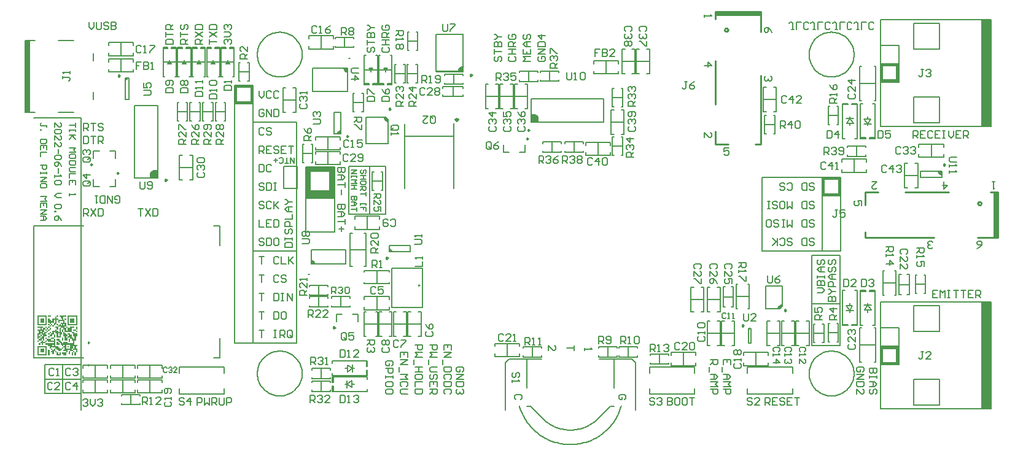
<source format=gto>
G04*
G04 #@! TF.GenerationSoftware,Altium Limited,Altium Designer,21.1.1 (26)*
G04*
G04 Layer_Color=65535*
%FSLAX25Y25*%
%MOIN*%
G70*
G04*
G04 #@! TF.SameCoordinates,699B9FA1-69CE-4F8E-812B-AA759A78C5B1*
G04*
G04*
G04 #@! TF.FilePolarity,Positive*
G04*
G01*
G75*
%ADD10C,0.00600*%
%ADD11C,0.00984*%
%ADD12C,0.00787*%
%ADD13C,0.01181*%
%ADD14C,0.00394*%
%ADD15C,0.01000*%
%ADD16C,0.00591*%
%ADD17R,0.01700X0.10200*%
%ADD18R,0.10200X0.01700*%
%ADD19R,0.10200X0.01500*%
%ADD20R,0.05000X0.58000*%
%ADD21R,0.01600X0.10000*%
%ADD22R,0.10000X0.01600*%
%ADD23R,0.02700X0.15200*%
%ADD24R,0.15600X0.05000*%
%ADD25R,0.15400X0.02700*%
%ADD26R,0.02750X0.39000*%
%ADD27R,0.24606X0.02461*%
%ADD28R,0.02461X0.24606*%
G36*
X469626Y510236D02*
X468839D01*
X467658Y511417D01*
Y512205D01*
X469626D01*
Y510236D01*
D02*
G37*
G36*
X532679Y530774D02*
Y530610D01*
Y510532D01*
Y510453D01*
X532619Y510308D01*
X532507Y510196D01*
X532362Y510136D01*
X517638D01*
X517493Y510196D01*
X517381Y510308D01*
X517321Y510453D01*
Y510532D01*
Y510610D01*
X517381Y510755D01*
X517493Y510866D01*
X517638Y510927D01*
X529403D01*
X529468Y511398D01*
X529891Y512251D01*
X530564Y512924D01*
X531417Y513347D01*
X531888Y513412D01*
Y513412D01*
Y530610D01*
Y530774D01*
X532120Y531005D01*
X532447D01*
X532679Y530774D01*
D02*
G37*
G36*
X350241Y506576D02*
X349272Y505890D01*
X348964D01*
Y507167D01*
X350241D01*
Y506576D01*
D02*
G37*
G36*
X491634Y484449D02*
Y483268D01*
X491203D01*
X490407Y483597D01*
X489798Y484206D01*
X489468Y485002D01*
Y485433D01*
Y485827D01*
X490256D01*
X491634Y484449D01*
D02*
G37*
G36*
X571831Y487106D02*
X573012Y485925D01*
X573012Y483169D01*
X569075D01*
Y487106D01*
X571831Y487106D01*
D02*
G37*
G36*
X466043Y476575D02*
X464075D01*
Y477165D01*
X465256Y478346D01*
X466043D01*
Y476575D01*
D02*
G37*
G36*
X792126Y454331D02*
X791535D01*
X790354Y455512D01*
Y456299D01*
X792126D01*
Y454331D01*
D02*
G37*
G36*
X366535Y452756D02*
X362598D01*
X362598Y455512D01*
X363779Y456693D01*
X366535Y456693D01*
Y452756D01*
D02*
G37*
G36*
X493307Y413583D02*
X493701Y413189D01*
Y412598D01*
X493504Y412795D01*
X492323D01*
Y413976D01*
X493307Y413583D01*
D02*
G37*
G36*
X451713Y406693D02*
Y405905D01*
X449744D01*
Y407874D01*
X450531D01*
X451713Y406693D01*
D02*
G37*
G36*
X704921Y382283D02*
X703346Y381890D01*
Y382480D01*
X704528Y383661D01*
X705315D01*
X704921Y382283D01*
D02*
G37*
G36*
X312459Y377727D02*
Y377502D01*
Y377276D01*
X311557D01*
Y377502D01*
Y377727D01*
Y377953D01*
X312459D01*
Y377727D01*
D02*
G37*
G36*
X308625D02*
Y377502D01*
Y377276D01*
X307046D01*
Y377502D01*
Y377727D01*
Y377953D01*
X308625D01*
Y377727D01*
D02*
G37*
G36*
X316970Y376148D02*
Y375923D01*
Y375697D01*
X316068D01*
Y375923D01*
Y376148D01*
Y376374D01*
X316970D01*
Y376148D01*
D02*
G37*
G36*
Y377727D02*
Y377502D01*
Y377276D01*
X315391D01*
Y377050D01*
Y376825D01*
Y376599D01*
Y376374D01*
Y376148D01*
Y375923D01*
Y375697D01*
X316068D01*
Y375472D01*
Y375246D01*
Y375021D01*
Y374795D01*
Y374569D01*
Y374344D01*
Y374118D01*
X316970D01*
Y373893D01*
Y373667D01*
Y373442D01*
Y373216D01*
Y372990D01*
Y372765D01*
Y372539D01*
Y372314D01*
Y372088D01*
X317647D01*
Y371863D01*
Y371637D01*
Y371412D01*
Y371186D01*
X319000D01*
Y371412D01*
Y371637D01*
Y371863D01*
Y372088D01*
X321256D01*
Y371863D01*
Y371637D01*
Y371412D01*
Y371186D01*
X319902D01*
Y370960D01*
Y370735D01*
Y370509D01*
Y370284D01*
Y370058D01*
Y369833D01*
Y369607D01*
Y369382D01*
Y369156D01*
Y368931D01*
X321256D01*
Y368705D01*
Y368479D01*
Y368254D01*
X322835D01*
Y368028D01*
Y367803D01*
Y367577D01*
Y367352D01*
Y367126D01*
Y366900D01*
Y366675D01*
X322158D01*
Y366449D01*
Y366224D01*
Y365998D01*
Y365773D01*
Y365547D01*
Y365321D01*
Y365096D01*
Y364870D01*
Y364645D01*
Y364419D01*
X321256D01*
Y364194D01*
Y363968D01*
Y363743D01*
Y363517D01*
Y363292D01*
Y363066D01*
Y362840D01*
Y362615D01*
Y362389D01*
Y362164D01*
X322835D01*
Y361938D01*
Y361713D01*
Y361487D01*
X322158D01*
Y361262D01*
Y361036D01*
Y360810D01*
Y360585D01*
Y360359D01*
Y360134D01*
X322835D01*
Y359908D01*
Y359683D01*
Y359457D01*
Y359231D01*
Y359006D01*
Y358780D01*
Y358555D01*
Y358329D01*
Y358104D01*
Y357878D01*
X322158D01*
Y358104D01*
Y358329D01*
Y358555D01*
Y358780D01*
Y359006D01*
Y359231D01*
X320579D01*
Y359457D01*
Y359683D01*
Y359908D01*
Y360134D01*
X319902D01*
Y359908D01*
Y359683D01*
Y359457D01*
Y359231D01*
X320579D01*
Y359006D01*
Y358780D01*
Y358555D01*
X321256D01*
Y358329D01*
Y358104D01*
Y357878D01*
X322158D01*
Y357653D01*
Y357427D01*
Y357201D01*
Y356976D01*
Y356750D01*
Y356525D01*
Y356299D01*
X321256D01*
Y356525D01*
Y356750D01*
Y356976D01*
Y357201D01*
Y357427D01*
Y357653D01*
Y357878D01*
X320579D01*
Y358104D01*
Y358329D01*
Y358555D01*
X319000D01*
Y358780D01*
Y359006D01*
Y359231D01*
X317647D01*
Y359006D01*
Y358780D01*
Y358555D01*
Y358329D01*
Y358104D01*
Y357878D01*
X316970D01*
Y358104D01*
Y358329D01*
Y358555D01*
X315391D01*
Y358780D01*
Y359006D01*
Y359231D01*
X316068D01*
Y359457D01*
Y359683D01*
Y359908D01*
Y360134D01*
Y360359D01*
Y360585D01*
Y360810D01*
X315391D01*
Y361036D01*
Y361262D01*
Y361487D01*
X314715D01*
Y361713D01*
Y361938D01*
Y362164D01*
X313812D01*
Y362389D01*
Y362615D01*
Y362840D01*
Y363066D01*
X313136D01*
Y363292D01*
Y363517D01*
Y363743D01*
X312459D01*
Y363968D01*
Y364194D01*
Y364419D01*
X311557D01*
Y364645D01*
Y364870D01*
Y365096D01*
Y365321D01*
X313136D01*
Y365096D01*
Y364870D01*
Y364645D01*
Y364419D01*
X313812D01*
Y364194D01*
Y363968D01*
Y363743D01*
X314715D01*
Y363517D01*
Y363292D01*
Y363066D01*
X315391D01*
Y363292D01*
Y363517D01*
Y363743D01*
X317647D01*
Y363517D01*
Y363292D01*
Y363066D01*
X320579D01*
Y363292D01*
Y363517D01*
Y363743D01*
Y363968D01*
Y364194D01*
Y364419D01*
X319902D01*
Y364645D01*
Y364870D01*
Y365096D01*
Y365321D01*
X319000D01*
Y365547D01*
Y365773D01*
Y365998D01*
X317647D01*
Y366224D01*
Y366449D01*
Y366675D01*
X316970D01*
Y366449D01*
Y366224D01*
Y365998D01*
X317647D01*
Y365773D01*
Y365547D01*
Y365321D01*
Y365096D01*
Y364870D01*
Y364645D01*
Y364419D01*
X316068D01*
Y364645D01*
Y364870D01*
Y365096D01*
Y365321D01*
Y365547D01*
Y365773D01*
Y365998D01*
Y366224D01*
Y366449D01*
Y366675D01*
X315391D01*
Y366900D01*
Y367126D01*
Y367352D01*
Y367577D01*
Y367803D01*
Y368028D01*
Y368254D01*
Y368479D01*
Y368705D01*
Y368931D01*
X314715D01*
Y369156D01*
Y369382D01*
Y369607D01*
Y369833D01*
Y370058D01*
Y370284D01*
Y370509D01*
X315391D01*
Y370284D01*
Y370058D01*
Y369833D01*
Y369607D01*
Y369382D01*
Y369156D01*
Y368931D01*
X316068D01*
Y368705D01*
Y368479D01*
Y368254D01*
X316970D01*
Y368028D01*
Y367803D01*
Y367577D01*
X317647D01*
Y367352D01*
Y367126D01*
Y366900D01*
Y366675D01*
X318323D01*
Y366900D01*
Y367126D01*
Y367352D01*
Y367577D01*
X317647D01*
Y367803D01*
Y368028D01*
Y368254D01*
X319000D01*
Y368028D01*
Y367803D01*
Y367577D01*
X319902D01*
Y367352D01*
Y367126D01*
Y366900D01*
Y366675D01*
Y366449D01*
Y366224D01*
Y365998D01*
X320579D01*
Y365773D01*
Y365547D01*
Y365321D01*
X321256D01*
Y365547D01*
Y365773D01*
Y365998D01*
Y366224D01*
Y366449D01*
Y366675D01*
X320579D01*
Y366900D01*
Y367126D01*
Y367352D01*
Y367577D01*
Y367803D01*
Y368028D01*
Y368254D01*
X319902D01*
Y368479D01*
Y368705D01*
Y368931D01*
X316068D01*
Y369156D01*
Y369382D01*
Y369607D01*
Y369833D01*
Y370058D01*
Y370284D01*
Y370509D01*
X315391D01*
Y370735D01*
Y370960D01*
Y371186D01*
X313812D01*
Y371412D01*
Y371637D01*
Y371863D01*
Y372088D01*
X312459D01*
Y372314D01*
Y372539D01*
Y372765D01*
X311557D01*
Y372990D01*
Y373216D01*
Y373442D01*
X310880D01*
Y373216D01*
Y372990D01*
Y372765D01*
X310203D01*
Y372990D01*
Y373216D01*
Y373442D01*
Y373667D01*
Y373893D01*
Y374118D01*
X308625D01*
Y373893D01*
Y373667D01*
Y373442D01*
X309301D01*
Y373216D01*
Y372990D01*
Y372765D01*
X310203D01*
Y372539D01*
Y372314D01*
Y372088D01*
X309301D01*
Y372314D01*
Y372539D01*
Y372765D01*
X308625D01*
Y372990D01*
Y373216D01*
Y373442D01*
X307948D01*
Y373667D01*
Y373893D01*
Y374118D01*
X307046D01*
Y374344D01*
Y374569D01*
Y374795D01*
Y375021D01*
Y375246D01*
Y375472D01*
Y375697D01*
Y375923D01*
Y376148D01*
Y376374D01*
X307948D01*
Y376148D01*
Y375923D01*
Y375697D01*
X308625D01*
Y375472D01*
Y375246D01*
Y375021D01*
X309301D01*
Y375246D01*
Y375472D01*
Y375697D01*
Y375923D01*
Y376148D01*
Y376374D01*
X310880D01*
Y376599D01*
Y376825D01*
Y377050D01*
Y377276D01*
X311557D01*
Y377050D01*
Y376825D01*
Y376599D01*
Y376374D01*
X312459D01*
Y376148D01*
Y375923D01*
Y375697D01*
X314715D01*
Y375923D01*
Y376148D01*
Y376374D01*
X313812D01*
Y376599D01*
Y376825D01*
Y377050D01*
Y377276D01*
X313136D01*
Y377502D01*
Y377727D01*
Y377953D01*
X316970D01*
Y377727D01*
D02*
G37*
G36*
X322835D02*
Y377502D01*
Y377276D01*
Y377050D01*
Y376825D01*
Y376599D01*
Y376374D01*
Y376148D01*
Y375923D01*
Y375697D01*
Y375472D01*
Y375246D01*
Y375021D01*
Y374795D01*
Y374569D01*
Y374344D01*
Y374118D01*
Y373893D01*
Y373667D01*
Y373442D01*
Y373216D01*
Y372990D01*
Y372765D01*
X317647D01*
Y372990D01*
Y373216D01*
Y373442D01*
Y373667D01*
Y373893D01*
Y374118D01*
Y374344D01*
Y374569D01*
Y374795D01*
Y375021D01*
Y375246D01*
Y375472D01*
Y375697D01*
Y375923D01*
Y376148D01*
Y376374D01*
Y376599D01*
Y376825D01*
Y377050D01*
Y377276D01*
Y377502D01*
Y377727D01*
Y377953D01*
X322835D01*
Y377727D01*
D02*
G37*
G36*
X306369D02*
Y377502D01*
Y377276D01*
Y377050D01*
Y376825D01*
Y376599D01*
Y376374D01*
Y376148D01*
Y375923D01*
Y375697D01*
Y375472D01*
Y375246D01*
Y375021D01*
Y374795D01*
Y374569D01*
Y374344D01*
Y374118D01*
Y373893D01*
Y373667D01*
Y373442D01*
Y373216D01*
Y372990D01*
Y372765D01*
X301181D01*
Y372990D01*
Y373216D01*
Y373442D01*
Y373667D01*
Y373893D01*
Y374118D01*
Y374344D01*
Y374569D01*
Y374795D01*
Y375021D01*
Y375246D01*
Y375472D01*
Y375697D01*
Y375923D01*
Y376148D01*
Y376374D01*
Y376599D01*
Y376825D01*
Y377050D01*
Y377276D01*
Y377502D01*
Y377727D01*
Y377953D01*
X306369D01*
Y377727D01*
D02*
G37*
G36*
X307948Y373216D02*
Y372990D01*
Y372765D01*
X308625D01*
Y372539D01*
Y372314D01*
Y372088D01*
X307948D01*
Y372314D01*
Y372539D01*
Y372765D01*
X307046D01*
Y372990D01*
Y373216D01*
Y373442D01*
X307948D01*
Y373216D01*
D02*
G37*
G36*
X322835Y371863D02*
Y371637D01*
Y371412D01*
Y371186D01*
Y370960D01*
Y370735D01*
Y370509D01*
X322158D01*
Y370735D01*
Y370960D01*
Y371186D01*
Y371412D01*
Y371637D01*
Y371863D01*
Y372088D01*
X322835D01*
Y371863D01*
D02*
G37*
G36*
X312459D02*
Y371637D01*
Y371412D01*
Y371186D01*
Y370960D01*
Y370735D01*
Y370509D01*
X311557D01*
Y370735D01*
Y370960D01*
Y371186D01*
X310880D01*
Y371412D01*
Y371637D01*
Y371863D01*
Y372088D01*
X312459D01*
Y371863D01*
D02*
G37*
G36*
X307948D02*
Y371637D01*
Y371412D01*
Y371186D01*
X308625D01*
Y370960D01*
Y370735D01*
Y370509D01*
X307948D01*
Y370735D01*
Y370960D01*
Y371186D01*
X307046D01*
Y371412D01*
Y371637D01*
Y371863D01*
Y372088D01*
X307948D01*
Y371863D01*
D02*
G37*
G36*
X687834Y370965D02*
Y370808D01*
X687714Y370519D01*
X687493Y370297D01*
X687203Y370177D01*
X687046D01*
X687046Y370965D01*
X687834Y370965D01*
X687834Y370965D01*
D02*
G37*
G36*
X306369Y371863D02*
Y371637D01*
Y371412D01*
Y371186D01*
X307046D01*
Y370960D01*
Y370735D01*
Y370509D01*
X307948D01*
Y370284D01*
Y370058D01*
Y369833D01*
X307046D01*
Y370058D01*
Y370284D01*
Y370509D01*
X306369D01*
Y370735D01*
Y370960D01*
Y371186D01*
X305692D01*
Y371412D01*
Y371637D01*
Y371863D01*
Y372088D01*
X306369D01*
Y371863D01*
D02*
G37*
G36*
X322158Y370284D02*
Y370058D01*
Y369833D01*
X322835D01*
Y369607D01*
Y369382D01*
Y369156D01*
Y368931D01*
X322158D01*
Y369156D01*
Y369382D01*
Y369607D01*
Y369833D01*
X320579D01*
Y370058D01*
Y370284D01*
Y370509D01*
X322158D01*
Y370284D01*
D02*
G37*
G36*
X313812Y370960D02*
Y370735D01*
Y370509D01*
Y370284D01*
Y370058D01*
Y369833D01*
Y369607D01*
Y369382D01*
Y369156D01*
Y368931D01*
X314715D01*
Y368705D01*
Y368479D01*
Y368254D01*
Y368028D01*
Y367803D01*
Y367577D01*
X313812D01*
Y367352D01*
Y367126D01*
Y366900D01*
Y366675D01*
Y366449D01*
Y366224D01*
Y365998D01*
X311557D01*
Y366224D01*
Y366449D01*
Y366675D01*
Y366900D01*
Y367126D01*
Y367352D01*
Y367577D01*
Y367803D01*
Y368028D01*
Y368254D01*
X310880D01*
Y368479D01*
Y368705D01*
Y368931D01*
X310203D01*
Y368705D01*
Y368479D01*
Y368254D01*
Y368028D01*
Y367803D01*
Y367577D01*
X310880D01*
Y367352D01*
Y367126D01*
Y366900D01*
Y366675D01*
Y366449D01*
Y366224D01*
Y365998D01*
X310203D01*
Y366224D01*
Y366449D01*
Y366675D01*
Y366900D01*
Y367126D01*
Y367352D01*
Y367577D01*
X309301D01*
Y367352D01*
Y367126D01*
Y366900D01*
Y366675D01*
X307948D01*
Y366900D01*
Y367126D01*
Y367352D01*
Y367577D01*
X307046D01*
Y367803D01*
Y368028D01*
Y368254D01*
X307948D01*
Y368028D01*
Y367803D01*
Y367577D01*
X308625D01*
Y367803D01*
Y368028D01*
Y368254D01*
X307948D01*
Y368479D01*
Y368705D01*
Y368931D01*
X308625D01*
Y368705D01*
Y368479D01*
Y368254D01*
X309301D01*
Y368479D01*
Y368705D01*
Y368931D01*
Y369156D01*
Y369382D01*
Y369607D01*
Y369833D01*
X310880D01*
Y370058D01*
Y370284D01*
Y370509D01*
X311557D01*
Y370284D01*
Y370058D01*
Y369833D01*
X312459D01*
Y369607D01*
Y369382D01*
Y369156D01*
Y368931D01*
X313136D01*
Y369156D01*
Y369382D01*
Y369607D01*
Y369833D01*
Y370058D01*
Y370284D01*
Y370509D01*
Y370735D01*
Y370960D01*
Y371186D01*
X313812D01*
Y370960D01*
D02*
G37*
G36*
X304113Y371863D02*
Y371637D01*
Y371412D01*
Y371186D01*
X305692D01*
Y370960D01*
Y370735D01*
Y370509D01*
X306369D01*
Y370284D01*
Y370058D01*
Y369833D01*
X307046D01*
Y369607D01*
Y369382D01*
Y369156D01*
Y368931D01*
X306369D01*
Y369156D01*
Y369382D01*
Y369607D01*
Y369833D01*
X305692D01*
Y370058D01*
Y370284D01*
Y370509D01*
X305016D01*
Y370284D01*
Y370058D01*
Y369833D01*
Y369607D01*
Y369382D01*
Y369156D01*
Y368931D01*
X306369D01*
Y368705D01*
Y368479D01*
Y368254D01*
X305692D01*
Y368028D01*
Y367803D01*
Y367577D01*
X306369D01*
Y367352D01*
Y367126D01*
Y366900D01*
Y366675D01*
X305016D01*
Y366449D01*
Y366224D01*
Y365998D01*
Y365773D01*
Y365547D01*
Y365321D01*
Y365096D01*
Y364870D01*
Y364645D01*
Y364419D01*
X304113D01*
Y364645D01*
Y364870D01*
Y365096D01*
Y365321D01*
X303437D01*
Y365096D01*
Y364870D01*
Y364645D01*
Y364419D01*
X304113D01*
Y364194D01*
Y363968D01*
Y363743D01*
X305692D01*
Y363517D01*
Y363292D01*
Y363066D01*
X310203D01*
Y363292D01*
Y363517D01*
Y363743D01*
X307046D01*
Y363968D01*
Y364194D01*
Y364419D01*
X306369D01*
Y364645D01*
Y364870D01*
Y365096D01*
Y365321D01*
X305692D01*
Y365547D01*
Y365773D01*
Y365998D01*
X306369D01*
Y365773D01*
Y365547D01*
Y365321D01*
X308625D01*
Y365096D01*
Y364870D01*
Y364645D01*
Y364419D01*
X310203D01*
Y364645D01*
Y364870D01*
Y365096D01*
Y365321D01*
X308625D01*
Y365547D01*
Y365773D01*
Y365998D01*
X310203D01*
Y365773D01*
Y365547D01*
Y365321D01*
X310880D01*
Y365096D01*
Y364870D01*
Y364645D01*
Y364419D01*
Y364194D01*
Y363968D01*
Y363743D01*
Y363517D01*
Y363292D01*
Y363066D01*
Y362840D01*
Y362615D01*
Y362389D01*
Y362164D01*
Y361938D01*
Y361713D01*
Y361487D01*
X312459D01*
Y361262D01*
Y361036D01*
Y360810D01*
X313136D01*
Y360585D01*
Y360359D01*
Y360134D01*
X314715D01*
Y359908D01*
Y359683D01*
Y359457D01*
Y359231D01*
X313812D01*
Y359006D01*
Y358780D01*
Y358555D01*
X312459D01*
Y358780D01*
Y359006D01*
Y359231D01*
X311557D01*
Y359457D01*
Y359683D01*
Y359908D01*
Y360134D01*
X310880D01*
Y360359D01*
Y360585D01*
Y360810D01*
X308625D01*
Y360585D01*
Y360359D01*
Y360134D01*
X309301D01*
Y359908D01*
Y359683D01*
Y359457D01*
Y359231D01*
X310203D01*
Y359457D01*
Y359683D01*
Y359908D01*
Y360134D01*
X310880D01*
Y359908D01*
Y359683D01*
Y359457D01*
Y359231D01*
Y359006D01*
Y358780D01*
Y358555D01*
X311557D01*
Y358329D01*
Y358104D01*
Y357878D01*
X312459D01*
Y357653D01*
Y357427D01*
Y357201D01*
Y356976D01*
X313136D01*
Y357201D01*
Y357427D01*
Y357653D01*
Y357878D01*
X313812D01*
Y357653D01*
Y357427D01*
Y357201D01*
Y356976D01*
Y356750D01*
Y356525D01*
Y356299D01*
X311557D01*
Y356525D01*
Y356750D01*
Y356976D01*
Y357201D01*
Y357427D01*
Y357653D01*
Y357878D01*
X310880D01*
Y358104D01*
Y358329D01*
Y358555D01*
X310203D01*
Y358329D01*
Y358104D01*
Y357878D01*
Y357653D01*
Y357427D01*
Y357201D01*
Y356976D01*
X309301D01*
Y357201D01*
Y357427D01*
Y357653D01*
Y357878D01*
X308625D01*
Y358104D01*
Y358329D01*
Y358555D01*
X309301D01*
Y358780D01*
Y359006D01*
Y359231D01*
X308625D01*
Y359457D01*
Y359683D01*
Y359908D01*
Y360134D01*
X307948D01*
Y360359D01*
Y360585D01*
Y360810D01*
Y361036D01*
Y361262D01*
Y361487D01*
X307046D01*
Y361713D01*
Y361938D01*
Y362164D01*
X305692D01*
Y362389D01*
Y362615D01*
Y362840D01*
Y363066D01*
X304113D01*
Y362840D01*
Y362615D01*
Y362389D01*
Y362164D01*
X303437D01*
Y362389D01*
Y362615D01*
Y362840D01*
Y363066D01*
X302760D01*
Y363292D01*
Y363517D01*
Y363743D01*
X303437D01*
Y363968D01*
Y364194D01*
Y364419D01*
X301858D01*
Y364645D01*
Y364870D01*
Y365096D01*
Y365321D01*
X301181D01*
Y365547D01*
Y365773D01*
Y365998D01*
Y366224D01*
Y366449D01*
Y366675D01*
Y366900D01*
Y367126D01*
Y367352D01*
Y367577D01*
Y367803D01*
Y368028D01*
Y368254D01*
X301858D01*
Y368479D01*
Y368705D01*
Y368931D01*
Y369156D01*
Y369382D01*
Y369607D01*
Y369833D01*
X301181D01*
Y370058D01*
Y370284D01*
Y370509D01*
X302760D01*
Y370735D01*
Y370960D01*
Y371186D01*
X301181D01*
Y371412D01*
Y371637D01*
Y371863D01*
Y372088D01*
X304113D01*
Y371863D01*
D02*
G37*
G36*
X307948Y366449D02*
Y366224D01*
Y365998D01*
X307046D01*
Y366224D01*
Y366449D01*
Y366675D01*
X307948D01*
Y366449D01*
D02*
G37*
G36*
X315391Y365773D02*
Y365547D01*
Y365321D01*
Y365096D01*
Y364870D01*
Y364645D01*
Y364419D01*
X314715D01*
Y364645D01*
Y364870D01*
Y365096D01*
Y365321D01*
Y365547D01*
Y365773D01*
Y365998D01*
X315391D01*
Y365773D01*
D02*
G37*
G36*
X319000Y365096D02*
Y364870D01*
Y364645D01*
Y364419D01*
Y364194D01*
Y363968D01*
Y363743D01*
X318323D01*
Y363968D01*
Y364194D01*
Y364419D01*
Y364645D01*
Y364870D01*
Y365096D01*
Y365321D01*
X319000D01*
Y365096D01*
D02*
G37*
G36*
X306369Y364194D02*
Y363968D01*
Y363743D01*
X305692D01*
Y363968D01*
Y364194D01*
Y364419D01*
X306369D01*
Y364194D01*
D02*
G37*
G36*
X301858D02*
Y363968D01*
Y363743D01*
X301181D01*
Y363968D01*
Y364194D01*
Y364419D01*
X301858D01*
Y364194D01*
D02*
G37*
G36*
X312459Y363517D02*
Y363292D01*
Y363066D01*
X313136D01*
Y362840D01*
Y362615D01*
Y362389D01*
Y362164D01*
X311557D01*
Y362389D01*
Y362615D01*
Y362840D01*
Y363066D01*
Y363292D01*
Y363517D01*
Y363743D01*
X312459D01*
Y363517D01*
D02*
G37*
G36*
X302760Y362840D02*
Y362615D01*
Y362389D01*
Y362164D01*
X301858D01*
Y362389D01*
Y362615D01*
Y362840D01*
Y363066D01*
X302760D01*
Y362840D01*
D02*
G37*
G36*
X315391Y360585D02*
Y360359D01*
Y360134D01*
X314715D01*
Y360359D01*
Y360585D01*
Y360810D01*
X315391D01*
Y360585D01*
D02*
G37*
G36*
X319000Y358329D02*
Y358104D01*
Y357878D01*
Y357653D01*
Y357427D01*
Y357201D01*
Y356976D01*
X318323D01*
Y357201D01*
Y357427D01*
Y357653D01*
Y357878D01*
Y358104D01*
Y358329D01*
Y358555D01*
X319000D01*
Y358329D01*
D02*
G37*
G36*
X320579Y357653D02*
Y357427D01*
Y357201D01*
Y356976D01*
Y356750D01*
Y356525D01*
Y356299D01*
X319902D01*
Y356525D01*
Y356750D01*
Y356976D01*
Y357201D01*
Y357427D01*
Y357653D01*
Y357878D01*
X320579D01*
Y357653D01*
D02*
G37*
G36*
X316970D02*
Y357427D01*
Y357201D01*
Y356976D01*
Y356750D01*
Y356525D01*
Y356299D01*
X315391D01*
Y356525D01*
Y356750D01*
Y356976D01*
X314715D01*
Y357201D01*
Y357427D01*
Y357653D01*
Y357878D01*
X316970D01*
Y357653D01*
D02*
G37*
G36*
X307948Y359006D02*
Y358780D01*
Y358555D01*
Y358329D01*
Y358104D01*
Y357878D01*
Y357653D01*
Y357427D01*
Y357201D01*
Y356976D01*
Y356750D01*
Y356525D01*
Y356299D01*
X307046D01*
Y356525D01*
Y356750D01*
Y356976D01*
Y357201D01*
Y357427D01*
Y357653D01*
Y357878D01*
Y358104D01*
Y358329D01*
Y358555D01*
Y358780D01*
Y359006D01*
Y359231D01*
X307948D01*
Y359006D01*
D02*
G37*
G36*
X306369Y361262D02*
Y361036D01*
Y360810D01*
Y360585D01*
Y360359D01*
Y360134D01*
Y359908D01*
Y359683D01*
Y359457D01*
Y359231D01*
Y359006D01*
Y358780D01*
Y358555D01*
Y358329D01*
Y358104D01*
Y357878D01*
Y357653D01*
Y357427D01*
Y357201D01*
Y356976D01*
Y356750D01*
Y356525D01*
Y356299D01*
X301181D01*
Y356525D01*
Y356750D01*
Y356976D01*
Y357201D01*
Y357427D01*
Y357653D01*
Y357878D01*
Y358104D01*
Y358329D01*
Y358555D01*
Y358780D01*
Y359006D01*
Y359231D01*
Y359457D01*
Y359683D01*
Y359908D01*
Y360134D01*
Y360359D01*
Y360585D01*
Y360810D01*
Y361036D01*
Y361262D01*
Y361487D01*
X306369D01*
Y361262D01*
D02*
G37*
%LPC*%
G36*
X310880Y375697D02*
X310203D01*
Y375472D01*
Y375246D01*
Y375021D01*
Y374795D01*
Y374569D01*
Y374344D01*
Y374118D01*
X310880D01*
Y374344D01*
Y374569D01*
Y374795D01*
Y375021D01*
Y375246D01*
Y375472D01*
Y375697D01*
D02*
G37*
G36*
X316068Y373442D02*
X315391D01*
Y373216D01*
Y372990D01*
Y372765D01*
X316068D01*
Y372990D01*
Y373216D01*
Y373442D01*
D02*
G37*
G36*
X312459Y375697D02*
X311557D01*
Y375472D01*
Y375246D01*
Y375021D01*
Y374795D01*
Y374569D01*
Y374344D01*
Y374118D01*
Y373893D01*
Y373667D01*
Y373442D01*
X312459D01*
Y373216D01*
Y372990D01*
Y372765D01*
X313136D01*
Y372990D01*
Y373216D01*
Y373442D01*
X313812D01*
Y373216D01*
Y372990D01*
Y372765D01*
X314715D01*
Y372990D01*
Y373216D01*
Y373442D01*
X313812D01*
Y373667D01*
Y373893D01*
Y374118D01*
X315391D01*
Y374344D01*
Y374569D01*
Y374795D01*
Y375021D01*
X313136D01*
Y374795D01*
Y374569D01*
Y374344D01*
Y374118D01*
X312459D01*
Y374344D01*
Y374569D01*
Y374795D01*
Y375021D01*
Y375246D01*
Y375472D01*
Y375697D01*
D02*
G37*
G36*
X316970Y372088D02*
X316068D01*
Y371863D01*
Y371637D01*
Y371412D01*
Y371186D01*
X316970D01*
Y370960D01*
Y370735D01*
Y370509D01*
Y370284D01*
Y370058D01*
Y369833D01*
X317647D01*
Y370058D01*
Y370284D01*
Y370509D01*
Y370735D01*
Y370960D01*
Y371186D01*
X316970D01*
Y371412D01*
Y371637D01*
Y371863D01*
Y372088D01*
D02*
G37*
G36*
X316068Y362164D02*
X315391D01*
Y361938D01*
Y361713D01*
Y361487D01*
X316068D01*
Y361713D01*
Y361938D01*
Y362164D01*
D02*
G37*
G36*
X321256Y361487D02*
X320579D01*
Y361262D01*
Y361036D01*
Y360810D01*
Y360585D01*
Y360359D01*
Y360134D01*
X321256D01*
Y360359D01*
Y360585D01*
Y360810D01*
Y361036D01*
Y361262D01*
Y361487D01*
D02*
G37*
G36*
X319000Y362164D02*
X316970D01*
Y361938D01*
Y361713D01*
Y361487D01*
Y361262D01*
Y361036D01*
Y360810D01*
Y360585D01*
Y360359D01*
Y360134D01*
X319000D01*
Y360359D01*
Y360585D01*
Y360810D01*
Y361036D01*
Y361262D01*
Y361487D01*
Y361713D01*
Y361938D01*
Y362164D01*
D02*
G37*
%LPD*%
G36*
X318323Y361262D02*
Y361036D01*
Y360810D01*
X317647D01*
Y361036D01*
Y361262D01*
Y361487D01*
X318323D01*
Y361262D01*
D02*
G37*
%LPC*%
G36*
X322158Y377276D02*
X318323D01*
Y377050D01*
Y376825D01*
Y376599D01*
Y376374D01*
Y376148D01*
Y375923D01*
Y375697D01*
Y375472D01*
Y375246D01*
Y375021D01*
Y374795D01*
Y374569D01*
Y374344D01*
Y374118D01*
Y373893D01*
Y373667D01*
Y373442D01*
X322158D01*
Y373667D01*
Y373893D01*
Y374118D01*
Y374344D01*
Y374569D01*
Y374795D01*
Y375021D01*
Y375246D01*
Y375472D01*
Y375697D01*
Y375923D01*
Y376148D01*
Y376374D01*
Y376599D01*
Y376825D01*
Y377050D01*
Y377276D01*
D02*
G37*
%LPD*%
G36*
X321256Y376148D02*
Y375923D01*
Y375697D01*
Y375472D01*
Y375246D01*
Y375021D01*
Y374795D01*
Y374569D01*
Y374344D01*
Y374118D01*
X319000D01*
Y374344D01*
Y374569D01*
Y374795D01*
Y375021D01*
Y375246D01*
Y375472D01*
Y375697D01*
Y375923D01*
Y376148D01*
Y376374D01*
X321256D01*
Y376148D01*
D02*
G37*
%LPC*%
G36*
X305692Y377276D02*
X301858D01*
Y377050D01*
Y376825D01*
Y376599D01*
Y376374D01*
Y376148D01*
Y375923D01*
Y375697D01*
Y375472D01*
Y375246D01*
Y375021D01*
Y374795D01*
Y374569D01*
Y374344D01*
Y374118D01*
Y373893D01*
Y373667D01*
Y373442D01*
X305692D01*
Y373667D01*
Y373893D01*
Y374118D01*
Y374344D01*
Y374569D01*
Y374795D01*
Y375021D01*
Y375246D01*
Y375472D01*
Y375697D01*
Y375923D01*
Y376148D01*
Y376374D01*
Y376599D01*
Y376825D01*
Y377050D01*
Y377276D01*
D02*
G37*
%LPD*%
G36*
X305016Y376148D02*
Y375923D01*
Y375697D01*
Y375472D01*
Y375246D01*
Y375021D01*
Y374795D01*
Y374569D01*
Y374344D01*
Y374118D01*
X302760D01*
Y374344D01*
Y374569D01*
Y374795D01*
Y375021D01*
Y375246D01*
Y375472D01*
Y375697D01*
Y375923D01*
Y376148D01*
Y376374D01*
X305016D01*
Y376148D01*
D02*
G37*
%LPC*%
G36*
X313136Y368254D02*
X312459D01*
Y368028D01*
Y367803D01*
Y367577D01*
Y367352D01*
Y367126D01*
Y366900D01*
Y366675D01*
X313136D01*
Y366900D01*
Y367126D01*
Y367352D01*
Y367577D01*
Y367803D01*
Y368028D01*
Y368254D01*
D02*
G37*
G36*
X304113Y371186D02*
X303437D01*
Y370960D01*
Y370735D01*
Y370509D01*
X304113D01*
Y370735D01*
Y370960D01*
Y371186D01*
D02*
G37*
G36*
X303437Y369833D02*
X302760D01*
Y369607D01*
Y369382D01*
Y369156D01*
Y368931D01*
X303437D01*
Y369156D01*
Y369382D01*
Y369607D01*
Y369833D01*
D02*
G37*
G36*
X305016Y368931D02*
X304113D01*
Y368705D01*
Y368479D01*
Y368254D01*
X305016D01*
Y368479D01*
Y368705D01*
Y368931D01*
D02*
G37*
G36*
X303437Y368254D02*
X302760D01*
Y368028D01*
Y367803D01*
Y367577D01*
X303437D01*
Y367352D01*
Y367126D01*
Y366900D01*
Y366675D01*
X304113D01*
Y366900D01*
Y367126D01*
Y367352D01*
Y367577D01*
X303437D01*
Y367803D01*
Y368028D01*
Y368254D01*
D02*
G37*
G36*
X302760Y367577D02*
X301858D01*
Y367352D01*
Y367126D01*
Y366900D01*
Y366675D01*
X302760D01*
Y366449D01*
Y366224D01*
Y365998D01*
X303437D01*
Y366224D01*
Y366449D01*
Y366675D01*
X302760D01*
Y366900D01*
Y367126D01*
Y367352D01*
Y367577D01*
D02*
G37*
G36*
Y365998D02*
X301858D01*
Y365773D01*
Y365547D01*
Y365321D01*
X302760D01*
Y365547D01*
Y365773D01*
Y365998D01*
D02*
G37*
G36*
X310203Y362164D02*
X309301D01*
Y361938D01*
Y361713D01*
Y361487D01*
X310203D01*
Y361713D01*
Y361938D01*
Y362164D01*
D02*
G37*
G36*
X305692Y360810D02*
X301858D01*
Y360585D01*
Y360359D01*
Y360134D01*
Y359908D01*
Y359683D01*
Y359457D01*
Y359231D01*
Y359006D01*
Y358780D01*
Y358555D01*
Y358329D01*
Y358104D01*
Y357878D01*
Y357653D01*
Y357427D01*
Y357201D01*
Y356976D01*
X305692D01*
Y357201D01*
Y357427D01*
Y357653D01*
Y357878D01*
Y358104D01*
Y358329D01*
Y358555D01*
Y358780D01*
Y359006D01*
Y359231D01*
Y359457D01*
Y359683D01*
Y359908D01*
Y360134D01*
Y360359D01*
Y360585D01*
Y360810D01*
D02*
G37*
%LPD*%
G36*
X305016Y359908D02*
Y359683D01*
Y359457D01*
Y359231D01*
Y359006D01*
Y358780D01*
Y358555D01*
Y358329D01*
Y358104D01*
Y357878D01*
X302760D01*
Y358104D01*
Y358329D01*
Y358555D01*
Y358780D01*
Y359006D01*
Y359231D01*
Y359457D01*
Y359683D01*
Y359908D01*
Y360134D01*
X305016D01*
Y359908D01*
D02*
G37*
D10*
X444921Y346457D02*
X444880Y347461D01*
X444756Y348459D01*
X444549Y349443D01*
X444262Y350407D01*
X443897Y351344D01*
X443455Y352247D01*
X442941Y353111D01*
X442356Y353929D01*
X441706Y354696D01*
X440995Y355407D01*
X440228Y356057D01*
X439410Y356641D01*
X438546Y357156D01*
X437643Y357598D01*
X436706Y357963D01*
X435742Y358250D01*
X434758Y358456D01*
X433760Y358581D01*
X432756Y358622D01*
X431751Y358581D01*
X430754Y358456D01*
X429769Y358250D01*
X428806Y357963D01*
X427869Y357598D01*
X426966Y357156D01*
X426102Y356641D01*
X425284Y356057D01*
X424516Y355407D01*
X423805Y354696D01*
X423155Y353929D01*
X422571Y353111D01*
X422057Y352247D01*
X421615Y351344D01*
X421249Y350407D01*
X420963Y349443D01*
X420756Y348459D01*
X420632Y347461D01*
X420590Y346457D01*
X420632Y345452D01*
X420756Y344454D01*
X420963Y343470D01*
X421249Y342507D01*
X421615Y341570D01*
X422057Y340667D01*
X422571Y339803D01*
X423155Y338984D01*
X423805Y338217D01*
X424516Y337506D01*
X425284Y336856D01*
X426102Y336272D01*
X426966Y335757D01*
X427869Y335316D01*
X428806Y334950D01*
X429769Y334663D01*
X430754Y334457D01*
X431751Y334333D01*
X432756Y334291D01*
X433760Y334333D01*
X434758Y334457D01*
X435742Y334663D01*
X436706Y334950D01*
X437643Y335316D01*
X438546Y335757D01*
X439410Y336272D01*
X440228Y336856D01*
X440996Y337506D01*
X441706Y338217D01*
X442356Y338984D01*
X442941Y339803D01*
X443455Y340667D01*
X443897Y341570D01*
X444262Y342507D01*
X444549Y343470D01*
X444756Y344454D01*
X444880Y345452D01*
X444921Y346457D01*
X744449D02*
X744408Y347461D01*
X744283Y348459D01*
X744077Y349443D01*
X743790Y350407D01*
X743424Y351344D01*
X742983Y352247D01*
X742468Y353111D01*
X741884Y353929D01*
X741234Y354696D01*
X740523Y355407D01*
X739756Y356057D01*
X738937Y356641D01*
X738074Y357156D01*
X737170Y357598D01*
X736234Y357963D01*
X735270Y358250D01*
X734286Y358456D01*
X733288Y358581D01*
X732283Y358622D01*
X731279Y358581D01*
X730281Y358456D01*
X729297Y358250D01*
X728333Y357963D01*
X727397Y357598D01*
X726493Y357156D01*
X725630Y356641D01*
X724811Y356057D01*
X724044Y355407D01*
X723333Y354696D01*
X722683Y353929D01*
X722099Y353111D01*
X721584Y352247D01*
X721142Y351344D01*
X720777Y350407D01*
X720490Y349443D01*
X720284Y348459D01*
X720159Y347461D01*
X720118Y346457D01*
X720159Y345452D01*
X720284Y344454D01*
X720490Y343470D01*
X720777Y342507D01*
X721142Y341570D01*
X721584Y340667D01*
X722099Y339803D01*
X722683Y338984D01*
X723333Y338217D01*
X724044Y337506D01*
X724811Y336856D01*
X725630Y336272D01*
X726493Y335757D01*
X727397Y335316D01*
X728333Y334950D01*
X729297Y334663D01*
X730281Y334457D01*
X731279Y334333D01*
X732283Y334291D01*
X733288Y334333D01*
X734286Y334457D01*
X735270Y334663D01*
X736234Y334950D01*
X737170Y335316D01*
X738074Y335757D01*
X738937Y336272D01*
X739756Y336856D01*
X740523Y337506D01*
X741234Y338217D01*
X741884Y338984D01*
X742468Y339803D01*
X742983Y340667D01*
X743424Y341570D01*
X743790Y342507D01*
X744077Y343470D01*
X744283Y344454D01*
X744408Y345452D01*
X744449Y346457D01*
Y519685D02*
X744408Y520690D01*
X744283Y521687D01*
X744077Y522672D01*
X743790Y523635D01*
X743424Y524572D01*
X742983Y525475D01*
X742468Y526339D01*
X741884Y527157D01*
X741234Y527925D01*
X740523Y528636D01*
X739756Y529285D01*
X738937Y529870D01*
X738074Y530384D01*
X737170Y530826D01*
X736234Y531191D01*
X735270Y531478D01*
X734286Y531685D01*
X733288Y531809D01*
X732283Y531851D01*
X731279Y531809D01*
X730281Y531685D01*
X729297Y531478D01*
X728333Y531191D01*
X727397Y530826D01*
X726493Y530384D01*
X725630Y529870D01*
X724811Y529285D01*
X724044Y528636D01*
X723333Y527925D01*
X722683Y527157D01*
X722099Y526339D01*
X721584Y525475D01*
X721142Y524572D01*
X720777Y523635D01*
X720490Y522672D01*
X720284Y521687D01*
X720159Y520690D01*
X720118Y519685D01*
X720159Y518680D01*
X720284Y517683D01*
X720490Y516699D01*
X720777Y515735D01*
X721142Y514798D01*
X721584Y513895D01*
X722099Y513031D01*
X722683Y512213D01*
X723333Y511446D01*
X724044Y510735D01*
X724811Y510085D01*
X725630Y509500D01*
X726493Y508986D01*
X727397Y508544D01*
X728333Y508179D01*
X729297Y507892D01*
X730281Y507685D01*
X731279Y507561D01*
X732283Y507519D01*
X733288Y507561D01*
X734286Y507685D01*
X735270Y507892D01*
X736234Y508179D01*
X737170Y508544D01*
X738074Y508986D01*
X738937Y509500D01*
X739756Y510085D01*
X740523Y510735D01*
X741234Y511446D01*
X741884Y512213D01*
X742468Y513031D01*
X742983Y513895D01*
X743424Y514798D01*
X743790Y515735D01*
X744077Y516699D01*
X744283Y517683D01*
X744408Y518680D01*
X744449Y519685D01*
X444921D02*
X444880Y520690D01*
X444756Y521687D01*
X444549Y522672D01*
X444262Y523635D01*
X443897Y524572D01*
X443455Y525475D01*
X442941Y526339D01*
X442356Y527157D01*
X441706Y527925D01*
X440995Y528636D01*
X440228Y529285D01*
X439410Y529870D01*
X438546Y530384D01*
X437643Y530826D01*
X436706Y531191D01*
X435742Y531478D01*
X434758Y531685D01*
X433760Y531809D01*
X432756Y531851D01*
X431751Y531809D01*
X430754Y531685D01*
X429769Y531478D01*
X428806Y531191D01*
X427869Y530826D01*
X426966Y530384D01*
X426102Y529870D01*
X425284Y529285D01*
X424516Y528636D01*
X423805Y527925D01*
X423155Y527157D01*
X422571Y526339D01*
X422057Y525475D01*
X421615Y524572D01*
X421249Y523635D01*
X420963Y522672D01*
X420756Y521687D01*
X420632Y520690D01*
X420590Y519685D01*
X420632Y518680D01*
X420756Y517683D01*
X420963Y516699D01*
X421249Y515735D01*
X421615Y514798D01*
X422057Y513895D01*
X422571Y513031D01*
X423155Y512213D01*
X423805Y511446D01*
X424516Y510735D01*
X425284Y510085D01*
X426102Y509500D01*
X426966Y508986D01*
X427869Y508544D01*
X428806Y508179D01*
X429769Y507892D01*
X430754Y507685D01*
X431751Y507561D01*
X432756Y507519D01*
X433760Y507561D01*
X434758Y507685D01*
X435742Y507892D01*
X436706Y508179D01*
X437643Y508544D01*
X438546Y508986D01*
X439410Y509500D01*
X440228Y510085D01*
X440996Y510735D01*
X441706Y511446D01*
X442356Y512213D01*
X442941Y513031D01*
X443455Y513895D01*
X443897Y514798D01*
X444262Y515735D01*
X444549Y516699D01*
X444756Y517683D01*
X444880Y518680D01*
X444921Y519685D01*
X329534Y350984D02*
X328934Y351331D01*
Y350638D01*
X329534Y350984D01*
Y363189D02*
X328934Y363535D01*
Y362843D01*
X329534Y363189D01*
X349084Y506053D02*
X349801Y506340D01*
X350099Y507053D01*
X508880Y394382D02*
X508280Y394728D01*
Y394035D01*
X508880Y394382D01*
X576563Y321078D02*
X577313Y320434D01*
X578092Y319827D01*
X578900Y319256D01*
X579734Y318725D01*
X580591Y318234D01*
X581471Y317783D01*
X582372Y317375D01*
X583291Y317010D01*
X584226Y316689D01*
X585175Y316412D01*
X586136Y316180D01*
X587107Y315994D01*
X588085Y315855D01*
X589069Y315761D01*
X590057Y315715D01*
X591046D01*
X592033Y315761D01*
X593017Y315855D01*
X593996Y315994D01*
X594967Y316180D01*
X595928Y316412D01*
X596877Y316689D01*
X597812Y317010D01*
X598731Y317375D01*
X599631Y317783D01*
X600511Y318234D01*
X601369Y318725D01*
X602202Y319256D01*
X603010Y319827D01*
X603790Y320434D01*
X604540Y321078D01*
X562790Y329176D02*
X563067Y328211D01*
X563377Y327257D01*
X563720Y326315D01*
X564096Y325384D01*
X564504Y324468D01*
X564944Y323566D01*
X565414Y322681D01*
X565916Y321812D01*
X566448Y320961D01*
X567009Y320129D01*
X567598Y319318D01*
X568216Y318527D01*
X568861Y317759D01*
X569532Y317013D01*
X570229Y316292D01*
X570950Y315595D01*
X571696Y314924D01*
X572464Y314279D01*
X573255Y313661D01*
X574066Y313072D01*
X574898Y312511D01*
X575749Y311979D01*
X576618Y311477D01*
X577503Y311006D01*
X578405Y310567D01*
X579321Y310159D01*
X580252Y309783D01*
X581194Y309440D01*
X582148Y309130D01*
X583113Y308853D01*
X584086Y308611D01*
X585067Y308402D01*
X586055Y308228D01*
X587049Y308088D01*
X588046Y307983D01*
X589047Y307913D01*
X590050Y307878D01*
X591053D01*
X592055Y307913D01*
X593056Y307983D01*
X594054Y308088D01*
X595047Y308228D01*
X596035Y308402D01*
X597016Y308611D01*
X597990Y308853D01*
X598954Y309130D01*
X599908Y309440D01*
X600851Y309783D01*
X601781Y310159D01*
X602697Y310567D01*
X603599Y311006D01*
X604485Y311477D01*
X605353Y311979D01*
X606204Y312511D01*
X607036Y313072D01*
X607847Y313661D01*
X608638Y314279D01*
X609406Y314924D01*
X610152Y315595D01*
X610874Y316292D01*
X611570Y317013D01*
X612242Y317759D01*
X612886Y318527D01*
X613504Y319318D01*
X614094Y320129D01*
X614655Y320961D01*
X615186Y321812D01*
X615688Y322681D01*
X616159Y323566D01*
X616599Y324468D01*
X617007Y325384D01*
X617382Y326315D01*
X617726Y327257D01*
X618036Y328211D01*
X618312Y329176D01*
X493701Y412598D02*
X493297Y413573D01*
X492323Y413976D01*
X687105Y370079D02*
X687892Y370866D01*
X465846Y478346D02*
X464961Y478109D01*
X464312Y477461D01*
X464075Y476575D01*
X467658Y512205D02*
X467921Y511221D01*
X468642Y510500D01*
X469626Y510236D01*
X451713Y405905D02*
X451449Y406890D01*
X450728Y407610D01*
X449744Y407874D01*
X364567Y456693D02*
X363583Y456429D01*
X362862Y455709D01*
X362598Y454724D01*
X573012Y485138D02*
X572748Y486122D01*
X572028Y486843D01*
X571043Y487106D01*
X727362Y443071D02*
X737205D01*
X737284Y413071D02*
Y453071D01*
X727283Y413071D02*
Y453071D01*
X737284D01*
X727283Y413071D02*
X737284D01*
X418386Y363071D02*
Y503071D01*
X408386Y363071D02*
Y503071D01*
X418386D01*
X408386Y363071D02*
X418386D01*
X420886Y413071D02*
X440886D01*
X408386Y493071D02*
X418386D01*
X420886Y483071D02*
X440886D01*
X481496Y433071D02*
Y459055D01*
X470079D02*
X480315D01*
X470079Y433071D02*
Y459055D01*
Y433071D02*
X490158D01*
Y459055D01*
X480315D02*
X490158D01*
X435039D02*
X442126D01*
X435039Y446850D02*
Y459055D01*
Y446850D02*
X442126D01*
Y459055D01*
X694488Y413150D02*
X694567Y413071D01*
X694488Y413150D02*
Y453071D01*
X727283D01*
X694567Y413071D02*
X727283D01*
X418504Y483071D02*
X420886D01*
X418386Y363071D02*
X420787D01*
X418583Y413071D02*
X420886D01*
X442067Y363071D02*
Y413071D01*
X420787Y363071D02*
X442067D01*
X440886Y413071D02*
X442067D01*
X440886Y483071D02*
X442067D01*
Y413071D02*
Y483071D01*
X721654Y384252D02*
X737008D01*
X721654Y361811D02*
Y410630D01*
X737008D01*
Y361811D02*
Y410630D01*
X721654Y361811D02*
X737008D01*
X813780Y385299D02*
X813780Y327299D01*
X758779Y351299D02*
Y361299D01*
Y385299D02*
X818779D01*
X758779Y327299D02*
X818779D01*
Y385299D01*
X758779Y327299D02*
Y385299D01*
X776780Y343299D02*
X790779D01*
X776780Y329299D02*
X790779D01*
Y343299D01*
X776780Y329299D02*
Y343299D01*
Y383299D02*
X790779D01*
X776780Y369299D02*
X790779D01*
Y383299D01*
X776780Y369299D02*
Y383299D01*
X758779Y371299D02*
X768780D01*
X758779Y361299D02*
X768780D01*
Y371299D01*
X758779Y361299D02*
Y371299D01*
Y361299D02*
X768780D01*
X758779Y351299D02*
X768780D01*
Y361299D01*
X758779Y351299D02*
Y361299D01*
Y504843D02*
Y514843D01*
X813780Y538842D02*
X813780Y480842D01*
X758779Y538842D02*
X818779D01*
X758779Y480842D02*
X818779D01*
Y538842D01*
X758779Y480842D02*
Y538842D01*
X776780Y496842D02*
X790779D01*
X776780Y482842D02*
X790779D01*
Y496842D01*
X776780Y482842D02*
Y496842D01*
Y536842D02*
X790779D01*
X776780Y522843D02*
X790779D01*
Y536842D01*
X776780Y522843D02*
Y536842D01*
X758779Y524843D02*
X768780D01*
X758779Y514843D02*
X768780D01*
Y524843D01*
X758779Y514843D02*
Y524843D01*
Y514843D02*
X768780D01*
X758779Y504843D02*
X768780D01*
Y514843D01*
X758779Y504843D02*
Y514843D01*
X396850Y354921D02*
X400394D01*
Y365551D01*
Y415945D02*
Y426575D01*
X396850D02*
X400394D01*
X299213D02*
X326378D01*
X299213Y354921D02*
Y426575D01*
Y354921D02*
X326378D01*
X447024Y458802D02*
X462424D01*
X447024Y423402D02*
X462424D01*
Y458802D01*
X447024Y423402D02*
Y458802D01*
X351072Y495276D02*
Y507087D01*
X349072Y495276D02*
Y507087D01*
Y495276D02*
X351072D01*
X349072Y507087D02*
X351072D01*
X493504Y382185D02*
X510138D01*
X493504D02*
Y403543D01*
X510138D01*
Y382185D02*
Y403543D01*
X527362Y446850D02*
Y482283D01*
X500591Y446850D02*
Y481890D01*
Y475197D02*
X527362D01*
X606791Y323327D02*
X612205Y328740D01*
X614173Y338583D02*
Y354331D01*
X606299D02*
X614173D01*
X566929Y338583D02*
Y354331D01*
X574803D01*
X566929Y328740D02*
X568898D01*
X571358Y326279D01*
X612205Y328740D02*
X614173D01*
X604541Y321077D02*
X606791Y323327D01*
X571358Y326279D02*
X571361D01*
X576559Y321078D02*
X576563D01*
X571361Y326276D02*
X576559Y321078D01*
X378098Y335343D02*
Y338492D01*
X402507Y346563D02*
Y349909D01*
X378098Y335343D02*
X402507D01*
Y338492D01*
X378098Y346563D02*
Y349909D01*
X402507D01*
X492323Y416142D02*
X503543D01*
X492323Y412598D02*
X503543D01*
Y416142D01*
X492323Y412598D02*
Y416142D01*
X688483Y362992D02*
Y370866D01*
X687105Y362992D02*
Y370866D01*
Y362992D02*
X688483D01*
X687105Y370866D02*
X688483D01*
X462106Y476575D02*
Y488386D01*
X466043Y476575D02*
Y488386D01*
X462106D02*
X466043D01*
X462106Y476575D02*
X466043D01*
X469626Y499606D02*
Y512205D01*
X450728Y499606D02*
X469626D01*
X450728D02*
Y512205D01*
X469626D01*
X449744Y405905D02*
X468642D01*
Y413779D01*
X449744D02*
X468642D01*
X449744Y405905D02*
Y413779D01*
X366535Y452756D02*
Y492126D01*
X353937Y452756D02*
Y492126D01*
Y452756D02*
X366535D01*
X353937Y492126D02*
X366535D01*
X364567Y456693D02*
X366535D01*
X362598Y452756D02*
Y454724D01*
X755969Y474543D02*
Y493043D01*
X747968Y474543D02*
Y493043D01*
X754626D02*
X755969D01*
X747968D02*
X749311D01*
X750000Y481968D02*
X753937D01*
X751968D02*
X753543Y484724D01*
X750000D02*
X751968Y481968D01*
X750000Y484724D02*
X753543D01*
X751968Y481181D02*
Y481968D01*
Y484724D02*
Y485906D01*
X569075Y487106D02*
X571043D01*
X573012Y483169D02*
Y485138D01*
X608445Y483169D02*
Y495768D01*
X569075Y483169D02*
Y495768D01*
X608445D01*
X569075Y483169D02*
X608445D01*
X324803Y326772D02*
Y485236D01*
X299213D02*
X324803D01*
X305118Y343504D02*
X324803D01*
X314961Y335630D02*
Y351378D01*
X324803Y350394D02*
Y351378D01*
Y335630D02*
Y350394D01*
X305118Y335630D02*
X324803D01*
X305118D02*
Y351378D01*
X324803D01*
X633583Y349909D02*
X657992D01*
X633583Y346563D02*
Y349909D01*
X657992Y335343D02*
Y338492D01*
X633583Y335343D02*
X657992D01*
Y346563D02*
Y349909D01*
X633583Y335343D02*
Y338492D01*
X686732Y349909D02*
X711142D01*
X686732Y346563D02*
Y349909D01*
X711142Y335343D02*
Y338492D01*
X686732Y335343D02*
X711142D01*
Y346563D02*
Y349909D01*
X686732Y335343D02*
Y338492D01*
X468386Y349410D02*
X469567D01*
X472323D02*
X473110D01*
X469567Y347441D02*
Y350984D01*
Y347441D02*
X472323Y349410D01*
X469567Y350984D02*
X472323Y349410D01*
Y347441D02*
Y351378D01*
X461248Y345409D02*
Y346752D01*
Y352067D02*
Y353410D01*
Y345409D02*
X479748D01*
X461248Y353410D02*
X479748D01*
X471929Y340551D02*
X473110D01*
X468386D02*
X469173D01*
X471929Y338976D02*
Y342520D01*
X469173Y340551D02*
X471929Y342520D01*
X469173Y340551D02*
X471929Y338976D01*
X469173Y338583D02*
Y342520D01*
X480248Y343209D02*
Y344551D01*
Y336551D02*
Y337894D01*
X461748Y344551D02*
X480248D01*
X461748Y336551D02*
X480248D01*
X742126Y481181D02*
Y482362D01*
Y485118D02*
Y485906D01*
X740551Y482362D02*
X744095D01*
X742126Y485118D02*
X744095Y482362D01*
X740551D02*
X742126Y485118D01*
X740158D02*
X744095D01*
X744783Y474043D02*
X746126D01*
X738126D02*
X739468D01*
X746126D02*
Y492543D01*
X738126Y474043D02*
Y492543D01*
X751968Y379803D02*
Y380984D01*
Y383740D02*
Y384528D01*
X750394Y380984D02*
X753937D01*
X751968Y383740D02*
X753937Y380984D01*
X750394D02*
X751968Y383740D01*
X750000D02*
X753937D01*
X754626Y372665D02*
X755969D01*
X747968D02*
X749311D01*
X755969D02*
Y391165D01*
X747968Y372665D02*
Y391165D01*
X742126Y383347D02*
Y384528D01*
Y379803D02*
Y380591D01*
X740158Y383347D02*
X743701D01*
X740158D02*
X742126Y380591D01*
X743701Y383347D01*
X740158Y380591D02*
X744095D01*
X738126Y391665D02*
X739468D01*
X744783D02*
X746126D01*
X738126Y373165D02*
Y391665D01*
X746126Y373165D02*
Y391665D01*
X557087Y354331D02*
X566929D01*
X555118Y326772D02*
Y352362D01*
X557087Y354331D01*
X625984Y326772D02*
Y352362D01*
X624016Y354331D02*
X625984Y352362D01*
X614173Y354331D02*
X624016D01*
X776496Y474379D02*
Y478377D01*
X778496D01*
X779162Y477711D01*
Y476378D01*
X778496Y475711D01*
X776496D01*
X777829D02*
X779162Y474379D01*
X783161Y478377D02*
X780495D01*
Y474379D01*
X783161D01*
X780495Y476378D02*
X781828D01*
X787159Y477711D02*
X786493Y478377D01*
X785160D01*
X784494Y477711D01*
Y475045D01*
X785160Y474379D01*
X786493D01*
X787159Y475045D01*
X791158Y478377D02*
X788492D01*
Y474379D01*
X791158D01*
X788492Y476378D02*
X789825D01*
X792491Y478377D02*
X793824D01*
X793158D01*
Y474379D01*
X792491D01*
X793824D01*
X795823Y478377D02*
Y475711D01*
X797156Y474379D01*
X798489Y475711D01*
Y478377D01*
X802488D02*
X799822D01*
Y474379D01*
X802488D01*
X799822Y476378D02*
X801155D01*
X803821Y474379D02*
Y478377D01*
X805820D01*
X806487Y477711D01*
Y476378D01*
X805820Y475711D01*
X803821D01*
X805154D02*
X806487Y474379D01*
X440538Y463704D02*
Y460705D01*
X438538Y463704D01*
Y460705D01*
X437538D02*
X435539D01*
X436539D01*
Y463704D01*
X432540Y461205D02*
X433040Y460705D01*
X434040D01*
X434540Y461205D01*
Y463204D01*
X434040Y463704D01*
X433040D01*
X432540Y463204D01*
X431540Y462205D02*
X429541D01*
X430541Y461205D02*
Y463204D01*
X663355Y513739D02*
X667354D01*
X665354Y515738D01*
Y513072D01*
X820857Y450818D02*
X819524D01*
X820190D01*
Y446819D01*
X820857Y447486D01*
X790051Y391763D02*
X787385D01*
Y387764D01*
X790051D01*
X787385Y389764D02*
X788718D01*
X791384Y387764D02*
Y391763D01*
X792716Y390430D01*
X794049Y391763D01*
Y387764D01*
X795382Y391763D02*
X796715D01*
X796049D01*
Y387764D01*
X795382D01*
X796715D01*
X798714Y391763D02*
X801380D01*
X800047D01*
Y387764D01*
X802713Y391763D02*
X805379D01*
X804046D01*
Y387764D01*
X809378Y391763D02*
X806712D01*
Y387764D01*
X809378D01*
X806712Y389764D02*
X808045D01*
X810711Y387764D02*
Y391763D01*
X812710D01*
X813376Y391097D01*
Y389764D01*
X812710Y389097D01*
X810711D01*
X812043D02*
X813376Y387764D01*
X306308Y480306D02*
Y481487D01*
Y480897D01*
X303356D01*
X302765Y481487D01*
Y482077D01*
X303356Y482668D01*
X302765Y479126D02*
X303356D01*
Y478535D01*
X302765D01*
Y479126D01*
X663355Y541329D02*
Y539996D01*
Y540662D01*
X667354D01*
X666687Y541329D01*
X479217Y455146D02*
X479717Y455646D01*
Y456645D01*
X479217Y457145D01*
X478717D01*
X478217Y456645D01*
Y455646D01*
X477717Y455146D01*
X477218D01*
X476718Y455646D01*
Y456645D01*
X477218Y457145D01*
X479717Y454146D02*
X476718D01*
X478217D01*
Y452147D01*
X479717D01*
X476718D01*
X479717Y449648D02*
Y450647D01*
X479217Y451147D01*
X477218D01*
X476718Y450647D01*
Y449648D01*
X477218Y449148D01*
X479217D01*
X479717Y449648D01*
X476718Y448148D02*
X479717D01*
Y446649D01*
X479217Y446149D01*
X478217D01*
X477717Y446649D01*
Y448148D01*
Y447148D02*
X476718Y446149D01*
X479717Y445149D02*
Y443150D01*
Y444149D01*
X476718D01*
X479717Y439151D02*
Y438151D01*
Y438651D01*
X476718D01*
Y439151D01*
Y438151D01*
X479717Y434652D02*
Y436652D01*
X478217D01*
Y435652D01*
Y436652D01*
X476718D01*
X471679Y457145D02*
X474678D01*
X471679Y455146D01*
X474678D01*
Y454146D02*
Y453146D01*
Y453646D01*
X471679D01*
Y454146D01*
Y453146D01*
Y451647D02*
X474678D01*
X473678Y450647D01*
X474678Y449648D01*
X471679D01*
X474678Y448648D02*
X471679D01*
X473178D01*
Y446649D01*
X474678D01*
X471679D01*
X474678Y442650D02*
X471679D01*
Y441150D01*
X472179Y440651D01*
X472679D01*
X473178Y441150D01*
Y442650D01*
Y441150D01*
X473678Y440651D01*
X474178D01*
X474678Y441150D01*
Y442650D01*
X471679Y439651D02*
X473678D01*
X474678Y438651D01*
X473678Y437651D01*
X471679D01*
X473178D01*
Y439651D01*
X474678Y436652D02*
Y434652D01*
Y435652D01*
X471679D01*
X306308Y473809D02*
X302765D01*
Y472038D01*
X303356Y471448D01*
X305717D01*
X306308Y472038D01*
Y473809D01*
Y467906D02*
Y470267D01*
X302765D01*
Y467906D01*
X304536Y470267D02*
Y469087D01*
X306308Y466725D02*
X302765D01*
Y464364D01*
Y459641D02*
X306308D01*
Y457870D01*
X305717Y457279D01*
X304536D01*
X303946Y457870D01*
Y459641D01*
X306308Y456099D02*
Y454918D01*
Y455508D01*
X302765D01*
Y456099D01*
Y454918D01*
Y453147D02*
X306308D01*
X302765Y450785D01*
X306308D01*
Y447834D02*
Y449014D01*
X305717Y449605D01*
X303356D01*
X302765Y449014D01*
Y447834D01*
X303356Y447243D01*
X305717D01*
X306308Y447834D01*
X302765Y442520D02*
X306308D01*
X305127Y441340D01*
X306308Y440159D01*
X302765D01*
X306308Y436617D02*
Y438978D01*
X302765D01*
Y436617D01*
X304536Y438978D02*
Y437797D01*
X302765Y435436D02*
X306308D01*
X302765Y433075D01*
X306308D01*
X302765Y431894D02*
X305127D01*
X306308Y430713D01*
X305127Y429532D01*
X302765D01*
X304536D01*
Y431894D01*
X676494Y469125D02*
X673828D01*
Y467126D01*
X675161Y467792D01*
X675828D01*
X676494Y467126D01*
Y465793D01*
X675828Y465127D01*
X674495D01*
X673828Y465793D01*
X754214Y450818D02*
X756880D01*
X754214Y448152D01*
Y447486D01*
X754881Y446819D01*
X756214D01*
X756880Y447486D01*
X699168Y507864D02*
X699834Y507198D01*
Y505865D01*
X699168Y505198D01*
X698501D01*
X697835Y505865D01*
Y506531D01*
Y505865D01*
X697168Y505198D01*
X696502D01*
X695835Y505865D01*
Y507198D01*
X696502Y507864D01*
X724409Y390461D02*
X727075D01*
X728408Y391794D01*
X727075Y393127D01*
X724409D01*
Y394460D02*
X728408D01*
Y396459D01*
X727741Y397126D01*
X727075D01*
X726408Y396459D01*
Y394460D01*
Y396459D01*
X725742Y397126D01*
X725075D01*
X724409Y396459D01*
Y394460D01*
Y398458D02*
Y399791D01*
Y399125D01*
X728408D01*
Y398458D01*
Y399791D01*
Y401791D02*
X725742D01*
X724409Y403124D01*
X725742Y404457D01*
X728408D01*
X726408D01*
Y401791D01*
X725075Y408455D02*
X724409Y407789D01*
Y406456D01*
X725075Y405789D01*
X725742D01*
X726408Y406456D01*
Y407789D01*
X727075Y408455D01*
X727741D01*
X728408Y407789D01*
Y406456D01*
X727741Y405789D01*
X730647Y385796D02*
X734646D01*
Y387795D01*
X733980Y388462D01*
X733313D01*
X732647Y387795D01*
Y385796D01*
Y387795D01*
X731980Y388462D01*
X731314D01*
X730647Y387795D01*
Y385796D01*
Y389795D02*
X731314D01*
X732647Y391127D01*
X731314Y392460D01*
X730647D01*
X732647Y391127D02*
X734646D01*
Y393793D02*
X730647D01*
Y395793D01*
X731314Y396459D01*
X732647D01*
X733313Y395793D01*
Y393793D01*
X734646Y397792D02*
X731980D01*
X730647Y399125D01*
X731980Y400458D01*
X734646D01*
X732647D01*
Y397792D01*
X731314Y404457D02*
X730647Y403790D01*
Y402457D01*
X731314Y401791D01*
X731980D01*
X732647Y402457D01*
Y403790D01*
X733313Y404457D01*
X733980D01*
X734646Y403790D01*
Y402457D01*
X733980Y401791D01*
X731314Y408455D02*
X730647Y407789D01*
Y406456D01*
X731314Y405789D01*
X731980D01*
X732647Y406456D01*
Y407789D01*
X733313Y408455D01*
X733980D01*
X734646Y407789D01*
Y406456D01*
X733980Y405789D01*
X787392Y415006D02*
X786726Y414339D01*
X785393D01*
X784726Y415006D01*
Y415672D01*
X785393Y416339D01*
X786059D01*
X785393D01*
X784726Y417005D01*
Y417671D01*
X785393Y418338D01*
X786726D01*
X787392Y417671D01*
X699834Y531773D02*
X699168Y533106D01*
X697835Y534439D01*
X696502D01*
X695835Y533773D01*
Y532440D01*
X696502Y531773D01*
X697168D01*
X697835Y532440D01*
Y534439D01*
X748653Y437679D02*
Y440345D01*
X746654D01*
X747320Y439012D01*
Y438345D01*
X746654Y437679D01*
X745321D01*
X744654Y438345D01*
Y439678D01*
X745321Y440345D01*
X793267Y450818D02*
Y446819D01*
X795266Y448819D01*
X792600D01*
X322056Y482668D02*
Y480306D01*
Y481487D01*
X318513D01*
X322056Y479126D02*
Y477945D01*
Y478535D01*
X318513D01*
Y479126D01*
Y477945D01*
X322056Y476174D02*
X318513D01*
X319694D01*
X322056Y473812D01*
X320284Y475583D01*
X318513Y473812D01*
Y469089D02*
X322056D01*
X320875Y467909D01*
X322056Y466728D01*
X318513D01*
X322056Y463776D02*
Y464957D01*
X321465Y465547D01*
X319104D01*
X318513Y464957D01*
Y463776D01*
X319104Y463186D01*
X321465D01*
X322056Y463776D01*
Y462005D02*
X318513D01*
Y460234D01*
X319104Y459644D01*
X321465D01*
X322056Y460234D01*
Y462005D01*
Y458463D02*
X319104D01*
X318513Y457873D01*
Y456692D01*
X319104Y456102D01*
X322056D01*
Y454921D02*
X318513D01*
Y452559D01*
X322056Y449017D02*
Y451379D01*
X318513D01*
Y449017D01*
X320284Y451379D02*
Y450198D01*
X318513Y444294D02*
Y443114D01*
Y443704D01*
X322056D01*
X321465Y444294D01*
X711885Y533465D02*
X710573D01*
X711229D01*
Y536745D01*
X710573Y537401D01*
X709917D01*
X709261Y536745D01*
X713197Y533465D02*
Y537401D01*
X715821D01*
X719757Y534121D02*
X719101Y533465D01*
X717789D01*
X717133Y534121D01*
Y536745D01*
X717789Y537401D01*
X719101D01*
X719757Y536745D01*
X723693Y533465D02*
X722381D01*
X723036D01*
Y536745D01*
X722381Y537401D01*
X721725D01*
X721069Y536745D01*
X725004Y533465D02*
Y537401D01*
X727628D01*
X731564Y534121D02*
X730908Y533465D01*
X729596D01*
X728940Y534121D01*
Y536745D01*
X729596Y537401D01*
X730908D01*
X731564Y536745D01*
X735500Y533465D02*
X734188D01*
X734844D01*
Y536745D01*
X734188Y537401D01*
X733532D01*
X732876Y536745D01*
X736812Y533465D02*
Y537401D01*
X739435D01*
X743371Y534121D02*
X742715Y533465D01*
X741403D01*
X740747Y534121D01*
Y536745D01*
X741403Y537401D01*
X742715D01*
X743371Y536745D01*
X747307Y533465D02*
X745995D01*
X746651D01*
Y536745D01*
X745995Y537401D01*
X745339D01*
X744683Y536745D01*
X748619Y533465D02*
Y537401D01*
X751243D01*
X755178Y534121D02*
X754522Y533465D01*
X753210D01*
X752555Y534121D01*
Y536745D01*
X753210Y537401D01*
X754522D01*
X755178Y536745D01*
X663355Y474687D02*
Y477353D01*
X666021Y474687D01*
X666687D01*
X667354Y475353D01*
Y476686D01*
X666687Y477353D01*
X811301Y414339D02*
X812634Y415006D01*
X813967Y416339D01*
Y417671D01*
X813301Y418338D01*
X811968D01*
X811301Y417671D01*
Y417005D01*
X811968Y416339D01*
X813967D01*
X435639Y415154D02*
X439638D01*
Y417153D01*
X438972Y417820D01*
X436306D01*
X435639Y417153D01*
Y415154D01*
Y419152D02*
Y420485D01*
Y419819D01*
X439638D01*
Y419152D01*
Y420485D01*
X436306Y425151D02*
X435639Y424484D01*
Y423151D01*
X436306Y422485D01*
X436972D01*
X437639Y423151D01*
Y424484D01*
X438305Y425151D01*
X438972D01*
X439638Y424484D01*
Y423151D01*
X438972Y422485D01*
X439638Y426483D02*
X435639D01*
Y428483D01*
X436306Y429149D01*
X437639D01*
X438305Y428483D01*
Y426483D01*
X435639Y430482D02*
X439638D01*
Y433148D01*
Y434481D02*
X436972D01*
X435639Y435814D01*
X436972Y437147D01*
X439638D01*
X437639D01*
Y434481D01*
X435639Y438480D02*
X436306D01*
X437639Y439813D01*
X436306Y441145D01*
X435639D01*
X437639Y439813D02*
X439638D01*
X421484Y370070D02*
X424150D01*
X422817D01*
Y366072D01*
X429481Y370070D02*
X430814D01*
X430148D01*
Y366072D01*
X429481D01*
X430814D01*
X432813D02*
Y370070D01*
X434813D01*
X435479Y369404D01*
Y368071D01*
X434813Y367405D01*
X432813D01*
X434146D02*
X435479Y366072D01*
X439478Y366738D02*
Y369404D01*
X438811Y370070D01*
X437478D01*
X436812Y369404D01*
Y366738D01*
X437478Y366072D01*
X438811D01*
X438145Y367405D02*
X439478Y366072D01*
X438811D02*
X439478Y366738D01*
X421484Y380070D02*
X424150D01*
X422817D01*
Y376072D01*
X429481Y380070D02*
Y376072D01*
X431481D01*
X432147Y376738D01*
Y379404D01*
X431481Y380070D01*
X429481D01*
X435479D02*
X434146D01*
X433480Y379404D01*
Y376738D01*
X434146Y376072D01*
X435479D01*
X436146Y376738D01*
Y379404D01*
X435479Y380070D01*
X421484Y390070D02*
X424150D01*
X422817D01*
Y386072D01*
X429481Y390070D02*
Y386072D01*
X431481D01*
X432147Y386738D01*
Y389404D01*
X431481Y390070D01*
X429481D01*
X433480D02*
X434813D01*
X434146D01*
Y386072D01*
X433480D01*
X434813D01*
X436812D02*
Y390070D01*
X439478Y386072D01*
Y390070D01*
X421484Y400070D02*
X424150D01*
X422817D01*
Y396072D01*
X432147Y399404D02*
X431481Y400070D01*
X430148D01*
X429481Y399404D01*
Y396738D01*
X430148Y396072D01*
X431481D01*
X432147Y396738D01*
X436146Y399404D02*
X435479Y400070D01*
X434146D01*
X433480Y399404D01*
Y398737D01*
X434146Y398071D01*
X435479D01*
X436146Y397405D01*
Y396738D01*
X435479Y396072D01*
X434146D01*
X433480Y396738D01*
X421484Y410070D02*
X424150D01*
X422817D01*
Y406072D01*
X432147Y409404D02*
X431481Y410070D01*
X430148D01*
X429481Y409404D01*
Y406738D01*
X430148Y406072D01*
X431481D01*
X432147Y406738D01*
X433480Y410070D02*
Y406072D01*
X436146D01*
X437479Y410070D02*
Y406072D01*
Y407404D01*
X440144Y410070D01*
X438145Y408071D01*
X440144Y406072D01*
X424150Y419404D02*
X423483Y420070D01*
X422150D01*
X421484Y419404D01*
Y418737D01*
X422150Y418071D01*
X423483D01*
X424150Y417404D01*
Y416738D01*
X423483Y416072D01*
X422150D01*
X421484Y416738D01*
X425482Y420070D02*
Y416072D01*
X427482D01*
X428148Y416738D01*
Y419404D01*
X427482Y420070D01*
X425482D01*
X431481D02*
X430148D01*
X429481Y419404D01*
Y416738D01*
X430148Y416072D01*
X431481D01*
X432147Y416738D01*
Y419404D01*
X431481Y420070D01*
X421484Y430070D02*
Y426072D01*
X424150D01*
X428148Y430070D02*
X425483D01*
Y426072D01*
X428148D01*
X425483Y428071D02*
X426815D01*
X429481Y430070D02*
Y426072D01*
X431481D01*
X432147Y426738D01*
Y429404D01*
X431481Y430070D01*
X429481D01*
X424150Y439404D02*
X423483Y440070D01*
X422150D01*
X421484Y439404D01*
Y438737D01*
X422150Y438071D01*
X423483D01*
X424150Y437404D01*
Y436738D01*
X423483Y436071D01*
X422150D01*
X421484Y436738D01*
X428148Y439404D02*
X427482Y440070D01*
X426149D01*
X425483Y439404D01*
Y436738D01*
X426149Y436071D01*
X427482D01*
X428148Y436738D01*
X429481Y440070D02*
Y436071D01*
Y437404D01*
X432147Y440070D01*
X430148Y438071D01*
X432147Y436071D01*
X424150Y449404D02*
X423483Y450070D01*
X422150D01*
X421484Y449404D01*
Y448737D01*
X422150Y448071D01*
X423483D01*
X424150Y447404D01*
Y446738D01*
X423483Y446071D01*
X422150D01*
X421484Y446738D01*
X425483Y450070D02*
Y446071D01*
X427482D01*
X428148Y446738D01*
Y449404D01*
X427482Y450070D01*
X425483D01*
X429481D02*
X430814D01*
X430148D01*
Y446071D01*
X429481D01*
X430814D01*
X421484Y460070D02*
Y456072D01*
X423483D01*
X424150Y456738D01*
Y459404D01*
X423483Y460070D01*
X421484D01*
X428148Y459404D02*
X427482Y460070D01*
X426149D01*
X425482Y459404D01*
Y456738D01*
X426149Y456072D01*
X427482D01*
X428148Y456738D01*
X421484Y466072D02*
Y470070D01*
X423483D01*
X424150Y469404D01*
Y468071D01*
X423483Y467404D01*
X421484D01*
X422817D02*
X424150Y466072D01*
X428148Y470070D02*
X425483D01*
Y466072D01*
X428148D01*
X425483Y468071D02*
X426815D01*
X432147Y469404D02*
X431481Y470070D01*
X430148D01*
X429481Y469404D01*
Y468737D01*
X430148Y468071D01*
X431481D01*
X432147Y467404D01*
Y466738D01*
X431481Y466072D01*
X430148D01*
X429481Y466738D01*
X436146Y470070D02*
X433480D01*
Y466072D01*
X436146D01*
X433480Y468071D02*
X434813D01*
X437479Y470070D02*
X440144D01*
X438811D01*
Y466072D01*
X424150Y479404D02*
X423483Y480070D01*
X422150D01*
X421484Y479404D01*
Y476738D01*
X422150Y476072D01*
X423483D01*
X424150Y476738D01*
X428148Y479404D02*
X427482Y480070D01*
X426149D01*
X425482Y479404D01*
Y478737D01*
X426149Y478071D01*
X427482D01*
X428148Y477404D01*
Y476738D01*
X427482Y476072D01*
X426149D01*
X425482Y476738D01*
X424150Y489404D02*
X423483Y490070D01*
X422150D01*
X421484Y489404D01*
Y486738D01*
X422150Y486071D01*
X423483D01*
X424150Y486738D01*
Y488071D01*
X422817D01*
X425483Y486071D02*
Y490070D01*
X428148Y486071D01*
Y490070D01*
X429481D02*
Y486071D01*
X431481D01*
X432147Y486738D01*
Y489404D01*
X431481Y490070D01*
X429481D01*
X421484Y500070D02*
Y497404D01*
X422817Y496071D01*
X424150Y497404D01*
Y500070D01*
X428148Y499404D02*
X427482Y500070D01*
X426149D01*
X425483Y499404D01*
Y496738D01*
X426149Y496071D01*
X427482D01*
X428148Y496738D01*
X432147Y499404D02*
X431481Y500070D01*
X430148D01*
X429481Y499404D01*
Y496738D01*
X430148Y496071D01*
X431481D01*
X432147Y496738D01*
X720120Y416740D02*
X720786Y416074D01*
X722119D01*
X722786Y416740D01*
Y417406D01*
X722119Y418073D01*
X720786D01*
X720120Y418739D01*
Y419406D01*
X720786Y420072D01*
X722119D01*
X722786Y419406D01*
X718787Y416074D02*
Y420072D01*
X716788D01*
X716121Y419406D01*
Y416740D01*
X716788Y416074D01*
X718787D01*
X708124Y416740D02*
X708790Y416074D01*
X710123D01*
X710790Y416740D01*
Y417406D01*
X710123Y418073D01*
X708790D01*
X708124Y418739D01*
Y419406D01*
X708790Y420072D01*
X710123D01*
X710790Y419406D01*
X704125Y416740D02*
X704791Y416074D01*
X706124D01*
X706791Y416740D01*
Y419406D01*
X706124Y420072D01*
X704791D01*
X704125Y419406D01*
X702792Y416074D02*
Y420072D01*
Y418739D01*
X700126Y416074D01*
X702126Y418073D01*
X700126Y420072D01*
X720120Y426740D02*
X720786Y426074D01*
X722119D01*
X722786Y426740D01*
Y427406D01*
X722119Y428073D01*
X720786D01*
X720120Y428739D01*
Y429406D01*
X720786Y430072D01*
X722119D01*
X722786Y429406D01*
X718787Y426074D02*
Y430072D01*
X716788D01*
X716121Y429406D01*
Y426740D01*
X716788Y426074D01*
X718787D01*
X710790Y430072D02*
Y426074D01*
X709457Y427406D01*
X708124Y426074D01*
Y430072D01*
X706791Y426074D02*
X705458D01*
X706124D01*
Y430072D01*
X706791D01*
X705458D01*
X700793Y426740D02*
X701459Y426074D01*
X702792D01*
X703459Y426740D01*
Y427406D01*
X702792Y428073D01*
X701459D01*
X700793Y428739D01*
Y429406D01*
X701459Y430072D01*
X702792D01*
X703459Y429406D01*
X697461Y426074D02*
X698794D01*
X699460Y426740D01*
Y429406D01*
X698794Y430072D01*
X697461D01*
X696794Y429406D01*
Y426740D01*
X697461Y426074D01*
X720120Y436740D02*
X720787Y436073D01*
X722119D01*
X722786Y436740D01*
Y437406D01*
X722119Y438073D01*
X720787D01*
X720120Y438739D01*
Y439406D01*
X720787Y440072D01*
X722119D01*
X722786Y439406D01*
X718787Y436073D02*
Y440072D01*
X716788D01*
X716121Y439406D01*
Y436740D01*
X716788Y436073D01*
X718787D01*
X710790Y440072D02*
Y436073D01*
X709457Y437406D01*
X708124Y436073D01*
Y440072D01*
X704792Y436073D02*
X706124D01*
X706791Y436740D01*
Y439406D01*
X706124Y440072D01*
X704792D01*
X704125Y439406D01*
Y436740D01*
X704792Y436073D01*
X700127Y436740D02*
X700793Y436073D01*
X702126D01*
X702792Y436740D01*
Y437406D01*
X702126Y438073D01*
X700793D01*
X700127Y438739D01*
Y439406D01*
X700793Y440072D01*
X702126D01*
X702792Y439406D01*
X698794Y436073D02*
X697461D01*
X698127D01*
Y440072D01*
X698794D01*
X697461D01*
X720120Y446740D02*
X720786Y446073D01*
X722119D01*
X722786Y446740D01*
Y447406D01*
X722119Y448073D01*
X720786D01*
X720120Y448739D01*
Y449406D01*
X720786Y450072D01*
X722119D01*
X722786Y449406D01*
X718787Y446073D02*
Y450072D01*
X716788D01*
X716121Y449406D01*
Y446740D01*
X716788Y446073D01*
X718787D01*
X708124Y446740D02*
X708790Y446073D01*
X710123D01*
X710790Y446740D01*
Y449406D01*
X710123Y450072D01*
X708790D01*
X708124Y449406D01*
X704125Y446740D02*
X704792Y446073D01*
X706124D01*
X706791Y446740D01*
Y447406D01*
X706124Y448073D01*
X704792D01*
X704125Y448739D01*
Y449406D01*
X704792Y450072D01*
X706124D01*
X706791Y449406D01*
X313591Y438376D02*
X314181Y437786D01*
Y436605D01*
X313591Y436015D01*
X311230D01*
X310639Y436605D01*
Y437786D01*
X311230Y438376D01*
X313591D01*
X310639Y434834D02*
X311230D01*
Y434244D01*
X310639D01*
Y434834D01*
X314181Y429521D02*
X313591Y430702D01*
X312410Y431882D01*
X311230D01*
X310639Y431292D01*
Y430111D01*
X311230Y429521D01*
X311820D01*
X312410Y430111D01*
Y431882D01*
X314181Y444282D02*
X311820D01*
X310639Y443101D01*
X311820Y441920D01*
X314181D01*
X310639Y480306D02*
Y482668D01*
X313001Y480306D01*
X313591D01*
X314181Y480897D01*
Y482077D01*
X313591Y482668D01*
Y479126D02*
X314181Y478535D01*
Y477354D01*
X313591Y476764D01*
X311230D01*
X310639Y477354D01*
Y478535D01*
X311230Y479126D01*
X313591D01*
X310639Y473222D02*
Y475583D01*
X313001Y473222D01*
X313591D01*
X314181Y473812D01*
Y474993D01*
X313591Y475583D01*
X310639Y469680D02*
Y472041D01*
X313001Y469680D01*
X313591D01*
X314181Y470270D01*
Y471451D01*
X313591Y472041D01*
X312410Y468499D02*
Y466138D01*
X313591Y464957D02*
X314181Y464367D01*
Y463186D01*
X313591Y462596D01*
X311230D01*
X310639Y463186D01*
Y464367D01*
X311230Y464957D01*
X313591D01*
X314181Y459053D02*
X313591Y460234D01*
X312410Y461415D01*
X311230D01*
X310639Y460824D01*
Y459644D01*
X311230Y459053D01*
X311820D01*
X312410Y459644D01*
Y461415D01*
Y457873D02*
Y455511D01*
X310639Y454330D02*
Y453150D01*
Y453740D01*
X314181D01*
X313591Y454330D01*
Y451379D02*
X314181Y450788D01*
Y449608D01*
X313591Y449017D01*
X311230D01*
X310639Y449608D01*
Y450788D01*
X311230Y451379D01*
X313591D01*
X468224Y438433D02*
X464225D01*
Y436434D01*
X464891Y435768D01*
X465558D01*
X466224Y436434D01*
Y438433D01*
Y436434D01*
X466891Y435768D01*
X467557D01*
X468224Y436434D01*
Y438433D01*
X464225Y434435D02*
X466891D01*
X468224Y433102D01*
X466891Y431769D01*
X464225D01*
X466224D01*
Y434435D01*
X468224Y430436D02*
Y427770D01*
Y429103D01*
X464225D01*
X466224Y426437D02*
Y423771D01*
X467557Y425104D02*
X464891D01*
X468224Y458433D02*
X464225D01*
Y456434D01*
X464891Y455767D01*
X465558D01*
X466224Y456434D01*
Y458433D01*
Y456434D01*
X466891Y455767D01*
X467557D01*
X468224Y456434D01*
Y458433D01*
X464225Y454435D02*
X466891D01*
X468224Y453102D01*
X466891Y451769D01*
X464225D01*
X466224D01*
Y454435D01*
X468224Y450436D02*
Y447770D01*
Y449103D01*
X464225D01*
X466224Y446437D02*
Y443771D01*
X620074Y332329D02*
X620740Y332995D01*
Y334328D01*
X620074Y334994D01*
X617408D01*
X616742Y334328D01*
Y332995D01*
X617408Y332329D01*
X618741D01*
Y333661D01*
X563694Y332329D02*
X564361Y332995D01*
Y334328D01*
X563694Y334994D01*
X561028D01*
X560362Y334328D01*
Y332995D01*
X561028Y332329D01*
X598394Y360201D02*
Y358868D01*
Y359534D01*
X602393D01*
X601727Y360201D01*
X592551Y361533D02*
Y358868D01*
Y360201D01*
X588552D01*
X578709Y358868D02*
Y361533D01*
X581375Y358868D01*
X582042D01*
X582708Y359534D01*
Y360867D01*
X582042Y361533D01*
X568928Y516171D02*
X564930D01*
X566263Y517504D01*
X564930Y518837D01*
X568928D01*
X564930Y522836D02*
Y520170D01*
X568928D01*
Y522836D01*
X566929Y520170D02*
Y521503D01*
X568928Y524169D02*
X566263D01*
X564930Y525501D01*
X566263Y526834D01*
X568928D01*
X566929D01*
Y524169D01*
X565596Y530833D02*
X564930Y530167D01*
Y528834D01*
X565596Y528167D01*
X566263D01*
X566929Y528834D01*
Y530167D01*
X567596Y530833D01*
X568262D01*
X568928Y530167D01*
Y528834D01*
X568262Y528167D01*
X666641Y353969D02*
X670640D01*
Y351970D01*
X669973Y351304D01*
X668640D01*
X667974Y351970D01*
Y353969D01*
Y352636D02*
X666641Y351304D01*
X665975Y349971D02*
Y347305D01*
X666641Y345972D02*
X669307D01*
X670640Y344639D01*
X669307Y343306D01*
X666641D01*
X668640D01*
Y345972D01*
X666641Y341973D02*
X670640D01*
X669307Y340640D01*
X670640Y339307D01*
X666641D01*
Y337974D02*
X670640D01*
Y335975D01*
X669973Y335309D01*
X668640D01*
X667974Y335975D01*
Y337974D01*
X677529Y351304D02*
Y353969D01*
X673531D01*
Y351304D01*
X675530Y353969D02*
Y352636D01*
X672864Y349971D02*
Y347305D01*
X673531Y345972D02*
X676196D01*
X677529Y344639D01*
X676196Y343306D01*
X673531D01*
X675530D01*
Y345972D01*
X673531Y341973D02*
X677529D01*
X676196Y340640D01*
X677529Y339307D01*
X673531D01*
Y337974D02*
X677529D01*
Y335975D01*
X676863Y335309D01*
X675530D01*
X674864Y335975D01*
Y337974D01*
X531845Y347305D02*
X532511Y347971D01*
Y349304D01*
X531845Y349971D01*
X529179D01*
X528512Y349304D01*
Y347971D01*
X529179Y347305D01*
X530512D01*
Y348638D01*
X528512Y345972D02*
X532511D01*
X528512Y343306D01*
X532511D01*
Y341973D02*
X528512D01*
Y339974D01*
X529179Y339307D01*
X531845D01*
X532511Y339974D01*
Y341973D01*
X531845Y337975D02*
X532511Y337308D01*
Y335975D01*
X531845Y335309D01*
X531178D01*
X530512Y335975D01*
Y336642D01*
Y335975D01*
X529845Y335309D01*
X529179D01*
X528512Y335975D01*
Y337308D01*
X529179Y337975D01*
X325913Y332021D02*
X326569Y332677D01*
X327880D01*
X328536Y332021D01*
Y331365D01*
X327880Y330709D01*
X327224D01*
X327880D01*
X328536Y330053D01*
Y329397D01*
X327880Y328741D01*
X326569D01*
X325913Y329397D01*
X329848Y332677D02*
Y330053D01*
X331160Y328741D01*
X332472Y330053D01*
Y332677D01*
X333784Y332021D02*
X334440Y332677D01*
X335752D01*
X336408Y332021D01*
Y331365D01*
X335752Y330709D01*
X335096D01*
X335752D01*
X336408Y330053D01*
Y329397D01*
X335752Y328741D01*
X334440D01*
X333784Y329397D01*
X557722Y518837D02*
X557056Y518170D01*
Y516838D01*
X557722Y516171D01*
X560388D01*
X561055Y516838D01*
Y518170D01*
X560388Y518837D01*
X557056Y520170D02*
X561055D01*
X559055D01*
Y522836D01*
X557056D01*
X561055D01*
Y524169D02*
X557056D01*
Y526168D01*
X557722Y526834D01*
X559055D01*
X559722Y526168D01*
Y524169D01*
Y525501D02*
X561055Y526834D01*
X557722Y530833D02*
X557056Y530167D01*
Y528834D01*
X557722Y528167D01*
X560388D01*
X561055Y528834D01*
Y530167D01*
X560388Y530833D01*
X559055D01*
Y529500D01*
X549848Y518837D02*
X549182Y518170D01*
Y516838D01*
X549848Y516171D01*
X550515D01*
X551181Y516838D01*
Y518170D01*
X551848Y518837D01*
X552514D01*
X553181Y518170D01*
Y516838D01*
X552514Y516171D01*
X549182Y520170D02*
Y522836D01*
Y521503D01*
X553181D01*
X549182Y524169D02*
X553181D01*
Y526168D01*
X552514Y526834D01*
X551848D01*
X551181Y526168D01*
Y524169D01*
Y526168D01*
X550515Y526834D01*
X549848D01*
X549182Y526168D01*
Y524169D01*
Y528167D02*
X549848D01*
X551181Y529500D01*
X549848Y530833D01*
X549182D01*
X551181Y529500D02*
X553181D01*
X756921Y349304D02*
X752922D01*
Y347305D01*
X753588Y346638D01*
X754255D01*
X754921Y347305D01*
Y349304D01*
Y347305D01*
X755588Y346638D01*
X756254D01*
X756921Y347305D01*
Y349304D01*
Y345305D02*
Y343972D01*
Y344639D01*
X752922D01*
Y345305D01*
Y343972D01*
Y341973D02*
X755588D01*
X756921Y340640D01*
X755588Y339307D01*
X752922D01*
X754921D01*
Y341973D01*
X756254Y335309D02*
X756921Y335975D01*
Y337308D01*
X756254Y337975D01*
X755588D01*
X754921Y337308D01*
Y335975D01*
X754255Y335309D01*
X753588D01*
X752922Y335975D01*
Y337308D01*
X753588Y337975D01*
X749364Y347305D02*
X750031Y347971D01*
Y349304D01*
X749364Y349971D01*
X746699D01*
X746032Y349304D01*
Y347971D01*
X746699Y347305D01*
X748032D01*
Y348638D01*
X746032Y345972D02*
X750031D01*
X746032Y343306D01*
X750031D01*
Y341973D02*
X746032D01*
Y339974D01*
X746699Y339307D01*
X749364D01*
X750031Y339974D01*
Y341973D01*
X746032Y335309D02*
Y337975D01*
X748698Y335309D01*
X749364D01*
X750031Y335975D01*
Y337308D01*
X749364Y337975D01*
X573470Y518837D02*
X572804Y518170D01*
Y516838D01*
X573470Y516171D01*
X576136D01*
X576802Y516838D01*
Y518170D01*
X576136Y518837D01*
X574803D01*
Y517504D01*
X576802Y520170D02*
X572804D01*
X576802Y522836D01*
X572804D01*
Y524169D02*
X576802D01*
Y526168D01*
X576136Y526834D01*
X573470D01*
X572804Y526168D01*
Y524169D01*
X576802Y530167D02*
X572804D01*
X574803Y528167D01*
Y530833D01*
X326272Y432056D02*
Y436055D01*
X328272D01*
X328938Y435388D01*
Y434055D01*
X328272Y433389D01*
X326272D01*
X327605D02*
X328938Y432056D01*
X330271Y436055D02*
X332937Y432056D01*
Y436055D02*
X330271Y432056D01*
X334270Y436055D02*
Y432056D01*
X336269D01*
X336935Y432722D01*
Y435388D01*
X336269Y436055D01*
X334270D01*
X326272Y478316D02*
Y482314D01*
X328272D01*
X328938Y481648D01*
Y480315D01*
X328272Y479648D01*
X326272D01*
X327605D02*
X328938Y478316D01*
X330271Y482314D02*
X332937D01*
X331604D01*
Y478316D01*
X336935Y481648D02*
X336269Y482314D01*
X334936D01*
X334270Y481648D01*
Y480981D01*
X334936Y480315D01*
X336269D01*
X336935Y479648D01*
Y478982D01*
X336269Y478316D01*
X334936D01*
X334270Y478982D01*
X326272Y475425D02*
Y471426D01*
X328272D01*
X328938Y472092D01*
Y474758D01*
X328272Y475425D01*
X326272D01*
X330271D02*
X332937D01*
X331604D01*
Y471426D01*
X334270D02*
Y475425D01*
X336269D01*
X336935Y474758D01*
Y473425D01*
X336269Y472759D01*
X334270D01*
X335602D02*
X336935Y471426D01*
X329163Y537432D02*
Y534767D01*
X330496Y533434D01*
X331829Y534767D01*
Y537432D01*
X333162D02*
Y534100D01*
X333828Y533434D01*
X335161D01*
X335828Y534100D01*
Y537432D01*
X339826Y536766D02*
X339160Y537432D01*
X337827D01*
X337161Y536766D01*
Y536099D01*
X337827Y535433D01*
X339160D01*
X339826Y534767D01*
Y534100D01*
X339160Y533434D01*
X337827D01*
X337161Y534100D01*
X341159Y537432D02*
Y533434D01*
X343159D01*
X343825Y534100D01*
Y534767D01*
X343159Y535433D01*
X341159D01*
X343159D01*
X343825Y536099D01*
Y536766D01*
X343159Y537432D01*
X341159D01*
X506208Y361967D02*
X510207D01*
Y359967D01*
X509540Y359301D01*
X508207D01*
X507541Y359967D01*
Y361967D01*
X510207Y357968D02*
X506208D01*
X507541Y356635D01*
X506208Y355302D01*
X510207D01*
X505541Y353969D02*
Y351304D01*
X510207Y349971D02*
X506208D01*
X508207D01*
Y347305D01*
X510207D01*
X506208D01*
X510207Y343972D02*
Y345305D01*
X509540Y345972D01*
X506874D01*
X506208Y345305D01*
Y343972D01*
X506874Y343306D01*
X509540D01*
X510207Y343972D01*
Y341973D02*
X506208D01*
Y339307D01*
X510207Y337974D02*
X506208D01*
Y335975D01*
X506874Y335309D01*
X509540D01*
X510207Y335975D01*
Y337974D01*
X514082Y361967D02*
X518081D01*
Y359967D01*
X517414Y359301D01*
X516081D01*
X515415Y359967D01*
Y361967D01*
X518081Y357968D02*
X514082D01*
X515415Y356635D01*
X514082Y355302D01*
X518081D01*
X513415Y353969D02*
Y351304D01*
X518081Y349971D02*
X514748D01*
X514082Y349304D01*
Y347971D01*
X514748Y347305D01*
X518081D01*
X517414Y343306D02*
X518081Y343972D01*
Y345305D01*
X517414Y345972D01*
X516748D01*
X516081Y345305D01*
Y343972D01*
X515415Y343306D01*
X514748D01*
X514082Y343972D01*
Y345305D01*
X514748Y345972D01*
X518081Y339307D02*
Y341973D01*
X514082D01*
Y339307D01*
X516081Y341973D02*
Y340640D01*
X514082Y337974D02*
X518081D01*
Y335975D01*
X517414Y335309D01*
X516081D01*
X515415Y335975D01*
Y337974D01*
Y336642D02*
X514082Y335309D01*
X525955Y359301D02*
Y361967D01*
X521956D01*
Y359301D01*
X523955Y361967D02*
Y360634D01*
X521956Y357968D02*
X525955D01*
X521956Y355302D01*
X525955D01*
X521289Y353969D02*
Y351304D01*
X525955Y349971D02*
X521956D01*
Y347971D01*
X522622Y347305D01*
X525288D01*
X525955Y347971D01*
Y349971D01*
X525288Y343306D02*
X525955Y343972D01*
Y345305D01*
X525288Y345972D01*
X522622D01*
X521956Y345305D01*
Y343972D01*
X522622Y343306D01*
X525955Y341973D02*
X521956D01*
Y339974D01*
X522622Y339307D01*
X525288D01*
X525955Y339974D01*
Y341973D01*
X525288Y335309D02*
X525955Y335975D01*
Y337308D01*
X525288Y337974D01*
X522622D01*
X521956Y337308D01*
Y335975D01*
X522622Y335309D01*
X493459Y350637D02*
X494125Y351304D01*
Y352636D01*
X493459Y353303D01*
X490793D01*
X490127Y352636D01*
Y351304D01*
X490793Y350637D01*
X492126D01*
Y351970D01*
X490127Y349304D02*
X494125D01*
Y347305D01*
X493459Y346638D01*
X492126D01*
X491460Y347305D01*
Y349304D01*
X494125Y345305D02*
Y343972D01*
Y344639D01*
X490127D01*
Y345305D01*
Y343972D01*
X494125Y339974D02*
Y341307D01*
X493459Y341973D01*
X490793D01*
X490127Y341307D01*
Y339974D01*
X490793Y339307D01*
X493459D01*
X494125Y339974D01*
X493459Y337975D02*
X494125Y337308D01*
Y335975D01*
X493459Y335309D01*
X490793D01*
X490127Y335975D01*
Y337308D01*
X490793Y337975D01*
X493459D01*
X502333Y355302D02*
Y357968D01*
X498334D01*
Y355302D01*
X500333Y357968D02*
Y356635D01*
X498334Y353969D02*
X502333D01*
X498334Y351304D01*
X502333D01*
X497667Y349971D02*
Y347305D01*
X498334Y345972D02*
X502333D01*
X501000Y344639D01*
X502333Y343306D01*
X498334D01*
X501666Y339307D02*
X502333Y339974D01*
Y341307D01*
X501666Y341973D01*
X499000D01*
X498334Y341307D01*
Y339974D01*
X499000Y339307D01*
X502333Y337975D02*
X499000D01*
X498334Y337308D01*
Y335975D01*
X499000Y335309D01*
X502333D01*
X343267Y439584D02*
X343934Y438917D01*
X345267D01*
X345933Y439584D01*
Y442249D01*
X345267Y442916D01*
X343934D01*
X343267Y442249D01*
Y440917D01*
X344600D01*
X341934Y442916D02*
Y438917D01*
X339269Y442916D01*
Y438917D01*
X337936D02*
Y442916D01*
X335936D01*
X335270Y442249D01*
Y439584D01*
X335936Y438917D01*
X337936D01*
X333937Y442916D02*
X332604D01*
X333271D01*
Y438917D01*
X333937Y439584D01*
X355915Y436055D02*
X358581D01*
X357248D01*
Y432056D01*
X359914Y436055D02*
X362579Y432056D01*
Y436055D02*
X359914Y432056D01*
X363912Y436055D02*
Y432056D01*
X365912D01*
X366578Y432722D01*
Y435388D01*
X365912Y436055D01*
X363912D01*
X388002Y329497D02*
Y333495D01*
X390001D01*
X390667Y332829D01*
Y331496D01*
X390001Y330830D01*
X388002D01*
X392000Y333495D02*
Y329497D01*
X393333Y330830D01*
X394666Y329497D01*
Y333495D01*
X395999Y329497D02*
Y333495D01*
X397998D01*
X398665Y332829D01*
Y331496D01*
X397998Y330830D01*
X395999D01*
X397332D02*
X398665Y329497D01*
X399998Y333495D02*
Y330163D01*
X400664Y329497D01*
X401997D01*
X402664Y330163D01*
Y333495D01*
X403996Y329497D02*
Y333495D01*
X405996D01*
X406662Y332829D01*
Y331496D01*
X405996Y330830D01*
X403996D01*
X403195Y525206D02*
X402528Y525873D01*
Y527206D01*
X403195Y527872D01*
X403861D01*
X404528Y527206D01*
Y526539D01*
Y527206D01*
X405194Y527872D01*
X405861D01*
X406527Y527206D01*
Y525873D01*
X405861Y525206D01*
X402528Y529205D02*
X405194D01*
X406527Y530538D01*
X405194Y531871D01*
X402528D01*
X403195Y533204D02*
X402528Y533870D01*
Y535203D01*
X403195Y535870D01*
X403861D01*
X404528Y535203D01*
Y534537D01*
Y535203D01*
X405194Y535870D01*
X405861D01*
X406527Y535203D01*
Y533870D01*
X405861Y533204D01*
X371032Y525206D02*
X375031D01*
Y527206D01*
X374364Y527872D01*
X371699D01*
X371032Y527206D01*
Y525206D01*
Y529205D02*
Y531871D01*
Y530538D01*
X375031D01*
Y533204D02*
X371032D01*
Y535203D01*
X371699Y535870D01*
X373031D01*
X373698Y535203D01*
Y533204D01*
Y534537D02*
X375031Y535870D01*
X382905Y525206D02*
X378906D01*
Y527206D01*
X379573Y527872D01*
X380906D01*
X381572Y527206D01*
Y525206D01*
Y526539D02*
X382905Y527872D01*
X378906Y529205D02*
Y531871D01*
Y530538D01*
X382905D01*
X379573Y535870D02*
X378906Y535203D01*
Y533870D01*
X379573Y533204D01*
X380239D01*
X380906Y533870D01*
Y535203D01*
X381572Y535870D01*
X382238D01*
X382905Y535203D01*
Y533870D01*
X382238Y533204D01*
X390779Y525206D02*
X386780D01*
Y527206D01*
X387447Y527872D01*
X388779D01*
X389446Y527206D01*
Y525206D01*
Y526539D02*
X390779Y527872D01*
X386780Y529205D02*
X390779Y531871D01*
X386780D02*
X390779Y529205D01*
X386780Y533204D02*
X390779D01*
Y535203D01*
X390112Y535870D01*
X387447D01*
X386780Y535203D01*
Y533204D01*
X394654Y525206D02*
Y527872D01*
Y526539D01*
X398653D01*
X394654Y529205D02*
X398653Y531871D01*
X394654D02*
X398653Y529205D01*
X394654Y533204D02*
X398653D01*
Y535203D01*
X397986Y535870D01*
X395321D01*
X394654Y535203D01*
Y533204D01*
X488825Y523738D02*
X488158Y523072D01*
Y521739D01*
X488825Y521072D01*
X491490D01*
X492157Y521739D01*
Y523072D01*
X491490Y523738D01*
X488158Y525071D02*
X492157D01*
X490158D01*
Y527737D01*
X488158D01*
X492157D01*
Y529070D02*
X488158D01*
Y531069D01*
X488825Y531736D01*
X490158D01*
X490824Y531069D01*
Y529070D01*
Y530403D02*
X492157Y531736D01*
X488825Y535734D02*
X488158Y535068D01*
Y533735D01*
X488825Y533069D01*
X491490D01*
X492157Y533735D01*
Y535068D01*
X491490Y535734D01*
X490158D01*
Y534402D01*
X480951Y523738D02*
X480284Y523072D01*
Y521739D01*
X480951Y521072D01*
X481617D01*
X482283Y521739D01*
Y523072D01*
X482950Y523738D01*
X483616D01*
X484283Y523072D01*
Y521739D01*
X483616Y521072D01*
X480284Y525071D02*
Y527737D01*
Y526404D01*
X484283D01*
X480284Y529070D02*
X484283D01*
Y531069D01*
X483616Y531736D01*
X482950D01*
X482283Y531069D01*
Y529070D01*
Y531069D01*
X481617Y531736D01*
X480951D01*
X480284Y531069D01*
Y529070D01*
Y533069D02*
X480951D01*
X482283Y534402D01*
X480951Y535734D01*
X480284D01*
X482283Y534402D02*
X484283D01*
X696378Y329340D02*
Y333339D01*
X698378D01*
X699044Y332672D01*
Y331340D01*
X698378Y330673D01*
X696378D01*
X697711D02*
X699044Y329340D01*
X703043Y333339D02*
X700377D01*
Y329340D01*
X703043D01*
X700377Y331340D02*
X701710D01*
X707042Y332672D02*
X706375Y333339D01*
X705042D01*
X704376Y332672D01*
Y332006D01*
X705042Y331340D01*
X706375D01*
X707042Y330673D01*
Y330007D01*
X706375Y329340D01*
X705042D01*
X704376Y330007D01*
X711040Y333339D02*
X708375D01*
Y329340D01*
X711040D01*
X708375Y331340D02*
X709707D01*
X712373Y333339D02*
X715039D01*
X713706D01*
Y329340D01*
X643260Y333339D02*
Y329340D01*
X645259D01*
X645925Y330007D01*
Y330673D01*
X645259Y331340D01*
X643260D01*
X645259D01*
X645925Y332006D01*
Y332672D01*
X645259Y333339D01*
X643260D01*
X649258D02*
X647925D01*
X647258Y332672D01*
Y330007D01*
X647925Y329340D01*
X649258D01*
X649924Y330007D01*
Y332672D01*
X649258Y333339D01*
X653256D02*
X651924D01*
X651257Y332672D01*
Y330007D01*
X651924Y329340D01*
X653256D01*
X653923Y330007D01*
Y332672D01*
X653256Y333339D01*
X655256D02*
X657922D01*
X656589D01*
Y329340D01*
X653851Y504999D02*
X652518D01*
X653184D01*
Y501666D01*
X652518Y501000D01*
X651852D01*
X651185Y501666D01*
X657850Y504999D02*
X656517Y504332D01*
X655184Y502999D01*
Y501666D01*
X655850Y501000D01*
X657183D01*
X657850Y501666D01*
Y502333D01*
X657183Y502999D01*
X655184D01*
X697455Y399637D02*
Y396305D01*
X698122Y395638D01*
X699454D01*
X700121Y396305D01*
Y399637D01*
X704120D02*
X702787Y398971D01*
X701454Y397638D01*
Y396305D01*
X702120Y395638D01*
X703453D01*
X704120Y396305D01*
Y396971D01*
X703453Y397638D01*
X701454D01*
X800228Y463978D02*
X796895D01*
X796229Y463311D01*
Y461978D01*
X796895Y461312D01*
X800228D01*
X796229Y459979D02*
Y458646D01*
Y459312D01*
X800228D01*
X799561Y459979D01*
X796229Y456647D02*
Y455314D01*
Y455980D01*
X800228D01*
X799561Y456647D01*
X704500Y479700D02*
Y483699D01*
X706499D01*
X707166Y483032D01*
Y481699D01*
X706499Y481033D01*
X704500D01*
X705833D02*
X707166Y479700D01*
X710498D02*
Y483699D01*
X708499Y481699D01*
X711165D01*
X712497Y483032D02*
X713164Y483699D01*
X714497D01*
X715163Y483032D01*
Y480366D01*
X714497Y479700D01*
X713164D01*
X712497Y480366D01*
Y483032D01*
X728284Y465300D02*
Y469299D01*
X730284D01*
X730950Y468632D01*
Y467299D01*
X730284Y466633D01*
X728284D01*
X729617D02*
X730950Y465300D01*
X732283Y468632D02*
X732949Y469299D01*
X734282D01*
X734949Y468632D01*
Y467966D01*
X734282Y467299D01*
X733616D01*
X734282D01*
X734949Y466633D01*
Y465966D01*
X734282Y465300D01*
X732949D01*
X732283Y465966D01*
X736282D02*
X736948Y465300D01*
X738281D01*
X738947Y465966D01*
Y468632D01*
X738281Y469299D01*
X736948D01*
X736282Y468632D01*
Y467966D01*
X736948Y467299D01*
X738947D01*
X762098Y459010D02*
X761432Y459677D01*
X760099D01*
X759432Y459010D01*
Y456344D01*
X760099Y455678D01*
X761432D01*
X762098Y456344D01*
X765430Y455678D02*
Y459677D01*
X763431Y457677D01*
X766097D01*
X767430Y459010D02*
X768096Y459677D01*
X769429D01*
X770095Y459010D01*
Y458344D01*
X769429Y457677D01*
X768762D01*
X769429D01*
X770095Y457011D01*
Y456344D01*
X769429Y455678D01*
X768096D01*
X767430Y456344D01*
X707966Y496632D02*
X707299Y497299D01*
X705966D01*
X705300Y496632D01*
Y493966D01*
X705966Y493300D01*
X707299D01*
X707966Y493966D01*
X711298Y493300D02*
Y497299D01*
X709299Y495299D01*
X711965D01*
X715963Y493300D02*
X713297D01*
X715963Y495966D01*
Y496632D01*
X715297Y497299D01*
X713964D01*
X713297Y496632D01*
X729350Y460732D02*
X728684Y461399D01*
X727351D01*
X726684Y460732D01*
Y458066D01*
X727351Y457400D01*
X728684D01*
X729350Y458066D01*
X732682Y457400D02*
Y461399D01*
X730683Y459399D01*
X733349D01*
X734682Y457400D02*
X736015D01*
X735348D01*
Y461399D01*
X734682Y460732D01*
X486251Y411991D02*
X482253D01*
Y413991D01*
X482919Y414657D01*
X484252D01*
X484918Y413991D01*
Y411991D01*
Y413324D02*
X486251Y414657D01*
Y418656D02*
Y415990D01*
X483586Y418656D01*
X482919D01*
X482253Y417989D01*
Y416656D01*
X482919Y415990D01*
Y419989D02*
X482253Y420655D01*
Y421988D01*
X482919Y422654D01*
X485585D01*
X486251Y421988D01*
Y420655D01*
X485585Y419989D01*
X482919D01*
X735566Y435299D02*
X734233D01*
X734899D01*
Y431966D01*
X734233Y431300D01*
X733566D01*
X732900Y431966D01*
X739565Y435299D02*
X736899D01*
Y433299D01*
X738232Y433966D01*
X738898D01*
X739565Y433299D01*
Y431966D01*
X738898Y431300D01*
X737565D01*
X736899Y431966D01*
X677514Y403256D02*
X678181Y403923D01*
Y405256D01*
X677514Y405922D01*
X674848D01*
X674182Y405256D01*
Y403923D01*
X674848Y403256D01*
X674182Y399258D02*
Y401923D01*
X676848Y399258D01*
X677514D01*
X678181Y399924D01*
Y401257D01*
X677514Y401923D01*
X678181Y395259D02*
Y397925D01*
X676181D01*
X676848Y396592D01*
Y395925D01*
X676181Y395259D01*
X674848D01*
X674182Y395925D01*
Y397258D01*
X674848Y397925D01*
X466156Y530481D02*
Y534480D01*
X468155D01*
X468822Y533813D01*
Y532480D01*
X468155Y531814D01*
X466156D01*
X467489D02*
X468822Y530481D01*
X470155Y533813D02*
X470821Y534480D01*
X472154D01*
X472820Y533813D01*
Y533147D01*
X472154Y532480D01*
X472820Y531814D01*
Y531147D01*
X472154Y530481D01*
X470821D01*
X470155Y531147D01*
Y531814D01*
X470821Y532480D01*
X470155Y533147D01*
Y533813D01*
X470821Y532480D02*
X472154D01*
X415385Y517337D02*
X411386D01*
Y519336D01*
X412053Y520003D01*
X413386D01*
X414052Y519336D01*
Y517337D01*
Y518670D02*
X415385Y520003D01*
Y524002D02*
Y521336D01*
X412719Y524002D01*
X412053D01*
X411386Y523335D01*
Y522002D01*
X412053Y521336D01*
X769972Y468853D02*
X769306Y469519D01*
X767973D01*
X767306Y468853D01*
Y466187D01*
X767973Y465520D01*
X769306D01*
X769972Y466187D01*
X771305Y468853D02*
X771971Y469519D01*
X773304D01*
X773971Y468853D01*
Y468186D01*
X773304Y467520D01*
X772638D01*
X773304D01*
X773971Y466853D01*
Y466187D01*
X773304Y465520D01*
X771971D01*
X771305Y466187D01*
X775304Y468853D02*
X775970Y469519D01*
X777303D01*
X777969Y468853D01*
Y468186D01*
X777303Y467520D01*
X776637D01*
X777303D01*
X777969Y466853D01*
Y466187D01*
X777303Y465520D01*
X775970D01*
X775304Y466187D01*
X741777Y498318D02*
X741111Y497652D01*
Y496319D01*
X741777Y495653D01*
X744443D01*
X745110Y496319D01*
Y497652D01*
X744443Y498318D01*
X745110Y502317D02*
Y499651D01*
X742444Y502317D01*
X741777D01*
X741111Y501651D01*
Y500318D01*
X741777Y499651D01*
X745110Y505649D02*
X741111D01*
X743110Y503650D01*
Y506316D01*
X741777Y362492D02*
X741111Y361825D01*
Y360492D01*
X741777Y359826D01*
X744443D01*
X745110Y360492D01*
Y361825D01*
X744443Y362492D01*
X745110Y366490D02*
Y363825D01*
X742444Y366490D01*
X741777D01*
X741111Y365824D01*
Y364491D01*
X741777Y363825D01*
Y367823D02*
X741111Y368490D01*
Y369823D01*
X741777Y370489D01*
X742444D01*
X743110Y369823D01*
Y369156D01*
Y369823D01*
X743777Y370489D01*
X744443D01*
X745110Y369823D01*
Y368490D01*
X744443Y367823D01*
X588506Y509873D02*
Y506541D01*
X589172Y505875D01*
X590505D01*
X591171Y506541D01*
Y509873D01*
X592504Y505875D02*
X593837D01*
X593171D01*
Y509873D01*
X592504Y509207D01*
X595836D02*
X596503Y509873D01*
X597836D01*
X598502Y509207D01*
Y506541D01*
X597836Y505875D01*
X596503D01*
X595836Y506541D01*
Y509207D01*
X625031Y464157D02*
X621032D01*
Y466156D01*
X621699Y466822D01*
X623032D01*
X623698Y466156D01*
Y464157D01*
Y465489D02*
X625031Y466822D01*
X621699Y468155D02*
X621032Y468822D01*
Y470155D01*
X621699Y470821D01*
X622365D01*
X623032Y470155D01*
Y469488D01*
Y470155D01*
X623698Y470821D01*
X624364D01*
X625031Y470155D01*
Y468822D01*
X624364Y468155D01*
X625031Y474153D02*
X621032D01*
X623032Y472154D01*
Y474820D01*
X626015Y491716D02*
X622016D01*
Y493715D01*
X622683Y494381D01*
X624016D01*
X624682Y493715D01*
Y491716D01*
Y493048D02*
X626015Y494381D01*
X622683Y495714D02*
X622016Y496381D01*
Y497714D01*
X622683Y498380D01*
X623349D01*
X624016Y497714D01*
Y497047D01*
Y497714D01*
X624682Y498380D01*
X625349D01*
X626015Y497714D01*
Y496381D01*
X625349Y495714D01*
X622683Y499713D02*
X622016Y500380D01*
Y501712D01*
X622683Y502379D01*
X623349D01*
X624016Y501712D01*
Y501046D01*
Y501712D01*
X624682Y502379D01*
X625349D01*
X626015Y501712D01*
Y500380D01*
X625349Y499713D01*
X586204Y460599D02*
Y464598D01*
X588203D01*
X588870Y463931D01*
Y462598D01*
X588203Y461932D01*
X586204D01*
X587537D02*
X588870Y460599D01*
X590203Y463931D02*
X590869Y464598D01*
X592202D01*
X592868Y463931D01*
Y463265D01*
X592202Y462598D01*
X591535D01*
X592202D01*
X592868Y461932D01*
Y461266D01*
X592202Y460599D01*
X590869D01*
X590203Y461266D01*
X594201Y463931D02*
X594868Y464598D01*
X596201D01*
X596867Y463931D01*
Y463265D01*
X596201Y462598D01*
X596867Y461932D01*
Y461266D01*
X596201Y460599D01*
X594868D01*
X594201Y461266D01*
Y461932D01*
X594868Y462598D01*
X594201Y463265D01*
Y463931D01*
X594868Y462598D02*
X596201D01*
X583692Y512385D02*
X579694D01*
Y514384D01*
X580360Y515051D01*
X581693D01*
X582359Y514384D01*
Y512385D01*
Y513718D02*
X583692Y515051D01*
X580360Y516384D02*
X579694Y517050D01*
Y518383D01*
X580360Y519049D01*
X581027D01*
X581693Y518383D01*
Y517717D01*
Y518383D01*
X582359Y519049D01*
X583026D01*
X583692Y518383D01*
Y517050D01*
X583026Y516384D01*
X579694Y520382D02*
Y523048D01*
X580360D01*
X583026Y520382D01*
X583692D01*
X573409Y460599D02*
Y464598D01*
X575408D01*
X576074Y463931D01*
Y462598D01*
X575408Y461932D01*
X573409D01*
X574741D02*
X576074Y460599D01*
X577407Y463931D02*
X578074Y464598D01*
X579407D01*
X580073Y463931D01*
Y463265D01*
X579407Y462598D01*
X578740D01*
X579407D01*
X580073Y461932D01*
Y461266D01*
X579407Y460599D01*
X578074D01*
X577407Y461266D01*
X584072Y464598D02*
X582739Y463931D01*
X581406Y462598D01*
Y461266D01*
X582072Y460599D01*
X583405D01*
X584072Y461266D01*
Y461932D01*
X583405Y462598D01*
X581406D01*
X550377Y505678D02*
Y509677D01*
X552376D01*
X553043Y509010D01*
Y507677D01*
X552376Y507011D01*
X550377D01*
X551710D02*
X553043Y505678D01*
X554376Y509010D02*
X555042Y509677D01*
X556375D01*
X557042Y509010D01*
Y508344D01*
X556375Y507677D01*
X555709D01*
X556375D01*
X557042Y507011D01*
Y506344D01*
X556375Y505678D01*
X555042D01*
X554376Y506344D01*
X561040Y509677D02*
X558375D01*
Y507677D01*
X559707Y508344D01*
X560374D01*
X561040Y507677D01*
Y506344D01*
X560374Y505678D01*
X559041D01*
X558375Y506344D01*
X547562Y469139D02*
Y471805D01*
X546895Y472472D01*
X545563D01*
X544896Y471805D01*
Y469139D01*
X545563Y468473D01*
X546895D01*
X546229Y469806D02*
X547562Y468473D01*
X546895D02*
X547562Y469139D01*
X551561Y472472D02*
X550228Y471805D01*
X548895Y470472D01*
Y469139D01*
X549561Y468473D01*
X550894D01*
X551561Y469139D01*
Y469806D01*
X550894Y470472D01*
X548895D01*
X606586Y522669D02*
X603920D01*
Y520669D01*
X605253D01*
X603920D01*
Y518670D01*
X607919Y522669D02*
Y518670D01*
X609918D01*
X610585Y519336D01*
Y520003D01*
X609918Y520669D01*
X607919D01*
X609918D01*
X610585Y521336D01*
Y522002D01*
X609918Y522669D01*
X607919D01*
X614584Y518670D02*
X611918D01*
X614584Y521336D01*
Y522002D01*
X613917Y522669D01*
X612584D01*
X611918Y522002D01*
X562643Y480602D02*
X561977Y479936D01*
Y478603D01*
X562643Y477936D01*
X565309D01*
X565976Y478603D01*
Y479936D01*
X565309Y480602D01*
X562643Y481935D02*
X561977Y482601D01*
Y483934D01*
X562643Y484601D01*
X563310D01*
X563976Y483934D01*
Y483268D01*
Y483934D01*
X564643Y484601D01*
X565309D01*
X565976Y483934D01*
Y482601D01*
X565309Y481935D01*
X561977Y488599D02*
X562643Y487266D01*
X563976Y485933D01*
X565309D01*
X565976Y486600D01*
Y487933D01*
X565309Y488599D01*
X564643D01*
X563976Y487933D01*
Y485933D01*
X554769Y480602D02*
X554103Y479936D01*
Y478603D01*
X554769Y477936D01*
X557435D01*
X558102Y478603D01*
Y479936D01*
X557435Y480602D01*
X554769Y481935D02*
X554103Y482601D01*
Y483934D01*
X554769Y484601D01*
X555436D01*
X556102Y483934D01*
Y483268D01*
Y483934D01*
X556769Y484601D01*
X557435D01*
X558102Y483934D01*
Y482601D01*
X557435Y481935D01*
X554103Y488599D02*
Y485933D01*
X556102D01*
X555436Y487266D01*
Y487933D01*
X556102Y488599D01*
X557435D01*
X558102Y487933D01*
Y486600D01*
X557435Y485933D01*
X546895Y480602D02*
X546229Y479936D01*
Y478603D01*
X546895Y477936D01*
X549561D01*
X550228Y478603D01*
Y479936D01*
X549561Y480602D01*
X546895Y481935D02*
X546229Y482601D01*
Y483934D01*
X546895Y484601D01*
X547562D01*
X548228Y483934D01*
Y483268D01*
Y483934D01*
X548895Y484601D01*
X549561D01*
X550228Y483934D01*
Y482601D01*
X549561Y481935D01*
X550228Y487933D02*
X546229D01*
X548228Y485933D01*
Y488599D01*
X622683Y480602D02*
X622016Y479936D01*
Y478603D01*
X622683Y477936D01*
X625349D01*
X626015Y478603D01*
Y479936D01*
X625349Y480602D01*
X622683Y481935D02*
X622016Y482601D01*
Y483934D01*
X622683Y484601D01*
X623349D01*
X624016Y483934D01*
Y483268D01*
Y483934D01*
X624682Y484601D01*
X625349D01*
X626015Y483934D01*
Y482601D01*
X625349Y481935D01*
Y485933D02*
X626015Y486600D01*
Y487933D01*
X625349Y488599D01*
X622683D01*
X622016Y487933D01*
Y486600D01*
X622683Y485933D01*
X623349D01*
X624016Y486600D01*
Y488599D01*
X602649Y462947D02*
X601983Y463614D01*
X600650D01*
X599983Y462947D01*
Y460281D01*
X600650Y459615D01*
X601983D01*
X602649Y460281D01*
X605981Y459615D02*
Y463614D01*
X603982Y461614D01*
X606648D01*
X607981Y462947D02*
X608647Y463614D01*
X609980D01*
X610647Y462947D01*
Y460281D01*
X609980Y459615D01*
X608647D01*
X607981Y460281D01*
Y462947D01*
X623380Y532193D02*
X624047Y532860D01*
Y534193D01*
X623380Y534859D01*
X620714D01*
X620048Y534193D01*
Y532860D01*
X620714Y532193D01*
X623380Y530861D02*
X624047Y530194D01*
Y528861D01*
X623380Y528195D01*
X622714D01*
X622047Y528861D01*
Y529528D01*
Y528861D01*
X621381Y528195D01*
X620714D01*
X620048Y528861D01*
Y530194D01*
X620714Y530861D01*
X623380Y526862D02*
X624047Y526195D01*
Y524862D01*
X623380Y524196D01*
X622714D01*
X622047Y524862D01*
X621381Y524196D01*
X620714D01*
X620048Y524862D01*
Y526195D01*
X620714Y526862D01*
X621381D01*
X622047Y526195D01*
X622714Y526862D01*
X623380D01*
X622047Y526195D02*
Y524862D01*
X631254Y532193D02*
X631921Y532860D01*
Y534193D01*
X631254Y534859D01*
X628588D01*
X627922Y534193D01*
Y532860D01*
X628588Y532193D01*
X631254Y530861D02*
X631921Y530194D01*
Y528861D01*
X631254Y528195D01*
X630588D01*
X629921Y528861D01*
Y529528D01*
Y528861D01*
X629255Y528195D01*
X628588D01*
X627922Y528861D01*
Y530194D01*
X628588Y530861D01*
X631921Y526862D02*
Y524196D01*
X631254D01*
X628588Y526862D01*
X627922D01*
X565944Y362174D02*
Y366173D01*
X567943D01*
X568610Y365506D01*
Y364173D01*
X567943Y363507D01*
X565944D01*
X567277D02*
X568610Y362174D01*
X569942D02*
X571275D01*
X570609D01*
Y366173D01*
X569942Y365506D01*
X573275Y362174D02*
X574608D01*
X573941D01*
Y366173D01*
X573275Y365506D01*
X669668Y403256D02*
X670335Y403923D01*
Y405256D01*
X669668Y405922D01*
X667003D01*
X666336Y405256D01*
Y403923D01*
X667003Y403256D01*
X666336Y399257D02*
Y401923D01*
X669002Y399257D01*
X669668D01*
X670335Y399924D01*
Y401257D01*
X669668Y401923D01*
X670335Y395259D02*
X669668Y396592D01*
X668336Y397925D01*
X667003D01*
X666336Y397258D01*
Y395925D01*
X667003Y395259D01*
X667669D01*
X668336Y395925D01*
Y397925D01*
X682056Y406573D02*
X686055D01*
Y404574D01*
X685388Y403907D01*
X684055D01*
X683389Y404574D01*
Y406573D01*
Y405240D02*
X682056Y403907D01*
Y402574D02*
Y401242D01*
Y401908D01*
X686055D01*
X685388Y402574D01*
X686055Y399242D02*
Y396576D01*
X685388D01*
X682722Y399242D01*
X682056D01*
X735267Y493427D02*
X731268D01*
Y495426D01*
X731935Y496093D01*
X733268D01*
X733934Y495426D01*
Y493427D01*
Y494760D02*
X735267Y496093D01*
Y497426D02*
Y498758D01*
Y498092D01*
X731268D01*
X731935Y497426D01*
X731268Y503424D02*
X731935Y502091D01*
X733268Y500758D01*
X734601D01*
X735267Y501424D01*
Y502757D01*
X734601Y503424D01*
X733934D01*
X733268Y502757D01*
Y500758D01*
X778500Y414800D02*
X782499D01*
Y412801D01*
X781832Y412134D01*
X780499D01*
X779833Y412801D01*
Y414800D01*
Y413467D02*
X778500Y412134D01*
Y410801D02*
Y409468D01*
Y410135D01*
X782499D01*
X781832Y410801D01*
X782499Y404803D02*
Y407469D01*
X780499D01*
X781166Y406136D01*
Y405470D01*
X780499Y404803D01*
X779166D01*
X778500Y405470D01*
Y406803D01*
X779166Y407469D01*
X761800Y415200D02*
X765799D01*
Y413201D01*
X765132Y412534D01*
X763799D01*
X763133Y413201D01*
Y415200D01*
Y413867D02*
X761800Y412534D01*
Y411201D02*
Y409868D01*
Y410535D01*
X765799D01*
X765132Y411201D01*
X761800Y405870D02*
X765799D01*
X763799Y407869D01*
Y405203D01*
X782400Y511842D02*
X781067D01*
X781733D01*
Y508510D01*
X781067Y507843D01*
X780400D01*
X779734Y508510D01*
X783733Y511176D02*
X784399Y511842D01*
X785732D01*
X786398Y511176D01*
Y510509D01*
X785732Y509843D01*
X785066D01*
X785732D01*
X786398Y509176D01*
Y508510D01*
X785732Y507843D01*
X784399D01*
X783733Y508510D01*
X782400Y358255D02*
X781067D01*
X781733D01*
Y354923D01*
X781067Y354257D01*
X780400D01*
X779734Y354923D01*
X786398Y354257D02*
X783733D01*
X786398Y356923D01*
Y357589D01*
X785732Y358255D01*
X784399D01*
X783733Y357589D01*
X757494Y478377D02*
Y474379D01*
X759494D01*
X760160Y475045D01*
Y477711D01*
X759494Y478377D01*
X757494D01*
X764159D02*
X761493D01*
Y476378D01*
X762826Y477044D01*
X763493D01*
X764159Y476378D01*
Y475045D01*
X763493Y474379D01*
X762160D01*
X761493Y475045D01*
X729936Y478377D02*
Y474379D01*
X731935D01*
X732601Y475045D01*
Y477711D01*
X731935Y478377D01*
X729936D01*
X735933Y474379D02*
Y478377D01*
X733934Y476378D01*
X736600D01*
X748624Y397618D02*
Y393619D01*
X750624D01*
X751290Y394285D01*
Y396951D01*
X750624Y397618D01*
X748624D01*
X752623Y396951D02*
X753290Y397618D01*
X754623D01*
X755289Y396951D01*
Y396285D01*
X754623Y395618D01*
X753956D01*
X754623D01*
X755289Y394952D01*
Y394285D01*
X754623Y393619D01*
X753290D01*
X752623Y394285D01*
X738774Y397618D02*
Y393619D01*
X740773D01*
X741439Y394285D01*
Y396951D01*
X740773Y397618D01*
X738774D01*
X745438Y393619D02*
X742772D01*
X745438Y396285D01*
Y396951D01*
X744772Y397618D01*
X743439D01*
X742772Y396951D01*
X660769Y403256D02*
X661435Y403923D01*
Y405256D01*
X660769Y405922D01*
X658103D01*
X657436Y405256D01*
Y403923D01*
X658103Y403256D01*
X657436Y399257D02*
Y401923D01*
X660102Y399257D01*
X660769D01*
X661435Y399924D01*
Y401257D01*
X660769Y401923D01*
X661435Y397925D02*
Y395259D01*
X660769D01*
X658103Y397925D01*
X657436D01*
X773032Y411234D02*
X773699Y411901D01*
Y413234D01*
X773032Y413900D01*
X770366D01*
X769700Y413234D01*
Y411901D01*
X770366Y411234D01*
X769700Y407235D02*
Y409901D01*
X772366Y407235D01*
X773032D01*
X773699Y407902D01*
Y409235D01*
X773032Y409901D01*
X769700Y403237D02*
Y405903D01*
X772366Y403237D01*
X773032D01*
X773699Y403903D01*
Y405236D01*
X773032Y405903D01*
X395700Y471046D02*
X391701D01*
Y473046D01*
X392368Y473712D01*
X393701D01*
X394367Y473046D01*
Y471046D01*
Y472379D02*
X395700Y473712D01*
Y477711D02*
Y475045D01*
X393034Y477711D01*
X392368D01*
X391701Y477044D01*
Y475711D01*
X392368Y475045D01*
X395034Y479044D02*
X395700Y479710D01*
Y481043D01*
X395034Y481710D01*
X392368D01*
X391701Y481043D01*
Y479710D01*
X392368Y479044D01*
X393034D01*
X393701Y479710D01*
Y481710D01*
X386801Y496984D02*
X390800D01*
Y498984D01*
X390134Y499650D01*
X387468D01*
X386801Y498984D01*
Y496984D01*
X390800Y500983D02*
Y502316D01*
Y501649D01*
X386801D01*
X387468Y500983D01*
X390800Y504315D02*
Y505648D01*
Y504982D01*
X386801D01*
X387468Y504315D01*
X394701Y495684D02*
X398700D01*
Y497684D01*
X398034Y498350D01*
X395368D01*
X394701Y497684D01*
Y495684D01*
X398700Y499683D02*
Y501016D01*
Y500349D01*
X394701D01*
X395368Y499683D01*
Y503015D02*
X394701Y503682D01*
Y505015D01*
X395368Y505681D01*
X398034D01*
X398700Y505015D01*
Y503682D01*
X398034Y503015D01*
X395368D01*
X371001Y498984D02*
X375000D01*
Y500984D01*
X374334Y501650D01*
X371668D01*
X371001Y500984D01*
Y498984D01*
X374334Y502983D02*
X375000Y503649D01*
Y504982D01*
X374334Y505649D01*
X371668D01*
X371001Y504982D01*
Y503649D01*
X371668Y502983D01*
X372334D01*
X373001Y503649D01*
Y505649D01*
X402501Y500284D02*
X406500D01*
Y502284D01*
X405834Y502950D01*
X403168D01*
X402501Y502284D01*
Y500284D01*
X406500Y504283D02*
Y505616D01*
Y504949D01*
X402501D01*
X403168Y504283D01*
X488158Y494502D02*
X492157D01*
Y496502D01*
X491490Y497168D01*
X488825D01*
X488158Y496502D01*
Y494502D01*
Y501167D02*
X488825Y499834D01*
X490158Y498501D01*
X491490D01*
X492157Y499168D01*
Y500500D01*
X491490Y501167D01*
X490824D01*
X490158Y500500D01*
Y498501D01*
X480284Y494502D02*
X484283D01*
Y496502D01*
X483616Y497168D01*
X480951D01*
X480284Y496502D01*
Y494502D01*
Y498501D02*
Y501167D01*
X480951D01*
X483616Y498501D01*
X484283D01*
X378901Y498984D02*
X382900D01*
Y500984D01*
X382234Y501650D01*
X379568D01*
X378901Y500984D01*
Y498984D01*
X379568Y502983D02*
X378901Y503649D01*
Y504982D01*
X379568Y505649D01*
X380234D01*
X380901Y504982D01*
X381567Y505649D01*
X382234D01*
X382900Y504982D01*
Y503649D01*
X382234Y502983D01*
X381567D01*
X380901Y503649D01*
X380234Y502983D01*
X379568D01*
X380901Y503649D02*
Y504982D01*
X506921Y491716D02*
X502922D01*
Y493715D01*
X503588Y494381D01*
X504921D01*
X505588Y493715D01*
Y491716D01*
Y493048D02*
X506921Y494381D01*
Y498380D02*
Y495714D01*
X504255Y498380D01*
X503588D01*
X502922Y497714D01*
Y496381D01*
X503588Y495714D01*
X506921Y501712D02*
X502922D01*
X504921Y499713D01*
Y502379D01*
X469972Y464916D02*
X469306Y465582D01*
X467973D01*
X467306Y464916D01*
Y462250D01*
X467973Y461583D01*
X469306D01*
X469972Y462250D01*
X473971Y461583D02*
X471305D01*
X473971Y464249D01*
Y464916D01*
X473304Y465582D01*
X471971D01*
X471305Y464916D01*
X475304Y462250D02*
X475970Y461583D01*
X477303D01*
X477969Y462250D01*
Y464916D01*
X477303Y465582D01*
X475970D01*
X475304Y464916D01*
Y464249D01*
X475970Y463583D01*
X477969D01*
X356904Y450818D02*
Y447486D01*
X357570Y446819D01*
X358903D01*
X359570Y447486D01*
Y450818D01*
X360903Y447486D02*
X361569Y446819D01*
X362902D01*
X363568Y447486D01*
Y450152D01*
X362902Y450818D01*
X361569D01*
X360903Y450152D01*
Y449485D01*
X361569Y448819D01*
X363568D01*
X444851Y416943D02*
X448183D01*
X448850Y417610D01*
Y418943D01*
X448183Y419609D01*
X444851D01*
X445517Y420942D02*
X444851Y421608D01*
Y422941D01*
X445517Y423608D01*
X446184D01*
X446850Y422941D01*
X447517Y423608D01*
X448183D01*
X448850Y422941D01*
Y421608D01*
X448183Y420942D01*
X447517D01*
X446850Y421608D01*
X446184Y420942D01*
X445517D01*
X446850Y421608D02*
Y422941D01*
X521274Y536448D02*
Y533116D01*
X521941Y532449D01*
X523273D01*
X523940Y533116D01*
Y536448D01*
X525273D02*
X527939D01*
Y535782D01*
X525273Y533116D01*
Y532449D01*
X475425Y512190D02*
X472092D01*
X471426Y511524D01*
Y510191D01*
X472092Y509525D01*
X475425D01*
X471426Y506192D02*
X475425D01*
X473425Y508192D01*
Y505526D01*
X450757Y481904D02*
X454089D01*
X454755Y482570D01*
Y483903D01*
X454089Y484570D01*
X450757D01*
X451423Y485903D02*
X450757Y486569D01*
Y487902D01*
X451423Y488568D01*
X452090D01*
X452756Y487902D01*
Y487236D01*
Y487902D01*
X453422Y488568D01*
X454089D01*
X454755Y487902D01*
Y486569D01*
X454089Y485903D01*
X684660Y378968D02*
Y375636D01*
X685326Y374969D01*
X686659D01*
X687326Y375636D01*
Y378968D01*
X691324Y374969D02*
X688659D01*
X691324Y377635D01*
Y378301D01*
X690658Y378968D01*
X689325D01*
X688659Y378301D01*
X505875Y416625D02*
X509207D01*
X509873Y417292D01*
Y418625D01*
X509207Y419291D01*
X505875D01*
X509873Y420624D02*
Y421957D01*
Y421291D01*
X505875D01*
X506541Y420624D01*
X380825Y332829D02*
X380158Y333495D01*
X378825D01*
X378159Y332829D01*
Y332162D01*
X378825Y331496D01*
X380158D01*
X380825Y330830D01*
Y330163D01*
X380158Y329497D01*
X378825D01*
X378159Y330163D01*
X384157Y329497D02*
Y333495D01*
X382158Y331496D01*
X384824D01*
X562357Y344488D02*
X563023Y345155D01*
Y346487D01*
X562357Y347154D01*
X561690D01*
X561024Y346487D01*
Y345155D01*
X560357Y344488D01*
X559691D01*
X559024Y345155D01*
Y346487D01*
X559691Y347154D01*
X559024Y343155D02*
Y341822D01*
Y342489D01*
X563023D01*
X562357Y343155D01*
X636140Y332672D02*
X635473Y333339D01*
X634140D01*
X633474Y332672D01*
Y332006D01*
X634140Y331340D01*
X635473D01*
X636140Y330673D01*
Y330007D01*
X635473Y329340D01*
X634140D01*
X633474Y330007D01*
X637473Y332672D02*
X638139Y333339D01*
X639472D01*
X640138Y332672D01*
Y332006D01*
X639472Y331340D01*
X638806D01*
X639472D01*
X640138Y330673D01*
Y330007D01*
X639472Y329340D01*
X638139D01*
X637473Y330007D01*
X689294Y332672D02*
X688628Y333339D01*
X687295D01*
X686628Y332672D01*
Y332006D01*
X687295Y331340D01*
X688628D01*
X689294Y330673D01*
Y330007D01*
X688628Y329340D01*
X687295D01*
X686628Y330007D01*
X693293Y329340D02*
X690627D01*
X693293Y332006D01*
Y332672D01*
X692626Y333339D01*
X691293D01*
X690627Y332672D01*
X449393Y330678D02*
Y334677D01*
X451392D01*
X452059Y334010D01*
Y332677D01*
X451392Y332011D01*
X449393D01*
X450726D02*
X452059Y330678D01*
X453392Y334010D02*
X454058Y334677D01*
X455391D01*
X456057Y334010D01*
Y333344D01*
X455391Y332677D01*
X454724D01*
X455391D01*
X456057Y332011D01*
Y331344D01*
X455391Y330678D01*
X454058D01*
X453392Y331344D01*
X460056Y330678D02*
X457390D01*
X460056Y333344D01*
Y334010D01*
X459390Y334677D01*
X458057D01*
X457390Y334010D01*
X449626Y351347D02*
Y355346D01*
X451625D01*
X452292Y354679D01*
Y353346D01*
X451625Y352680D01*
X449626D01*
X450959D02*
X452292Y351347D01*
X453625Y354679D02*
X454291Y355346D01*
X455624D01*
X456291Y354679D01*
Y354013D01*
X455624Y353346D01*
X454958D01*
X455624D01*
X456291Y352680D01*
Y352014D01*
X455624Y351347D01*
X454291D01*
X453625Y352014D01*
X457624Y351347D02*
X458956D01*
X458290D01*
Y355346D01*
X457624Y354679D01*
X461025Y389961D02*
Y393503D01*
X462796D01*
X463387Y392913D01*
Y391732D01*
X462796Y391142D01*
X461025D01*
X462206D02*
X463387Y389961D01*
X464567Y392913D02*
X465158Y393503D01*
X466338D01*
X466929Y392913D01*
Y392323D01*
X466338Y391732D01*
X465748D01*
X466338D01*
X466929Y391142D01*
Y390552D01*
X466338Y389961D01*
X465158D01*
X464567Y390552D01*
X468110Y392913D02*
X468700Y393503D01*
X469881D01*
X470471Y392913D01*
Y390552D01*
X469881Y389961D01*
X468700D01*
X468110Y390552D01*
Y392913D01*
X402393Y471046D02*
X398394D01*
Y473046D01*
X399061Y473712D01*
X400394D01*
X401060Y473046D01*
Y471046D01*
Y472379D02*
X402393Y473712D01*
Y477711D02*
Y475045D01*
X399727Y477711D01*
X399061D01*
X398394Y477044D01*
Y475711D01*
X399061Y475045D01*
Y479044D02*
X398394Y479710D01*
Y481043D01*
X399061Y481710D01*
X399727D01*
X400394Y481043D01*
X401060Y481710D01*
X401727D01*
X402393Y481043D01*
Y479710D01*
X401727Y479044D01*
X401060D01*
X400394Y479710D01*
X399727Y479044D01*
X399061D01*
X400394Y479710D02*
Y481043D01*
X381921Y471046D02*
X377922D01*
Y473046D01*
X378588Y473712D01*
X379921D01*
X380588Y473046D01*
Y471046D01*
Y472379D02*
X381921Y473712D01*
Y477711D02*
Y475045D01*
X379255Y477711D01*
X378588D01*
X377922Y477044D01*
Y475711D01*
X378588Y475045D01*
X377922Y479044D02*
Y481710D01*
X378588D01*
X381254Y479044D01*
X381921D01*
X509986Y504297D02*
Y508296D01*
X511985D01*
X512652Y507629D01*
Y506296D01*
X511985Y505630D01*
X509986D01*
X511319D02*
X512652Y504297D01*
X513985D02*
X515318D01*
X514651D01*
Y508296D01*
X513985Y507629D01*
X517317Y504963D02*
X517983Y504297D01*
X519316D01*
X519983Y504963D01*
Y507629D01*
X519316Y508296D01*
X517983D01*
X517317Y507629D01*
Y506963D01*
X517983Y506296D01*
X519983D01*
X496032Y532557D02*
X500031D01*
Y530558D01*
X499364Y529892D01*
X498032D01*
X497365Y530558D01*
Y532557D01*
Y531224D02*
X496032Y529892D01*
Y528559D02*
Y527226D01*
Y527892D01*
X500031D01*
X499364Y528559D01*
Y525226D02*
X500031Y524560D01*
Y523227D01*
X499364Y522561D01*
X498698D01*
X498032Y523227D01*
X497365Y522561D01*
X496699D01*
X496032Y523227D01*
Y524560D01*
X496699Y525226D01*
X497365D01*
X498032Y524560D01*
X498698Y525226D01*
X499364D01*
X498032Y524560D02*
Y523227D01*
X484056Y444093D02*
X487598D01*
Y442322D01*
X487008Y441732D01*
X485827D01*
X485236Y442322D01*
Y444093D01*
Y442912D02*
X484056Y441732D01*
Y438189D02*
Y440551D01*
X486417Y438189D01*
X487008D01*
X487598Y438780D01*
Y439960D01*
X487008Y440551D01*
X487598Y434647D02*
Y437009D01*
X485827D01*
X486417Y435828D01*
Y435238D01*
X485827Y434647D01*
X484646D01*
X484056Y435238D01*
Y436418D01*
X484646Y437009D01*
X388810Y471046D02*
X384812D01*
Y473046D01*
X385478Y473712D01*
X386811D01*
X387477Y473046D01*
Y471046D01*
Y472379D02*
X388810Y473712D01*
Y477711D02*
Y475045D01*
X386145Y477711D01*
X385478D01*
X384812Y477044D01*
Y475711D01*
X385478Y475045D01*
X384812Y481710D02*
X385478Y480377D01*
X386811Y479044D01*
X388144D01*
X388810Y479710D01*
Y481043D01*
X388144Y481710D01*
X387477D01*
X386811Y481043D01*
Y479044D01*
X633781Y358237D02*
Y362236D01*
X635780D01*
X636447Y361569D01*
Y360236D01*
X635780Y359570D01*
X633781D01*
X635114D02*
X636447Y358237D01*
X637780D02*
X639113D01*
X638446D01*
Y362236D01*
X637780Y361569D01*
X641112D02*
X641779Y362236D01*
X643112D01*
X643778Y361569D01*
Y360903D01*
X643112Y360236D01*
X642445D01*
X643112D01*
X643778Y359570D01*
Y358903D01*
X643112Y358237D01*
X641779D01*
X641112Y358903D01*
X358191Y329694D02*
Y333692D01*
X360190D01*
X360856Y333026D01*
Y331693D01*
X360190Y331027D01*
X358191D01*
X359524D02*
X360856Y329694D01*
X362189D02*
X363522D01*
X362856D01*
Y333692D01*
X362189Y333026D01*
X368187Y329694D02*
X365522D01*
X368187Y332359D01*
Y333026D01*
X367521Y333692D01*
X366188D01*
X365522Y333026D01*
X618033Y362805D02*
Y366803D01*
X620033D01*
X620699Y366137D01*
Y364804D01*
X620033Y364138D01*
X618033D01*
X619366D02*
X620699Y362805D01*
X622032D02*
X623365D01*
X622698D01*
Y366803D01*
X622032Y366137D01*
X625364D02*
X626030Y366803D01*
X627363D01*
X628030Y366137D01*
Y363471D01*
X627363Y362805D01*
X626030D01*
X625364Y363471D01*
Y366137D01*
X605920Y362805D02*
Y366803D01*
X607919D01*
X608586Y366137D01*
Y364804D01*
X607919Y364138D01*
X605920D01*
X607253D02*
X608586Y362805D01*
X609918Y363471D02*
X610585Y362805D01*
X611918D01*
X612584Y363471D01*
Y366137D01*
X611918Y366803D01*
X610585D01*
X609918Y366137D01*
Y365471D01*
X610585Y364804D01*
X612584D01*
X500031Y491716D02*
X496032D01*
Y493715D01*
X496699Y494381D01*
X498032D01*
X498698Y493715D01*
Y491716D01*
Y493048D02*
X500031Y494381D01*
Y498380D02*
Y495714D01*
X497365Y498380D01*
X496699D01*
X496032Y497714D01*
Y496381D01*
X496699Y495714D01*
Y499713D02*
X496032Y500380D01*
Y501712D01*
X496699Y502379D01*
X497365D01*
X498032Y501712D01*
Y501046D01*
Y501712D01*
X498698Y502379D01*
X499364D01*
X500031Y501712D01*
Y500380D01*
X499364Y499713D01*
X473394Y485813D02*
X477393D01*
Y483813D01*
X476727Y483147D01*
X475394D01*
X474727Y483813D01*
Y485813D01*
Y484480D02*
X473394Y483147D01*
X477393Y481814D02*
Y479148D01*
X476727D01*
X474061Y481814D01*
X473394D01*
X449834Y473046D02*
X445835D01*
Y475045D01*
X446502Y475711D01*
X447835D01*
X448501Y475045D01*
Y473046D01*
Y474379D02*
X449834Y475711D01*
X445835Y479710D02*
X446502Y478377D01*
X447835Y477044D01*
X449167D01*
X449834Y477711D01*
Y479044D01*
X449167Y479710D01*
X448501D01*
X447835Y479044D01*
Y477044D01*
X727384Y375516D02*
X723385D01*
Y377515D01*
X724052Y378182D01*
X725385D01*
X726051Y377515D01*
Y375516D01*
Y376849D02*
X727384Y378182D01*
X723385Y382180D02*
Y379515D01*
X725385D01*
X724719Y380847D01*
Y381514D01*
X725385Y382180D01*
X726718D01*
X727384Y381514D01*
Y380181D01*
X726718Y379515D01*
X735235Y375615D02*
X731236D01*
Y377614D01*
X731902Y378281D01*
X733235D01*
X733902Y377614D01*
Y375615D01*
Y376948D02*
X735235Y378281D01*
Y381613D02*
X731236D01*
X733235Y379614D01*
Y382280D01*
X480284Y364553D02*
X484283D01*
Y362553D01*
X483616Y361887D01*
X482283D01*
X481617Y362553D01*
Y364553D01*
Y363220D02*
X480284Y361887D01*
X483616Y360554D02*
X484283Y359888D01*
Y358555D01*
X483616Y357888D01*
X482950D01*
X482283Y358555D01*
Y359221D01*
Y358555D01*
X481617Y357888D01*
X480951D01*
X480284Y358555D01*
Y359888D01*
X480951Y360554D01*
X482767Y403906D02*
Y407905D01*
X484767D01*
X485433Y407238D01*
Y405905D01*
X484767Y405239D01*
X482767D01*
X484100D02*
X485433Y403906D01*
X486766D02*
X488099D01*
X487432D01*
Y407905D01*
X486766Y407238D01*
X448353Y377166D02*
Y381102D01*
X450321D01*
X450977Y380446D01*
Y379134D01*
X450321Y378478D01*
X448353D01*
X449665D02*
X450977Y377166D01*
X454913D02*
X452289D01*
X454913Y379790D01*
Y380446D01*
X454257Y381102D01*
X452945D01*
X452289Y380446D01*
X458849Y377166D02*
X456225D01*
X458849Y379790D01*
Y380446D01*
X458193Y381102D01*
X456881D01*
X456225Y380446D01*
X447637Y389036D02*
X443701D01*
Y391003D01*
X444357Y391659D01*
X445669D01*
X446325Y391003D01*
Y389036D01*
Y390347D02*
X447637Y391659D01*
Y395595D02*
Y392971D01*
X445013Y395595D01*
X444357D01*
X443701Y394939D01*
Y393627D01*
X444357Y392971D01*
X447637Y396907D02*
Y398219D01*
Y397563D01*
X443701D01*
X444357Y396907D01*
X469019Y365202D02*
Y367868D01*
X468352Y368535D01*
X467019D01*
X466353Y367868D01*
Y365202D01*
X467019Y364536D01*
X468352D01*
X467686Y365869D02*
X469019Y364536D01*
X468352D02*
X469019Y365202D01*
X473017Y368535D02*
X470352D01*
Y366535D01*
X471684Y367202D01*
X472351D01*
X473017Y366535D01*
Y365202D01*
X472351Y364536D01*
X471018D01*
X470352Y365202D01*
X329265Y450919D02*
X326641D01*
X325985Y450263D01*
Y448951D01*
X326641Y448295D01*
X329265D01*
X329921Y448951D01*
Y450263D01*
X328609Y449607D02*
X329921Y450919D01*
Y450263D02*
X329265Y450919D01*
X329921Y454199D02*
X325985D01*
X327953Y452231D01*
Y454855D01*
X329265Y463911D02*
X326641D01*
X325985Y463255D01*
Y461943D01*
X326641Y461287D01*
X329265D01*
X329921Y461943D01*
Y463255D01*
X328609Y462599D02*
X329921Y463911D01*
Y463255D02*
X329265Y463911D01*
X326641Y465223D02*
X325985Y465879D01*
Y467191D01*
X326641Y467847D01*
X327297D01*
X327953Y467191D01*
Y466535D01*
Y467191D01*
X328609Y467847D01*
X329265D01*
X329921Y467191D01*
Y465879D01*
X329265Y465223D01*
X514643Y485782D02*
Y483116D01*
X515309Y482449D01*
X516642D01*
X517309Y483116D01*
Y485782D01*
X516642Y486448D01*
X515309D01*
X515976Y485115D02*
X514643Y486448D01*
X515309D02*
X514643Y485782D01*
X510644Y486448D02*
X513310D01*
X510644Y483782D01*
Y483116D01*
X511311Y482449D01*
X512643D01*
X513310Y483116D01*
X494041Y478543D02*
X496707D01*
X497373Y479210D01*
Y480543D01*
X496707Y481209D01*
X494041D01*
X493375Y480543D01*
Y479210D01*
X494708Y479876D02*
X493375Y478543D01*
Y479210D02*
X494041Y478543D01*
X493375Y477210D02*
Y475878D01*
Y476544D01*
X497373D01*
X496707Y477210D01*
X506268Y404814D02*
X510267D01*
Y407480D01*
Y408813D02*
Y410146D01*
Y409480D01*
X506268D01*
X506935Y408813D01*
X465474Y334677D02*
Y330678D01*
X467473D01*
X468140Y331344D01*
Y334010D01*
X467473Y334677D01*
X465474D01*
X469473Y330678D02*
X470806D01*
X470139D01*
Y334677D01*
X469473Y334010D01*
X472805D02*
X473471Y334677D01*
X474804D01*
X475471Y334010D01*
Y333344D01*
X474804Y332677D01*
X474138D01*
X474804D01*
X475471Y332011D01*
Y331344D01*
X474804Y330678D01*
X473471D01*
X472805Y331344D01*
X465474Y359283D02*
Y355284D01*
X467473D01*
X468140Y355951D01*
Y358616D01*
X467473Y359283D01*
X465474D01*
X469473Y355284D02*
X470806D01*
X470139D01*
Y359283D01*
X469473Y358616D01*
X475471Y355284D02*
X472805D01*
X475471Y357950D01*
Y358616D01*
X474804Y359283D01*
X473471D01*
X472805Y358616D01*
X371543Y349418D02*
X371083Y349877D01*
X370165D01*
X369706Y349418D01*
Y347581D01*
X370165Y347122D01*
X371083D01*
X371543Y347581D01*
X372461Y349418D02*
X372920Y349877D01*
X373838D01*
X374297Y349418D01*
Y348959D01*
X373838Y348500D01*
X373379D01*
X373838D01*
X374297Y348041D01*
Y347581D01*
X373838Y347122D01*
X372920D01*
X372461Y347581D01*
X377053Y347122D02*
X375216D01*
X377053Y348959D01*
Y349418D01*
X376593Y349877D01*
X375675D01*
X375216Y349418D01*
X444180Y493079D02*
X443513Y492413D01*
Y491080D01*
X444180Y490414D01*
X446846D01*
X447512Y491080D01*
Y492413D01*
X446846Y493079D01*
X444180Y494412D02*
X443513Y495079D01*
Y496412D01*
X444180Y497078D01*
X444846D01*
X445513Y496412D01*
Y495745D01*
Y496412D01*
X446179Y497078D01*
X446846D01*
X447512Y496412D01*
Y495079D01*
X446846Y494412D01*
X447512Y498411D02*
Y499744D01*
Y499078D01*
X443513D01*
X444180Y498411D01*
X388431Y455602D02*
X387764Y454936D01*
Y453603D01*
X388431Y452936D01*
X391097D01*
X391763Y453603D01*
Y454936D01*
X391097Y455602D01*
X388431Y456935D02*
X387764Y457601D01*
Y458934D01*
X388431Y459601D01*
X389097D01*
X389764Y458934D01*
Y458268D01*
Y458934D01*
X390430Y459601D01*
X391097D01*
X391763Y458934D01*
Y457601D01*
X391097Y456935D01*
X388431Y460933D02*
X387764Y461600D01*
Y462933D01*
X388431Y463599D01*
X391097D01*
X391763Y462933D01*
Y461600D01*
X391097Y460933D01*
X388431D01*
X511425Y500926D02*
X510758Y501592D01*
X509425D01*
X508759Y500926D01*
Y498260D01*
X509425Y497594D01*
X510758D01*
X511425Y498260D01*
X515424Y497594D02*
X512758D01*
X515424Y500259D01*
Y500926D01*
X514757Y501592D01*
X513424D01*
X512758Y500926D01*
X516756D02*
X517423Y501592D01*
X518756D01*
X519422Y500926D01*
Y500259D01*
X518756Y499593D01*
X519422Y498927D01*
Y498260D01*
X518756Y497594D01*
X517423D01*
X516756Y498260D01*
Y498927D01*
X517423Y499593D01*
X516756Y500259D01*
Y500926D01*
X517423Y499593D02*
X518756D01*
X649893Y362553D02*
X649227Y363220D01*
X647894D01*
X647227Y362553D01*
Y359888D01*
X647894Y359221D01*
X649227D01*
X649893Y359888D01*
X653892Y359221D02*
X651226D01*
X653892Y361887D01*
Y362553D01*
X653226Y363220D01*
X651893D01*
X651226Y362553D01*
X655225D02*
X655891Y363220D01*
X657224D01*
X657891Y362553D01*
Y359888D01*
X657224Y359221D01*
X655891D01*
X655225Y359888D01*
Y362553D01*
X370735Y331161D02*
X370079Y330505D01*
Y329193D01*
X370735Y328537D01*
X373359D01*
X374015Y329193D01*
Y330505D01*
X373359Y331161D01*
X374015Y332473D02*
Y333785D01*
Y333129D01*
X370079D01*
X370735Y332473D01*
X373359Y335753D02*
X374015Y336408D01*
Y337720D01*
X373359Y338376D01*
X370735D01*
X370079Y337720D01*
Y336408D01*
X370735Y335753D01*
X371391D01*
X372047Y336408D01*
Y338376D01*
X680002Y352040D02*
X679347Y351384D01*
Y350073D01*
X680002Y349416D01*
X682626D01*
X683282Y350073D01*
Y351384D01*
X682626Y352040D01*
X683282Y353352D02*
Y354664D01*
Y354008D01*
X679347D01*
X680002Y353352D01*
Y356632D02*
X679347Y357288D01*
Y358600D01*
X680002Y359256D01*
X680658D01*
X681315Y358600D01*
X681970Y359256D01*
X682626D01*
X683282Y358600D01*
Y357288D01*
X682626Y356632D01*
X681970D01*
X681315Y357288D01*
X680658Y356632D01*
X680002D01*
X681315Y357288D02*
Y358600D01*
X554103Y367475D02*
X553437Y368141D01*
X552104D01*
X551437Y367475D01*
Y364809D01*
X552104Y364142D01*
X553437D01*
X554103Y364809D01*
X558102Y364142D02*
X555436D01*
X558102Y366808D01*
Y367475D01*
X557435Y368141D01*
X556102D01*
X555436Y367475D01*
X559435Y364142D02*
X560768D01*
X560101D01*
Y368141D01*
X559435Y367475D01*
X452982Y534601D02*
X452316Y535267D01*
X450983D01*
X450317Y534601D01*
Y531935D01*
X450983Y531268D01*
X452316D01*
X452982Y531935D01*
X454315Y531268D02*
X455648D01*
X454982D01*
Y535267D01*
X454315Y534601D01*
X460313Y535267D02*
X458981Y534601D01*
X457648Y533268D01*
Y531935D01*
X458314Y531268D01*
X459647D01*
X460313Y531935D01*
Y532601D01*
X459647Y533268D01*
X457648D01*
X470108Y472790D02*
X469442Y473456D01*
X468109D01*
X467443Y472790D01*
Y470124D01*
X468109Y469457D01*
X469442D01*
X470108Y470124D01*
X471441Y469457D02*
X472774D01*
X472108D01*
Y473456D01*
X471441Y472790D01*
X477439Y473456D02*
X474774D01*
Y471457D01*
X476106Y472123D01*
X476773D01*
X477439Y471457D01*
Y470124D01*
X476773Y469457D01*
X475440D01*
X474774Y470124D01*
X492792Y427014D02*
X493459Y426347D01*
X494792D01*
X495458Y427014D01*
Y429679D01*
X494792Y430346D01*
X493459D01*
X492792Y429679D01*
X491460D02*
X490793Y430346D01*
X489460D01*
X488794Y429679D01*
Y427014D01*
X489460Y426347D01*
X490793D01*
X491460Y427014D01*
Y427680D01*
X490793Y428346D01*
X488794D01*
X703543Y358366D02*
X704133Y358956D01*
Y360137D01*
X703543Y360727D01*
X701182D01*
X700591Y360137D01*
Y358956D01*
X701182Y358366D01*
X700591Y357185D02*
Y356004D01*
Y356594D01*
X704133D01*
X703543Y357185D01*
X700591Y352462D02*
X704133D01*
X702362Y354233D01*
Y351871D01*
X709842Y358366D02*
X710432Y358956D01*
Y360137D01*
X709842Y360727D01*
X707481D01*
X706890Y360137D01*
Y358956D01*
X707481Y358366D01*
X706890Y357185D02*
Y356004D01*
Y356594D01*
X710432D01*
X709842Y357185D01*
Y354233D02*
X710432Y353643D01*
Y352462D01*
X709842Y351871D01*
X709252D01*
X708661Y352462D01*
Y353052D01*
Y352462D01*
X708071Y351871D01*
X707481D01*
X706890Y352462D01*
Y353643D01*
X707481Y354233D01*
X717716Y358366D02*
X718306Y358956D01*
Y360137D01*
X717716Y360727D01*
X715355D01*
X714764Y360137D01*
Y358956D01*
X715355Y358366D01*
X714764Y357185D02*
Y356004D01*
Y356594D01*
X718306D01*
X717716Y357185D01*
X714764Y351871D02*
Y354233D01*
X717126Y351871D01*
X717716D01*
X718306Y352462D01*
Y353643D01*
X717716Y354233D01*
X674931Y378952D02*
X674432Y379452D01*
X673432D01*
X672932Y378952D01*
Y376953D01*
X673432Y376453D01*
X674432D01*
X674931Y376953D01*
X675931Y376453D02*
X676931D01*
X676431D01*
Y379452D01*
X675931Y378952D01*
X678430Y376453D02*
X679430D01*
X678930D01*
Y379452D01*
X678430Y378952D01*
X660084Y366762D02*
X659418Y366095D01*
Y364763D01*
X660084Y364096D01*
X662750D01*
X663417Y364763D01*
Y366095D01*
X662750Y366762D01*
X663417Y368095D02*
Y369428D01*
Y368761D01*
X659418D01*
X660084Y368095D01*
Y371427D02*
X659418Y372094D01*
Y373426D01*
X660084Y374093D01*
X662750D01*
X663417Y373426D01*
Y372094D01*
X662750Y371427D01*
X660084D01*
X488825Y360751D02*
X488158Y360084D01*
Y358752D01*
X488825Y358085D01*
X491490D01*
X492157Y358752D01*
Y360084D01*
X491490Y360751D01*
X488825Y362084D02*
X488158Y362750D01*
Y364083D01*
X488825Y364750D01*
X489491D01*
X490158Y364083D01*
X490824Y364750D01*
X491490D01*
X492157Y364083D01*
Y362750D01*
X491490Y362084D01*
X490824D01*
X490158Y362750D01*
X489491Y362084D01*
X488825D01*
X490158Y362750D02*
Y364083D01*
X497365Y363931D02*
X496699Y364598D01*
X495366D01*
X494699Y363931D01*
Y361265D01*
X495366Y360599D01*
X496699D01*
X497365Y361265D01*
X498698Y364598D02*
X501364D01*
Y363931D01*
X498698Y361265D01*
Y360599D01*
X512447Y369412D02*
X511780Y368746D01*
Y367413D01*
X512447Y366746D01*
X515112D01*
X515779Y367413D01*
Y368746D01*
X515112Y369412D01*
X511780Y373411D02*
X512447Y372078D01*
X513779Y370745D01*
X515112D01*
X515779Y371412D01*
Y372744D01*
X515112Y373411D01*
X514446D01*
X513779Y372744D01*
Y370745D01*
X484767Y393065D02*
X484100Y393732D01*
X482767D01*
X482101Y393065D01*
Y390399D01*
X482767Y389733D01*
X484100D01*
X484767Y390399D01*
X488765Y393732D02*
X486099D01*
Y391732D01*
X487432Y392399D01*
X488099D01*
X488765Y391732D01*
Y390399D01*
X488099Y389733D01*
X486766D01*
X486099Y390399D01*
X319226Y348753D02*
X318570Y349409D01*
X317258D01*
X316602Y348753D01*
Y346129D01*
X317258Y345473D01*
X318570D01*
X319226Y346129D01*
X320538Y348753D02*
X321194Y349409D01*
X322506D01*
X323162Y348753D01*
Y348097D01*
X322506Y347441D01*
X321850D01*
X322506D01*
X323162Y346785D01*
Y346129D01*
X322506Y345473D01*
X321194D01*
X320538Y346129D01*
X309383Y340879D02*
X308728Y341535D01*
X307416D01*
X306760Y340879D01*
Y338255D01*
X307416Y337599D01*
X308728D01*
X309383Y338255D01*
X313319Y337599D02*
X310695D01*
X313319Y340223D01*
Y340879D01*
X312663Y341535D01*
X311351D01*
X310695Y340879D01*
X310310Y348753D02*
X309654Y349409D01*
X308343D01*
X307687Y348753D01*
Y346129D01*
X308343Y345473D01*
X309654D01*
X310310Y346129D01*
X311622Y345473D02*
X312934D01*
X312278D01*
Y349409D01*
X311622Y348753D01*
X319226Y340879D02*
X318570Y341535D01*
X317258D01*
X316602Y340879D01*
Y338255D01*
X317258Y337599D01*
X318570D01*
X319226Y338255D01*
X322506Y337599D02*
Y341535D01*
X320538Y339567D01*
X323162D01*
X358868Y497652D02*
X362200D01*
X362866Y498318D01*
Y499651D01*
X362200Y500318D01*
X358868D01*
Y504317D02*
Y501651D01*
X360867D01*
X360201Y502984D01*
Y503650D01*
X360867Y504317D01*
X362200D01*
X362866Y503650D01*
Y502317D01*
X362200Y501651D01*
X314930Y507874D02*
Y506541D01*
Y507208D01*
X318262D01*
X318929Y506541D01*
Y505875D01*
X318262Y505208D01*
X318929Y509207D02*
Y510540D01*
Y509873D01*
X314930D01*
X315596Y509207D01*
X357685Y515799D02*
X355019D01*
Y513799D01*
X356352D01*
X355019D01*
Y511800D01*
X359018Y515799D02*
Y511800D01*
X361017D01*
X361683Y512466D01*
Y513133D01*
X361017Y513799D01*
X359018D01*
X361017D01*
X361683Y514466D01*
Y515132D01*
X361017Y515799D01*
X359018D01*
X363016Y511800D02*
X364349D01*
X363683D01*
Y515799D01*
X363016Y515132D01*
X357685Y523932D02*
X357018Y524599D01*
X355685D01*
X355019Y523932D01*
Y521266D01*
X355685Y520600D01*
X357018D01*
X357685Y521266D01*
X359018Y520600D02*
X360350D01*
X359684D01*
Y524599D01*
X359018Y523932D01*
X362350Y524599D02*
X365016D01*
Y523932D01*
X362350Y521266D01*
Y520600D01*
D11*
X345951Y508268D02*
X345213Y508694D01*
Y507841D01*
X345951Y508268D01*
X492913Y490158D02*
X492175Y490584D01*
Y489731D01*
X492913Y490158D01*
X462795Y371457D02*
X462057Y371883D01*
Y371030D01*
X462795Y371457D01*
X491424Y409270D02*
X490685Y409696D01*
Y408844D01*
X491424Y409270D01*
X684546Y372539D02*
X683808Y372966D01*
Y372113D01*
X684546Y372539D01*
X469980Y475394D02*
X469242Y475820D01*
Y474967D01*
X469980Y475394D01*
X537106Y508563D02*
X536368Y508989D01*
Y508137D01*
X537106Y508563D01*
X371457Y451594D02*
X370719Y452021D01*
Y451168D01*
X371457Y451594D01*
X567717Y474016D02*
X566978Y474442D01*
Y473590D01*
X567717Y474016D01*
X568405Y478740D02*
X567667Y479166D01*
Y478314D01*
X568405Y478740D01*
X794035Y459882D02*
X793297Y460308D01*
Y459456D01*
X794035Y459882D01*
X707480Y380807D02*
X706742Y381233D01*
Y380381D01*
X707480Y380807D01*
X330906Y460039D02*
X330167Y460466D01*
Y459613D01*
X330906Y460039D01*
X345276Y455315D02*
X344537Y455741D01*
Y454889D01*
X345276Y455315D01*
D12*
X489468Y485433D02*
X489759Y484350D01*
X490551Y483558D01*
X491634Y483268D01*
X471004Y517717D02*
X470217D01*
X471004D01*
X448957Y400394D02*
X448169D01*
X448957D01*
X790354Y456102D02*
X790592Y455217D01*
X791240Y454568D01*
X792126Y454331D01*
X705118Y383661D02*
X704232Y383424D01*
X703584Y382776D01*
X703346Y381890D01*
X294524Y527374D02*
X300024D01*
X294524Y488374D02*
Y527374D01*
Y488374D02*
X300024D01*
X331524Y516374D02*
Y520374D01*
Y495374D02*
Y499374D01*
X312524Y527374D02*
X321024D01*
X312524Y488374D02*
X321024D01*
X479429Y471260D02*
X491634D01*
X479429D02*
Y485827D01*
X491634Y471260D02*
Y484449D01*
X490256Y485827D02*
X491634Y484449D01*
X479429Y485827D02*
X490256D01*
X489468Y485433D02*
Y485827D01*
X463583Y374803D02*
Y378740D01*
X466634D01*
X475394Y374803D02*
Y378740D01*
X472342D02*
X475394D01*
X532283Y510532D02*
Y530610D01*
X517717Y510532D02*
Y530610D01*
Y510532D02*
X532283D01*
X517717Y530610D02*
X532283D01*
X565945Y466732D02*
Y470669D01*
X562894Y466732D02*
X565945D01*
X554134D02*
Y470669D01*
Y466732D02*
X557185D01*
X478543Y422835D02*
X479724D01*
Y404724D02*
Y422835D01*
X478543Y404724D02*
X479724D01*
X471063D02*
X472244D01*
X471063D02*
Y422835D01*
X472244D01*
X471063Y413779D02*
X479724D01*
X790354Y456102D02*
Y456299D01*
X780709Y453150D02*
X792126D01*
X780709Y456299D02*
X792126D01*
X780709Y453150D02*
Y456299D01*
X792126Y453150D02*
Y456299D01*
X705118Y383661D02*
X705315D01*
X696457Y381693D02*
Y393898D01*
X705512D01*
X696457Y381693D02*
X704331D01*
X705512Y382874D01*
Y393898D01*
X340453Y467323D02*
X343504D01*
Y463386D02*
Y467323D01*
X331693D02*
X334744D01*
X331693Y463386D02*
Y467323D01*
Y448032D02*
X334744D01*
X331693D02*
Y451968D01*
X340453Y448032D02*
X343504D01*
Y451968D01*
D13*
X529528Y484252D02*
X528937Y484842D01*
X528346Y484252D01*
X528937Y483661D01*
X529528Y484252D01*
D14*
X532476Y513234D02*
X531382Y513086D01*
X530437Y512514D01*
X529799Y511613D01*
X529574Y510532D01*
D15*
X676181Y533071D02*
X675689Y533923D01*
X674705D01*
X674213Y533071D01*
X674705Y532219D01*
X675689D01*
X676181Y533071D01*
X813583Y438976D02*
X813091Y439829D01*
X812106D01*
X811614Y438976D01*
X812106Y438124D01*
X813091D01*
X813583Y438976D01*
X669291Y508465D02*
Y516339D01*
X693898Y471063D02*
Y508465D01*
X669291Y471063D02*
X676181D01*
X669291D02*
Y477953D01*
Y492717D02*
Y508465D01*
Y538976D02*
Y542913D01*
X693898D01*
Y532087D02*
Y542913D01*
X690945Y471063D02*
X693898D01*
X750591Y420276D02*
Y423228D01*
X811614Y420276D02*
X822441D01*
Y444882D01*
X818504D02*
X822441D01*
X772244D02*
X787992D01*
X750591D02*
X757480D01*
X750591Y437992D02*
Y444882D01*
Y420276D02*
X787992D01*
Y444882D02*
X795866D01*
D16*
X722638Y373504D02*
X723394D01*
X722638Y363504D02*
Y373504D01*
Y363504D02*
X723394D01*
X727394D02*
X728150D01*
Y373504D01*
X727394D02*
X728150D01*
X722638Y368504D02*
X728150D01*
X396654Y515551D02*
X397654Y514551D01*
X395654D02*
X396654Y515551D01*
X395654Y514551D02*
X397654D01*
X396654Y515551D02*
Y516551D01*
X395654Y523051D02*
Y523551D01*
X393110D02*
X395654D01*
X393110Y523051D02*
Y523551D01*
X400197Y523051D02*
Y523551D01*
X397654D02*
X400197D01*
X397654Y523051D02*
Y523551D01*
X393110Y507551D02*
X393898D01*
X393110D02*
Y523051D01*
X395654D01*
X399410Y507551D02*
X400197D01*
Y523051D01*
X397654D02*
X400197D01*
X393110Y515551D02*
X400197D01*
X388779D02*
X389779Y514551D01*
X387779D02*
X388779Y515551D01*
X387779Y514551D02*
X389779D01*
X388779Y515551D02*
Y516551D01*
X385236Y515551D02*
X392323D01*
X389779Y523051D02*
X392323D01*
Y507551D02*
Y523051D01*
X391535Y507551D02*
X392323D01*
X385236Y523051D02*
X387779D01*
X385236Y507551D02*
Y523051D01*
Y507551D02*
X386024D01*
X389779Y523051D02*
Y523551D01*
X392323D01*
Y523051D02*
Y523551D01*
X385236Y523051D02*
Y523551D01*
X387779D01*
Y523051D02*
Y523551D01*
X752969Y474543D02*
X755969D01*
X752969Y474043D02*
Y474543D01*
Y474043D02*
X755969D01*
Y474543D01*
X747968Y474043D02*
Y474543D01*
Y474043D02*
X750969D01*
Y474543D01*
X747968D02*
X750969D01*
X680512Y388287D02*
X687598D01*
X680512Y381594D02*
X681299D01*
X680512D02*
Y394980D01*
X681299D01*
X686811Y381594D02*
X687598D01*
Y394980D01*
X686811D02*
X687598D01*
X603346Y514764D02*
Y516339D01*
X616732D01*
Y514764D02*
Y516339D01*
Y509252D02*
Y510827D01*
X603346Y509252D02*
X616732D01*
X603346D02*
Y510827D01*
X610039Y509252D02*
Y516339D01*
X747539Y513484D02*
X748524D01*
X747539Y494783D02*
Y513484D01*
Y494783D02*
X748524D01*
X755413D02*
X756398D01*
Y513484D01*
X755413D02*
X756398D01*
X747539Y504134D02*
X756398D01*
X673425Y388090D02*
X678937D01*
X677756Y393602D02*
X678937D01*
Y382579D02*
Y393602D01*
X677756Y382579D02*
X678937D01*
X673425D02*
X674606D01*
X673425D02*
Y393602D01*
X674606D01*
X772047Y447244D02*
X773622D01*
X772047D02*
Y460630D01*
X773622D01*
X777559D02*
X779134D01*
Y447244D02*
Y460630D01*
X777559Y447244D02*
X779134D01*
X772047Y453937D02*
X779134D01*
X696063Y481693D02*
X701575D01*
X696063Y476693D02*
X696819D01*
X696063D02*
Y486693D01*
X696819D01*
X700819D02*
X701575D01*
Y476693D02*
Y486693D01*
X700819Y476693D02*
X701575D01*
X351772Y329528D02*
Y335039D01*
X356772Y329528D02*
Y330283D01*
X346772Y329528D02*
X356772D01*
X346772D02*
Y330283D01*
Y334283D02*
Y335039D01*
X356772D01*
Y334283D02*
Y335039D01*
X332677Y343898D02*
Y350984D01*
X339370Y349409D02*
Y350984D01*
X325984D02*
X339370D01*
X325984Y349409D02*
Y350984D01*
Y343898D02*
Y345472D01*
Y343898D02*
X339370D01*
Y345472D01*
X353346Y510236D02*
Y511811D01*
X339961Y510236D02*
X353346D01*
X339961D02*
Y511811D01*
Y515748D02*
Y517323D01*
X353346D01*
Y515748D02*
Y517323D01*
X346654Y510236D02*
Y517323D01*
X353346Y519095D02*
Y520669D01*
X339961Y519095D02*
X353346D01*
X339961D02*
Y520669D01*
Y524606D02*
Y526181D01*
X353346D01*
Y524606D02*
Y526181D01*
X346654Y519095D02*
Y526181D01*
X332677Y336024D02*
Y343110D01*
X339370Y341535D02*
Y343110D01*
X325984D02*
X339370D01*
X325984Y341535D02*
Y343110D01*
Y336024D02*
Y337598D01*
Y336024D02*
X339370D01*
Y337598D01*
X740952Y464500D02*
Y465256D01*
Y464500D02*
X750952D01*
Y465256D01*
Y469256D02*
Y470012D01*
X740952D02*
X750952D01*
X740952Y469256D02*
Y470012D01*
X745952Y464500D02*
Y470012D01*
X744574Y455838D02*
Y462925D01*
X751267Y461350D02*
Y462925D01*
X737881D02*
X751267D01*
X737881Y461350D02*
Y462925D01*
Y455838D02*
Y457413D01*
Y455838D02*
X751267D01*
Y457413D01*
X786417Y463976D02*
Y471063D01*
X779724Y463976D02*
Y465551D01*
Y463976D02*
X793110D01*
Y465551D01*
Y469488D02*
Y471063D01*
X779724D02*
X793110D01*
X779724Y469488D02*
Y471063D01*
X664764Y379921D02*
X666339D01*
X664764D02*
Y393307D01*
X666339D01*
X670276D02*
X671850D01*
Y379921D02*
Y393307D01*
X670276Y379921D02*
X671850D01*
X664764Y386614D02*
X671850D01*
X655905D02*
X662992D01*
X661417Y379921D02*
X662992D01*
Y393307D01*
X661417D02*
X662992D01*
X655905D02*
X657480D01*
X655905Y379921D02*
Y393307D01*
Y379921D02*
X657480D01*
X768898Y394783D02*
X774409D01*
X773228Y400295D02*
X774409D01*
Y389272D02*
Y400295D01*
X773228Y389272D02*
X774409D01*
X768898D02*
X770079D01*
X768898D02*
Y400295D01*
X770079D01*
X760236Y395571D02*
X767323D01*
X760236Y388878D02*
X761024D01*
X760236D02*
Y402264D01*
X761024D01*
X766535Y388878D02*
X767323D01*
Y402264D01*
X766535D02*
X767323D01*
X730462Y368603D02*
X735974D01*
X735218Y373603D02*
X735974D01*
Y363603D02*
Y373603D01*
X735218Y363603D02*
X735974D01*
X730462D02*
X731218D01*
X730462D02*
Y373603D01*
X731218D01*
X672638Y361614D02*
X674213D01*
X672638D02*
Y375000D01*
X674213D01*
X678150D02*
X679724D01*
Y361614D02*
Y375000D01*
X678150Y361614D02*
X679724D01*
X672638Y368307D02*
X679724D01*
X664764Y361614D02*
X666339D01*
X664764D02*
Y375000D01*
X666339D01*
X670276D02*
X671850D01*
Y361614D02*
Y375000D01*
X670276Y361614D02*
X671850D01*
X664764Y368307D02*
X671850D01*
X697244Y361614D02*
X698819D01*
X697244D02*
Y375000D01*
X698819D01*
X702756D02*
X704331D01*
Y361614D02*
Y375000D01*
X702756Y361614D02*
X704331D01*
X697244Y368307D02*
X704331D01*
X705118Y361614D02*
X706693D01*
X705118D02*
Y375000D01*
X706693D01*
X710630D02*
X712205D01*
Y361614D02*
Y375000D01*
X710630Y361614D02*
X712205D01*
X705118Y368307D02*
X712205D01*
X712992Y361614D02*
X714567D01*
X712992D02*
Y375000D01*
X714567D01*
X718504D02*
X720079D01*
Y361614D02*
Y375000D01*
X718504Y361614D02*
X720079D01*
X712992Y368307D02*
X720079D01*
X695276Y495276D02*
X702362D01*
X700787Y488583D02*
X702362D01*
Y501968D01*
X700787D02*
X702362D01*
X695276D02*
X696850D01*
X695276Y488583D02*
Y501968D01*
Y488583D02*
X696850D01*
X730512Y491614D02*
X731268D01*
X730512Y481614D02*
Y491614D01*
Y481614D02*
X731268D01*
X735268D02*
X736024D01*
Y491614D01*
X735268D02*
X736024D01*
X730512Y486614D02*
X736024D01*
X782512Y390177D02*
X783268D01*
Y400177D01*
X782512D02*
X783268D01*
X777756D02*
X778512D01*
X777756Y390177D02*
Y400177D01*
Y390177D02*
X778512D01*
X777756Y395177D02*
X783268D01*
X467913Y523622D02*
Y529134D01*
X462913Y528378D02*
Y529134D01*
X472913D01*
Y528378D02*
Y529134D01*
Y523622D02*
Y524378D01*
X462913Y523622D02*
X472913D01*
X462913D02*
Y524378D01*
X400984Y515551D02*
X408071D01*
X405528Y523051D02*
X408071D01*
Y507551D02*
Y523051D01*
X407283Y507551D02*
X408071D01*
X400984Y523051D02*
X403528D01*
X400984Y507551D02*
Y523051D01*
Y507551D02*
X401772D01*
X405528Y523051D02*
Y523551D01*
X408071D01*
Y523051D02*
Y523551D01*
X400984Y523051D02*
Y523551D01*
X403528D01*
Y523051D02*
Y523551D01*
X404528Y515551D02*
Y516551D01*
X403528Y514551D02*
X405528D01*
X403528D02*
X404528Y515551D01*
X405528Y514551D01*
X377362Y515551D02*
X384449D01*
X381906Y523051D02*
X384449D01*
Y507551D02*
Y523051D01*
X383661Y507551D02*
X384449D01*
X377362Y523051D02*
X379906D01*
X377362Y507551D02*
Y523051D01*
Y507551D02*
X378150D01*
X381906Y523051D02*
Y523551D01*
X384449D01*
Y523051D02*
Y523551D01*
X377362Y523051D02*
Y523551D01*
X379906D01*
Y523051D02*
Y523551D01*
X380906Y515551D02*
Y516551D01*
X379906Y514551D02*
X381906D01*
X379906D02*
X380906Y515551D01*
X381906Y514551D01*
X372031Y523051D02*
Y523551D01*
X369488D02*
X372031D01*
X369488Y523051D02*
Y523551D01*
X376575Y523051D02*
Y523551D01*
X374031D02*
X376575D01*
X374031Y523051D02*
Y523551D01*
X369488Y507551D02*
X370276D01*
X369488D02*
Y523051D01*
X372031D01*
X375787Y507551D02*
X376575D01*
Y523051D01*
X374031D02*
X376575D01*
X369488Y515551D02*
X376575D01*
X373031D02*
Y516551D01*
X372031Y514551D02*
X374031D01*
X372031D02*
X373031Y515551D01*
X374031Y514551D01*
X651772Y350787D02*
Y357874D01*
X645079Y350787D02*
Y352362D01*
Y350787D02*
X658465D01*
Y352362D01*
Y356299D02*
Y357874D01*
X645079D02*
X658465D01*
X645079Y356299D02*
Y357874D01*
X691142Y350787D02*
Y357874D01*
X684449Y350787D02*
Y352362D01*
Y350787D02*
X697835D01*
Y352362D01*
Y356299D02*
Y357874D01*
X684449D02*
X697835D01*
X684449Y356299D02*
Y357874D01*
X747539Y362008D02*
X756398D01*
X747539Y352658D02*
X748524D01*
X747539D02*
Y371358D01*
X748524D01*
X755413D02*
X756398D01*
Y352658D02*
Y371358D01*
X755413Y352658D02*
X756398D01*
X544488Y497047D02*
X551575D01*
X544488Y503740D02*
X546063D01*
X544488Y490354D02*
Y503740D01*
Y490354D02*
X546063D01*
X550000D02*
X551575D01*
Y503740D01*
X550000D02*
X551575D01*
X552362Y497047D02*
X559449D01*
X552362Y503740D02*
X553937D01*
X552362Y490354D02*
Y503740D01*
Y490354D02*
X553937D01*
X557874D02*
X559449D01*
Y503740D01*
X557874D02*
X559449D01*
X560236Y497047D02*
X567323D01*
X560236Y503740D02*
X561811D01*
X560236Y490354D02*
Y503740D01*
Y490354D02*
X561811D01*
X565748D02*
X567323D01*
Y503740D01*
X565748D02*
X567323D01*
X618504Y515945D02*
X625591D01*
X624016Y509252D02*
X625591D01*
Y522638D01*
X624016D02*
X625591D01*
X618504D02*
X620079D01*
X618504Y509252D02*
Y522638D01*
Y509252D02*
X620079D01*
X626378Y515945D02*
X633464D01*
X631890Y509252D02*
X633464D01*
Y522638D01*
X631890D02*
X633464D01*
X626378D02*
X627953D01*
X626378Y509252D02*
Y522638D01*
Y509252D02*
X627953D01*
X584331Y510071D02*
Y510827D01*
X574331D02*
X584331D01*
X574331Y510071D02*
Y510827D01*
Y505315D02*
Y506071D01*
Y505315D02*
X584331D01*
Y506071D01*
X579331Y505315D02*
Y510827D01*
X572913Y509874D02*
Y510630D01*
X562913D02*
X572913D01*
X562913Y509874D02*
Y510630D01*
Y505118D02*
Y505874D01*
Y505118D02*
X572913D01*
Y505874D01*
X567913Y505118D02*
Y510630D01*
X613386Y501457D02*
X614142D01*
X613386Y491457D02*
Y501457D01*
Y491457D02*
X614142D01*
X618142D02*
X618898D01*
Y501457D01*
X618142D02*
X618898D01*
X613386Y496457D02*
X618898D01*
X612598Y483071D02*
X619685D01*
X612598Y489764D02*
X614173D01*
X612598Y476378D02*
Y489764D01*
Y476378D02*
X614173D01*
X618110D02*
X619685D01*
Y489764D01*
X618110D02*
X619685D01*
X618142Y464882D02*
X618898D01*
Y474882D01*
X618142D02*
X618898D01*
X613386D02*
X614142D01*
X613386Y464882D02*
Y474882D01*
Y464882D02*
X614142D01*
X613386Y469882D02*
X618898D01*
X585709Y471488D02*
Y472244D01*
X575709D02*
X585709D01*
X575709Y471488D02*
Y472244D01*
Y466732D02*
Y467488D01*
Y466732D02*
X585709D01*
Y467488D01*
X580709Y466732D02*
Y472244D01*
X597520Y471488D02*
Y472244D01*
X587520D02*
X597520D01*
X587520Y471488D02*
Y472244D01*
Y466732D02*
Y467488D01*
Y466732D02*
X597520D01*
Y467488D01*
X592520Y466732D02*
Y472244D01*
X605512Y464961D02*
Y472047D01*
X598819Y464961D02*
Y466535D01*
Y464961D02*
X612205D01*
Y466535D01*
Y470472D02*
Y472047D01*
X598819D02*
X612205D01*
X598819Y470472D02*
Y472047D01*
X638779Y351575D02*
Y357087D01*
X643780Y351575D02*
Y352331D01*
X633779Y351575D02*
X643780D01*
X633779D02*
Y352331D01*
Y356331D02*
Y357087D01*
X643780D01*
Y356331D02*
Y357087D01*
X472638Y498701D02*
X473394D01*
X472638Y488701D02*
Y498701D01*
Y488701D02*
X473394D01*
X477394D02*
X478150D01*
Y498701D01*
X477394D02*
X478150D01*
X472638Y493701D02*
X478150D01*
X458858Y467913D02*
Y475000D01*
X452165Y467913D02*
Y469488D01*
Y467913D02*
X465551D01*
Y469488D01*
Y473425D02*
Y475000D01*
X452165D02*
X465551D01*
X452165Y473425D02*
Y475000D01*
X458858Y460039D02*
Y467126D01*
X452165Y460039D02*
Y461614D01*
Y460039D02*
X465551D01*
Y461614D01*
Y465551D02*
Y467126D01*
X452165D02*
X465551D01*
X452165Y465551D02*
Y467126D01*
X487827Y445984D02*
X488583D01*
Y455984D01*
X487827D02*
X488583D01*
X483071D02*
X483827D01*
X483071Y445984D02*
Y455984D01*
Y445984D02*
X483827D01*
X483071Y450984D02*
X488583D01*
X478740Y366535D02*
X479528D01*
X478740D02*
Y379921D01*
X479528D01*
X485039Y366535D02*
X485827D01*
Y379921D01*
X485039D02*
X485827D01*
X478740Y373228D02*
X485827D01*
X479748Y345409D02*
Y348410D01*
X480248D01*
Y345409D02*
Y348410D01*
X479748Y345409D02*
X480248D01*
X479748Y353410D02*
X480248D01*
Y350410D02*
Y353410D01*
X479748Y350410D02*
X480248D01*
X479748D02*
Y353410D01*
X461748Y341551D02*
Y344551D01*
X461248Y341551D02*
X461748D01*
X461248D02*
Y344551D01*
X461748D01*
X461248Y336551D02*
X461748D01*
X461248D02*
Y339551D01*
X461748D01*
Y336551D02*
Y339551D01*
X465945Y382677D02*
Y388189D01*
X460945Y387433D02*
Y388189D01*
X470945D01*
Y387433D02*
Y388189D01*
Y382677D02*
Y383433D01*
X460945Y382677D02*
X470945D01*
X460945D02*
Y383433D01*
X485433Y381102D02*
Y388189D01*
X492126Y386614D02*
Y388189D01*
X478740D02*
X492126D01*
X478740Y386614D02*
Y388189D01*
Y381102D02*
Y382677D01*
Y381102D02*
X492126D01*
Y382677D01*
X458937Y393732D02*
Y394488D01*
X448937D02*
X458937D01*
X448937Y393732D02*
Y394488D01*
Y388976D02*
Y389732D01*
Y388976D02*
X458937D01*
Y389732D01*
X453937Y388976D02*
Y394488D01*
X458937Y387433D02*
Y388189D01*
X448937D02*
X458937D01*
X448937Y387433D02*
Y388189D01*
Y382677D02*
Y383433D01*
Y382677D02*
X458937D01*
Y383433D01*
X453937Y382677D02*
Y388189D01*
X478740Y401575D02*
Y402362D01*
X492126D01*
Y401575D02*
Y402362D01*
X478740Y395276D02*
Y396063D01*
Y395276D02*
X492126D01*
Y396063D01*
X485433Y395276D02*
Y402362D01*
X522362Y503543D02*
Y504299D01*
Y503543D02*
X532362D01*
Y504299D01*
Y508299D02*
Y509055D01*
X522362D02*
X532362D01*
X522362Y508299D02*
Y509055D01*
X527362Y503543D02*
Y509055D01*
X521358Y496850D02*
Y498032D01*
Y496850D02*
X532382D01*
Y498032D01*
Y501181D02*
Y502362D01*
X521358D02*
X532382D01*
X521358Y501181D02*
Y502362D01*
X526870Y496850D02*
Y502362D01*
X495276Y514252D02*
X496032D01*
X495276Y504252D02*
Y514252D01*
Y504252D02*
X496032D01*
X500032D02*
X500787D01*
Y514252D01*
X500032D02*
X500787D01*
X495276Y509252D02*
X500787D01*
X502165Y531968D02*
X502921D01*
X502165Y521969D02*
Y531968D01*
Y521969D02*
X502921D01*
X506921D02*
X507677D01*
Y531968D01*
X506921D02*
X507677D01*
X502165Y526968D02*
X507677D01*
X501968Y514252D02*
X502724D01*
X501968Y504252D02*
Y514252D01*
Y504252D02*
X502724D01*
X506724D02*
X507480D01*
Y514252D01*
X506724D02*
X507480D01*
X501968Y509252D02*
X507480D01*
X489157Y512417D02*
X490158Y511417D01*
X491157Y512417D01*
X489157D02*
X491157D01*
X490158Y510417D02*
Y511417D01*
X491157Y503417D02*
Y503917D01*
Y503417D02*
X493701D01*
Y503917D01*
X486614Y503417D02*
Y503917D01*
Y503417D02*
X489157D01*
Y503917D01*
X492913Y519417D02*
X493701D01*
Y503917D02*
Y519417D01*
X491157Y503917D02*
X493701D01*
X486614Y519417D02*
X487402D01*
X486614Y503917D02*
Y519417D01*
Y503917D02*
X489157D01*
X486614Y511417D02*
X493701D01*
X455118Y522835D02*
Y529921D01*
X448425Y522835D02*
Y524409D01*
Y522835D02*
X461811D01*
Y524409D01*
Y528346D02*
Y529921D01*
X448425D02*
X461811D01*
X448425Y528346D02*
Y529921D01*
X439961Y501575D02*
X441535D01*
Y488189D02*
Y501575D01*
X439961Y488189D02*
X441535D01*
X434449D02*
X436024D01*
X434449D02*
Y501575D01*
X436024D01*
X434449Y494882D02*
X441535D01*
X410630Y515433D02*
X411386D01*
X410630Y505433D02*
Y515433D01*
Y505433D02*
X411386D01*
X415386D02*
X416142D01*
Y515433D01*
X415386D02*
X416142D01*
X410630Y510433D02*
X416142D01*
X480315Y424803D02*
Y431890D01*
X487008Y430315D02*
Y431890D01*
X473622D02*
X487008D01*
X473622Y430315D02*
Y431890D01*
Y424803D02*
Y426378D01*
Y424803D02*
X487008D01*
Y426378D01*
X556102Y355709D02*
Y362795D01*
X562795Y361221D02*
Y362795D01*
X549409D02*
X562795D01*
X549409Y361221D02*
Y362795D01*
Y355709D02*
Y357283D01*
Y355709D02*
X562795D01*
Y357283D01*
X574882Y360268D02*
Y361024D01*
X564882D02*
X574882D01*
X564882Y360268D02*
Y361024D01*
Y355512D02*
Y356268D01*
Y355512D02*
X574882D01*
Y356268D01*
X569882Y355512D02*
Y361024D01*
X605827Y355512D02*
Y356268D01*
Y355512D02*
X615827D01*
Y356268D01*
Y360268D02*
Y361024D01*
X605827D02*
X615827D01*
X605827Y360268D02*
Y361024D01*
X610827Y355512D02*
Y361024D01*
X617047Y355512D02*
Y356268D01*
Y355512D02*
X627047D01*
Y356268D01*
Y360268D02*
Y361024D01*
X617047D02*
X627047D01*
X617047Y360268D02*
Y361024D01*
X622047Y355512D02*
Y361024D01*
X445079Y470945D02*
X445835D01*
X445079Y460945D02*
Y470945D01*
Y460945D02*
X445835D01*
X449835D02*
X450591D01*
Y470945D01*
X449835D02*
X450591D01*
X445079Y465945D02*
X450591D01*
X743126Y492543D02*
X746126D01*
X743126D02*
Y493043D01*
X746126D01*
Y492543D02*
Y493043D01*
X738126Y492543D02*
Y493043D01*
X741126D01*
Y492543D02*
Y493043D01*
X738126Y492543D02*
X741126D01*
X752969Y391165D02*
X755969D01*
X752969D02*
Y391665D01*
X755969D01*
Y391165D02*
Y391665D01*
X747968Y391165D02*
Y391665D01*
X750969D01*
Y391165D02*
Y391665D01*
X747968Y391165D02*
X750969D01*
X738126Y373165D02*
X741126D01*
Y372665D02*
Y373165D01*
X738126Y372665D02*
X741126D01*
X738126D02*
Y373165D01*
X746126Y372665D02*
Y373165D01*
X743126Y372665D02*
X746126D01*
X743126D02*
Y373165D01*
X746126D01*
X450276Y336811D02*
Y337567D01*
Y336811D02*
X460276D01*
Y337567D01*
Y341567D02*
Y342323D01*
X450276D02*
X460276D01*
X450276Y341567D02*
Y342323D01*
X455276Y336811D02*
Y342323D01*
X450276Y343701D02*
Y344457D01*
Y343701D02*
X460276D01*
Y344457D01*
Y348457D02*
Y349213D01*
X450276D02*
X460276D01*
X450276Y348457D02*
Y349213D01*
X455276Y343701D02*
Y349213D01*
X500000Y379921D02*
X501575D01*
Y366535D02*
Y379921D01*
X500000Y366535D02*
X501575D01*
X494488D02*
X496063D01*
X494488D02*
Y379921D01*
X496063D01*
X494488Y373228D02*
X501575D01*
X492126Y379921D02*
X493701D01*
Y366535D02*
Y379921D01*
X492126Y366535D02*
X493701D01*
X486614D02*
X488189D01*
X486614D02*
Y379921D01*
X488189D01*
X486614Y373228D02*
X493701D01*
X507874Y379921D02*
X509449D01*
Y366535D02*
Y379921D01*
X507874Y366535D02*
X509449D01*
X502362D02*
X503937D01*
X502362D02*
Y379921D01*
X503937D01*
X502362Y373228D02*
X509449D01*
X347441Y336024D02*
Y343110D01*
X340748Y336024D02*
Y337598D01*
Y336024D02*
X354134D01*
Y337598D01*
Y341535D02*
Y343110D01*
X340748D02*
X354134D01*
X340748Y341535D02*
Y343110D01*
X347441Y343898D02*
Y350984D01*
X340748Y343898D02*
Y345472D01*
Y343898D02*
X354134D01*
Y345472D01*
Y349409D02*
Y350984D01*
X340748D02*
X354134D01*
X340748Y349409D02*
Y350984D01*
X368898Y343898D02*
Y345472D01*
X355512Y343898D02*
X368898D01*
X355512D02*
Y345472D01*
Y349409D02*
Y350984D01*
X368898D01*
Y349409D02*
Y350984D01*
X362205Y343898D02*
Y350984D01*
X368898Y336024D02*
Y337598D01*
X355512Y336024D02*
X368898D01*
X355512D02*
Y337598D01*
Y341535D02*
Y343110D01*
X368898D01*
Y341535D02*
Y343110D01*
X362205Y336024D02*
Y343110D01*
X378346Y458465D02*
X385433D01*
X378346Y465158D02*
X379921D01*
X378346Y451772D02*
Y465158D01*
Y451772D02*
X379921D01*
X383858D02*
X385433D01*
Y465158D01*
X383858D02*
X385433D01*
X397835Y493583D02*
X398590D01*
X397835Y483583D02*
Y493583D01*
Y483583D02*
X398590D01*
X402591D02*
X403346D01*
Y493583D01*
X402591D02*
X403346D01*
X397835Y488583D02*
X403346D01*
X390945Y493583D02*
X391701D01*
X390945Y483583D02*
Y493583D01*
Y483583D02*
X391701D01*
X395701D02*
X396457D01*
Y493583D01*
X395701D02*
X396457D01*
X390945Y488583D02*
X396457D01*
X377165Y493583D02*
X377921D01*
X377165Y483583D02*
Y493583D01*
Y483583D02*
X377921D01*
X381921D02*
X382677D01*
Y493583D01*
X381921D02*
X382677D01*
X377165Y488583D02*
X382677D01*
X384055Y493583D02*
X384811D01*
X384055Y483583D02*
Y493583D01*
Y483583D02*
X384811D01*
X388811D02*
X389567D01*
Y493583D01*
X388811D02*
X389567D01*
X384055Y488583D02*
X389567D01*
X481284Y512417D02*
X482283Y511417D01*
X483284Y512417D01*
X481284D02*
X483284D01*
X482283Y510417D02*
Y511417D01*
X478740D02*
X485827D01*
X478740Y503917D02*
X481284D01*
X478740D02*
Y519417D01*
X479528D01*
X483284Y503917D02*
X485827D01*
Y519417D01*
X485039D02*
X485827D01*
X481284Y503417D02*
Y503917D01*
X478740Y503417D02*
X481284D01*
X478740D02*
Y503917D01*
X485827Y503417D02*
Y503917D01*
X483284Y503417D02*
X485827D01*
X483284D02*
Y503917D01*
D17*
X727933Y448170D02*
D03*
X736633D02*
D03*
X409036Y498170D02*
D03*
X417736Y498170D02*
D03*
D18*
X732183Y452420D02*
D03*
X413286Y502420D02*
D03*
D19*
X732183Y443820D02*
D03*
X413286Y493820D02*
D03*
D20*
X816280Y356299D02*
D03*
X816279Y509842D02*
D03*
D21*
X767979Y356299D02*
D03*
X759580D02*
D03*
X759579Y509842D02*
D03*
X767979D02*
D03*
D22*
X763779Y360499D02*
D03*
Y352099D02*
D03*
X763779Y505643D02*
D03*
Y514043D02*
D03*
D23*
X448374Y451202D02*
D03*
X461074D02*
D03*
D24*
X454624Y443602D02*
D03*
D25*
X454524Y457452D02*
D03*
D26*
X295895Y507874D02*
D03*
D27*
X681595Y541683D02*
D03*
D28*
X821210Y432579D02*
D03*
M02*

</source>
